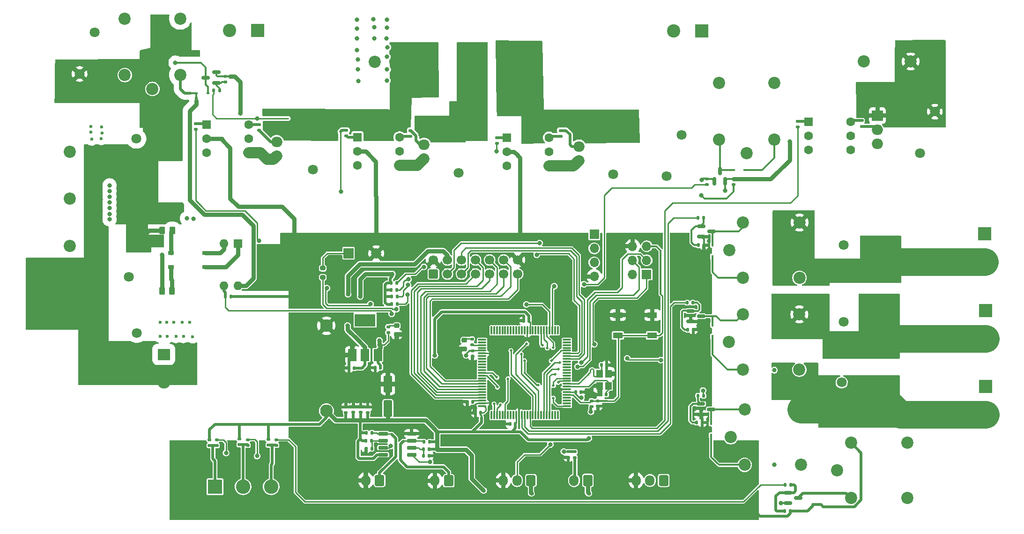
<source format=gbr>
G04 #@! TF.GenerationSoftware,KiCad,Pcbnew,(6.0.2)*
G04 #@! TF.CreationDate,2022-03-03T13:43:38+03:00*
G04 #@! TF.ProjectId,Steel_form_Dish_washer PART 1,53746565-6c5f-4666-9f72-6d5f44697368,rev?*
G04 #@! TF.SameCoordinates,Original*
G04 #@! TF.FileFunction,Copper,L1,Top*
G04 #@! TF.FilePolarity,Positive*
%FSLAX46Y46*%
G04 Gerber Fmt 4.6, Leading zero omitted, Abs format (unit mm)*
G04 Created by KiCad (PCBNEW (6.0.2)) date 2022-03-03 13:43:38*
%MOMM*%
%LPD*%
G01*
G04 APERTURE LIST*
G04 Aperture macros list*
%AMRoundRect*
0 Rectangle with rounded corners*
0 $1 Rounding radius*
0 $2 $3 $4 $5 $6 $7 $8 $9 X,Y pos of 4 corners*
0 Add a 4 corners polygon primitive as box body*
4,1,4,$2,$3,$4,$5,$6,$7,$8,$9,$2,$3,0*
0 Add four circle primitives for the rounded corners*
1,1,$1+$1,$2,$3*
1,1,$1+$1,$4,$5*
1,1,$1+$1,$6,$7*
1,1,$1+$1,$8,$9*
0 Add four rect primitives between the rounded corners*
20,1,$1+$1,$2,$3,$4,$5,0*
20,1,$1+$1,$4,$5,$6,$7,0*
20,1,$1+$1,$6,$7,$8,$9,0*
20,1,$1+$1,$8,$9,$2,$3,0*%
G04 Aperture macros list end*
G04 #@! TA.AperFunction,SMDPad,CuDef*
%ADD10RoundRect,0.135000X0.185000X-0.135000X0.185000X0.135000X-0.185000X0.135000X-0.185000X-0.135000X0*%
G04 #@! TD*
G04 #@! TA.AperFunction,ComponentPad*
%ADD11R,2.400000X2.400000*%
G04 #@! TD*
G04 #@! TA.AperFunction,ComponentPad*
%ADD12C,2.400000*%
G04 #@! TD*
G04 #@! TA.AperFunction,ComponentPad*
%ADD13C,1.800000*%
G04 #@! TD*
G04 #@! TA.AperFunction,ComponentPad*
%ADD14C,2.200000*%
G04 #@! TD*
G04 #@! TA.AperFunction,SMDPad,CuDef*
%ADD15RoundRect,0.150000X-0.587500X-0.150000X0.587500X-0.150000X0.587500X0.150000X-0.587500X0.150000X0*%
G04 #@! TD*
G04 #@! TA.AperFunction,SMDPad,CuDef*
%ADD16RoundRect,0.140000X-0.140000X-0.170000X0.140000X-0.170000X0.140000X0.170000X-0.140000X0.170000X0*%
G04 #@! TD*
G04 #@! TA.AperFunction,SMDPad,CuDef*
%ADD17RoundRect,0.140000X0.170000X-0.140000X0.170000X0.140000X-0.170000X0.140000X-0.170000X-0.140000X0*%
G04 #@! TD*
G04 #@! TA.AperFunction,ComponentPad*
%ADD18R,1.700000X1.700000*%
G04 #@! TD*
G04 #@! TA.AperFunction,ComponentPad*
%ADD19O,1.700000X1.700000*%
G04 #@! TD*
G04 #@! TA.AperFunction,ComponentPad*
%ADD20R,1.600000X1.600000*%
G04 #@! TD*
G04 #@! TA.AperFunction,ComponentPad*
%ADD21C,1.600000*%
G04 #@! TD*
G04 #@! TA.AperFunction,SMDPad,CuDef*
%ADD22RoundRect,0.135000X-0.185000X0.135000X-0.185000X-0.135000X0.185000X-0.135000X0.185000X0.135000X0*%
G04 #@! TD*
G04 #@! TA.AperFunction,ComponentPad*
%ADD23RoundRect,0.250000X0.600000X-0.600000X0.600000X0.600000X-0.600000X0.600000X-0.600000X-0.600000X0*%
G04 #@! TD*
G04 #@! TA.AperFunction,ComponentPad*
%ADD24C,1.700000*%
G04 #@! TD*
G04 #@! TA.AperFunction,ComponentPad*
%ADD25R,2.000000X1.905000*%
G04 #@! TD*
G04 #@! TA.AperFunction,ComponentPad*
%ADD26O,2.000000X1.905000*%
G04 #@! TD*
G04 #@! TA.AperFunction,SMDPad,CuDef*
%ADD27RoundRect,0.135000X0.135000X0.185000X-0.135000X0.185000X-0.135000X-0.185000X0.135000X-0.185000X0*%
G04 #@! TD*
G04 #@! TA.AperFunction,ComponentPad*
%ADD28RoundRect,0.250000X0.600000X0.750000X-0.600000X0.750000X-0.600000X-0.750000X0.600000X-0.750000X0*%
G04 #@! TD*
G04 #@! TA.AperFunction,ComponentPad*
%ADD29O,1.700000X2.000000*%
G04 #@! TD*
G04 #@! TA.AperFunction,SMDPad,CuDef*
%ADD30RoundRect,0.140000X-0.170000X0.140000X-0.170000X-0.140000X0.170000X-0.140000X0.170000X0.140000X0*%
G04 #@! TD*
G04 #@! TA.AperFunction,ComponentPad*
%ADD31R,2.300000X2.000000*%
G04 #@! TD*
G04 #@! TA.AperFunction,ComponentPad*
%ADD32C,2.300000*%
G04 #@! TD*
G04 #@! TA.AperFunction,SMDPad,CuDef*
%ADD33RoundRect,0.135000X-0.135000X-0.185000X0.135000X-0.185000X0.135000X0.185000X-0.135000X0.185000X0*%
G04 #@! TD*
G04 #@! TA.AperFunction,ComponentPad*
%ADD34O,1.600000X1.600000*%
G04 #@! TD*
G04 #@! TA.AperFunction,SMDPad,CuDef*
%ADD35RoundRect,0.250000X0.550000X-1.250000X0.550000X1.250000X-0.550000X1.250000X-0.550000X-1.250000X0*%
G04 #@! TD*
G04 #@! TA.AperFunction,SMDPad,CuDef*
%ADD36RoundRect,0.200000X0.275000X-0.200000X0.275000X0.200000X-0.275000X0.200000X-0.275000X-0.200000X0*%
G04 #@! TD*
G04 #@! TA.AperFunction,SMDPad,CuDef*
%ADD37RoundRect,0.218750X0.256250X-0.218750X0.256250X0.218750X-0.256250X0.218750X-0.256250X-0.218750X0*%
G04 #@! TD*
G04 #@! TA.AperFunction,SMDPad,CuDef*
%ADD38R,1.000000X0.800000*%
G04 #@! TD*
G04 #@! TA.AperFunction,SMDPad,CuDef*
%ADD39RoundRect,0.140000X0.140000X0.170000X-0.140000X0.170000X-0.140000X-0.170000X0.140000X-0.170000X0*%
G04 #@! TD*
G04 #@! TA.AperFunction,ComponentPad*
%ADD40RoundRect,0.250000X0.600000X0.725000X-0.600000X0.725000X-0.600000X-0.725000X0.600000X-0.725000X0*%
G04 #@! TD*
G04 #@! TA.AperFunction,ComponentPad*
%ADD41O,1.700000X1.950000*%
G04 #@! TD*
G04 #@! TA.AperFunction,SMDPad,CuDef*
%ADD42RoundRect,0.150000X0.587500X0.150000X-0.587500X0.150000X-0.587500X-0.150000X0.587500X-0.150000X0*%
G04 #@! TD*
G04 #@! TA.AperFunction,SMDPad,CuDef*
%ADD43RoundRect,0.150000X0.725000X0.150000X-0.725000X0.150000X-0.725000X-0.150000X0.725000X-0.150000X0*%
G04 #@! TD*
G04 #@! TA.AperFunction,SMDPad,CuDef*
%ADD44RoundRect,0.150000X0.150000X-0.587500X0.150000X0.587500X-0.150000X0.587500X-0.150000X-0.587500X0*%
G04 #@! TD*
G04 #@! TA.AperFunction,SMDPad,CuDef*
%ADD45RoundRect,0.250000X-0.262500X-0.450000X0.262500X-0.450000X0.262500X0.450000X-0.262500X0.450000X0*%
G04 #@! TD*
G04 #@! TA.AperFunction,SMDPad,CuDef*
%ADD46R,1.800000X1.100000*%
G04 #@! TD*
G04 #@! TA.AperFunction,SMDPad,CuDef*
%ADD47R,0.450000X0.600000*%
G04 #@! TD*
G04 #@! TA.AperFunction,SMDPad,CuDef*
%ADD48RoundRect,0.075000X0.075000X-0.662500X0.075000X0.662500X-0.075000X0.662500X-0.075000X-0.662500X0*%
G04 #@! TD*
G04 #@! TA.AperFunction,SMDPad,CuDef*
%ADD49RoundRect,0.075000X0.662500X-0.075000X0.662500X0.075000X-0.662500X0.075000X-0.662500X-0.075000X0*%
G04 #@! TD*
G04 #@! TA.AperFunction,SMDPad,CuDef*
%ADD50R,0.600000X0.450000*%
G04 #@! TD*
G04 #@! TA.AperFunction,SMDPad,CuDef*
%ADD51R,1.500000X2.200000*%
G04 #@! TD*
G04 #@! TA.AperFunction,SMDPad,CuDef*
%ADD52R,3.800000X2.200000*%
G04 #@! TD*
G04 #@! TA.AperFunction,ComponentPad*
%ADD53R,1.850000X1.850000*%
G04 #@! TD*
G04 #@! TA.AperFunction,ComponentPad*
%ADD54C,1.850000*%
G04 #@! TD*
G04 #@! TA.AperFunction,SMDPad,CuDef*
%ADD55R,1.200000X1.400000*%
G04 #@! TD*
G04 #@! TA.AperFunction,ComponentPad*
%ADD56R,2.600000X2.600000*%
G04 #@! TD*
G04 #@! TA.AperFunction,ComponentPad*
%ADD57C,2.600000*%
G04 #@! TD*
G04 #@! TA.AperFunction,ViaPad*
%ADD58C,0.800000*%
G04 #@! TD*
G04 #@! TA.AperFunction,ViaPad*
%ADD59C,0.500000*%
G04 #@! TD*
G04 #@! TA.AperFunction,ViaPad*
%ADD60C,0.600000*%
G04 #@! TD*
G04 #@! TA.AperFunction,Conductor*
%ADD61C,0.500000*%
G04 #@! TD*
G04 #@! TA.AperFunction,Conductor*
%ADD62C,0.304800*%
G04 #@! TD*
G04 #@! TA.AperFunction,Conductor*
%ADD63C,0.254000*%
G04 #@! TD*
G04 #@! TA.AperFunction,Conductor*
%ADD64C,0.750000*%
G04 #@! TD*
G04 #@! TA.AperFunction,Conductor*
%ADD65C,0.250000*%
G04 #@! TD*
G04 #@! TA.AperFunction,Conductor*
%ADD66C,5.000000*%
G04 #@! TD*
G04 #@! TA.AperFunction,Conductor*
%ADD67C,2.000000*%
G04 #@! TD*
G04 APERTURE END LIST*
D10*
X229450000Y-132150000D03*
X229450000Y-131130000D03*
D11*
X300550000Y-100965000D03*
D12*
X300550000Y-106045000D03*
D13*
X245750000Y-83050000D03*
X243050000Y-90550000D03*
D14*
X256825000Y-125500000D03*
X256825000Y-115500000D03*
X267025000Y-125500000D03*
X254325000Y-120500000D03*
X267025000Y-115500000D03*
D15*
X249212500Y-131700000D03*
X249212500Y-133600000D03*
X251087500Y-132650000D03*
D16*
X226570000Y-129550000D03*
X227530000Y-129550000D03*
D13*
X282550000Y-119550000D03*
X275050000Y-116850000D03*
D17*
X187750000Y-133180000D03*
X187750000Y-132220000D03*
D18*
X229955000Y-101040000D03*
D19*
X229955000Y-103580000D03*
X229955000Y-106120000D03*
X229955000Y-108660000D03*
D10*
X167350000Y-139160000D03*
X167350000Y-138140000D03*
D11*
X169135000Y-64150000D03*
D12*
X164055000Y-64150000D03*
D13*
X145850000Y-108750000D03*
X148550000Y-101250000D03*
D20*
X268690000Y-80695000D03*
D21*
X268690000Y-83235000D03*
X268690000Y-85775000D03*
X276310000Y-85775000D03*
X276310000Y-83235000D03*
X276310000Y-80695000D03*
D22*
X212350000Y-83550000D03*
X212350000Y-84570000D03*
D17*
X186400000Y-133190000D03*
X186400000Y-132230000D03*
D14*
X155100000Y-72250000D03*
X145100000Y-72250000D03*
X155100000Y-62050000D03*
X150100000Y-74750000D03*
X145100000Y-62050000D03*
D13*
X236100000Y-82700000D03*
X233400000Y-90200000D03*
D23*
X200880000Y-108202500D03*
D24*
X200880000Y-105662500D03*
X203420000Y-108202500D03*
X203420000Y-105662500D03*
X205960000Y-108202500D03*
X205960000Y-105662500D03*
X208500000Y-108202500D03*
X208500000Y-105662500D03*
X211040000Y-108202500D03*
X211040000Y-105662500D03*
X213580000Y-108202500D03*
X213580000Y-105662500D03*
X216120000Y-108202500D03*
X216120000Y-105662500D03*
D25*
X281150000Y-79560000D03*
D26*
X281150000Y-82100000D03*
X281150000Y-84640000D03*
D27*
X200130000Y-139850000D03*
X199110000Y-139850000D03*
D28*
X203650000Y-145567500D03*
D29*
X201150000Y-145567500D03*
D30*
X207950000Y-122120000D03*
X207950000Y-123080000D03*
D31*
X152137500Y-122750000D03*
D32*
X152137500Y-127750000D03*
X181537500Y-117550000D03*
X181537500Y-132950000D03*
D33*
X193250000Y-111050000D03*
X194270000Y-111050000D03*
X188770000Y-136900000D03*
X189790000Y-136900000D03*
D11*
X300700000Y-128500000D03*
D12*
X300700000Y-133580000D03*
D33*
X264340000Y-151050000D03*
X265360000Y-151050000D03*
D10*
X185150000Y-83260000D03*
X185150000Y-82240000D03*
X207850000Y-120960000D03*
X207850000Y-119940000D03*
D22*
X171050000Y-138090000D03*
X171050000Y-139110000D03*
D10*
X163250000Y-73510000D03*
X163250000Y-72490000D03*
D28*
X228800000Y-145517500D03*
D29*
X226300000Y-145517500D03*
D20*
X165550000Y-102700000D03*
D34*
X163010000Y-102700000D03*
X163010000Y-110320000D03*
X165550000Y-110320000D03*
D10*
X250300000Y-92020000D03*
X250300000Y-91000000D03*
D35*
X192650000Y-132500000D03*
X192650000Y-128100000D03*
D14*
X262500000Y-83875000D03*
X252500000Y-83875000D03*
X262500000Y-73675000D03*
X257500000Y-86375000D03*
X252500000Y-73675000D03*
D13*
X282170000Y-130500000D03*
X274670000Y-127800000D03*
D33*
X161190000Y-75050000D03*
X162210000Y-75050000D03*
D17*
X185050000Y-133230000D03*
X185050000Y-132270000D03*
D10*
X172500000Y-139160000D03*
X172500000Y-138140000D03*
D13*
X139625000Y-64550000D03*
X136925000Y-72050000D03*
D25*
X227165000Y-82605000D03*
D26*
X227165000Y-85145000D03*
X227165000Y-87685000D03*
D33*
X248750000Y-103000000D03*
X249770000Y-103000000D03*
D15*
X247372500Y-114900000D03*
X247372500Y-116800000D03*
X249247500Y-115850000D03*
D36*
X180900000Y-108800000D03*
X180900000Y-107150000D03*
D37*
X206450000Y-121755000D03*
X206450000Y-120180000D03*
D13*
X181800000Y-81840000D03*
X179100000Y-89340000D03*
D38*
X153475000Y-104380000D03*
X153475000Y-106920000D03*
X159625000Y-106920000D03*
X159625000Y-104380000D03*
D33*
X246740000Y-113400000D03*
X247760000Y-113400000D03*
X264440000Y-146300000D03*
X265460000Y-146300000D03*
D39*
X232125000Y-130000000D03*
X231165000Y-130000000D03*
D14*
X256850000Y-108900000D03*
X256850000Y-98900000D03*
X267050000Y-108900000D03*
X254350000Y-103900000D03*
X267050000Y-98900000D03*
D39*
X218150000Y-116650000D03*
X217190000Y-116650000D03*
D27*
X249720000Y-130200000D03*
X248700000Y-130200000D03*
D22*
X225250000Y-140340000D03*
X225250000Y-141360000D03*
D15*
X249312500Y-99550000D03*
X249312500Y-101450000D03*
X251187500Y-100500000D03*
D22*
X223850000Y-82260000D03*
X223850000Y-83280000D03*
D33*
X199090000Y-141050000D03*
X200110000Y-141050000D03*
D13*
X147200000Y-83750000D03*
X144500000Y-91250000D03*
D16*
X231220000Y-124675000D03*
X232180000Y-124675000D03*
D40*
X218500000Y-145517500D03*
D41*
X216000000Y-145517500D03*
X213500000Y-145517500D03*
D14*
X276350000Y-148700000D03*
X276350000Y-138700000D03*
X286550000Y-148700000D03*
X273850000Y-143700000D03*
X286550000Y-138700000D03*
D42*
X161627500Y-73650000D03*
X161627500Y-71750000D03*
X159752500Y-72700000D03*
D22*
X266700000Y-80600000D03*
X266700000Y-81620000D03*
D30*
X230600000Y-131130000D03*
X230600000Y-132090000D03*
D20*
X159850000Y-81240000D03*
D21*
X159850000Y-83780000D03*
X159850000Y-86320000D03*
X167470000Y-86320000D03*
X167470000Y-83780000D03*
X167470000Y-81240000D03*
D14*
X287150000Y-69800000D03*
X278650000Y-69800000D03*
D10*
X255100000Y-92060000D03*
X255100000Y-91040000D03*
D25*
X172555000Y-81800000D03*
D26*
X172555000Y-84340000D03*
X172555000Y-86880000D03*
D27*
X164260000Y-112250000D03*
X163240000Y-112250000D03*
X200180000Y-138550000D03*
X199160000Y-138550000D03*
D33*
X246830000Y-118250000D03*
X247850000Y-118250000D03*
D39*
X191330000Y-125150000D03*
X190370000Y-125150000D03*
D43*
X196945000Y-140855000D03*
X196945000Y-139585000D03*
X196945000Y-138315000D03*
X196945000Y-137045000D03*
X191795000Y-137045000D03*
X191795000Y-138315000D03*
X191795000Y-139585000D03*
X191795000Y-140855000D03*
D13*
X291500000Y-78850000D03*
X288800000Y-86350000D03*
D18*
X239425000Y-108275000D03*
D19*
X236885000Y-108275000D03*
X239425000Y-105735000D03*
X236885000Y-105735000D03*
X239425000Y-103195000D03*
X236885000Y-103195000D03*
D33*
X193340000Y-112300000D03*
X194360000Y-112300000D03*
X248450000Y-135050000D03*
X249470000Y-135050000D03*
D44*
X251700000Y-91437500D03*
X253600000Y-91437500D03*
X252650000Y-89562500D03*
D45*
X151875000Y-100350000D03*
X153700000Y-100350000D03*
D20*
X187140000Y-83525000D03*
D21*
X187140000Y-86065000D03*
X187140000Y-88605000D03*
X194760000Y-88605000D03*
X194760000Y-86065000D03*
X194760000Y-83525000D03*
D46*
X240425000Y-115625000D03*
X234225000Y-115625000D03*
X234225000Y-119325000D03*
X240425000Y-119325000D03*
D14*
X257125000Y-142700000D03*
X257125000Y-132700000D03*
X267325000Y-142700000D03*
X254625000Y-137700000D03*
X267325000Y-132700000D03*
D39*
X209430000Y-133300000D03*
X208470000Y-133300000D03*
X186580000Y-125200000D03*
X185620000Y-125200000D03*
D33*
X193320000Y-113600000D03*
X194340000Y-113600000D03*
D11*
X300700000Y-114815000D03*
D12*
X300700000Y-119895000D03*
D33*
X188700000Y-138350000D03*
X189720000Y-138350000D03*
D47*
X269450000Y-147800000D03*
X269450000Y-149900000D03*
D45*
X151825000Y-111250000D03*
X153650000Y-111250000D03*
D28*
X191150000Y-145517500D03*
D29*
X188650000Y-145517500D03*
D10*
X278350000Y-81500000D03*
X278350000Y-80480000D03*
D14*
X215800000Y-69850000D03*
X207300000Y-69850000D03*
X198800000Y-69850000D03*
X190300000Y-69850000D03*
D48*
X211350000Y-133712500D03*
X211850000Y-133712500D03*
X212350000Y-133712500D03*
X212850000Y-133712500D03*
X213350000Y-133712500D03*
X213850000Y-133712500D03*
X214350000Y-133712500D03*
X214850000Y-133712500D03*
X215350000Y-133712500D03*
X215850000Y-133712500D03*
X216350000Y-133712500D03*
X216850000Y-133712500D03*
X217350000Y-133712500D03*
X217850000Y-133712500D03*
X218350000Y-133712500D03*
X218850000Y-133712500D03*
X219350000Y-133712500D03*
X219850000Y-133712500D03*
X220350000Y-133712500D03*
X220850000Y-133712500D03*
X221350000Y-133712500D03*
X221850000Y-133712500D03*
X222350000Y-133712500D03*
X222850000Y-133712500D03*
X223350000Y-133712500D03*
D49*
X225012500Y-132050000D03*
X225012500Y-131550000D03*
X225012500Y-131050000D03*
X225012500Y-130550000D03*
X225012500Y-130050000D03*
X225012500Y-129550000D03*
X225012500Y-129050000D03*
X225012500Y-128550000D03*
X225012500Y-128050000D03*
X225012500Y-127550000D03*
X225012500Y-127050000D03*
X225012500Y-126550000D03*
X225012500Y-126050000D03*
X225012500Y-125550000D03*
X225012500Y-125050000D03*
X225012500Y-124550000D03*
X225012500Y-124050000D03*
X225012500Y-123550000D03*
X225012500Y-123050000D03*
X225012500Y-122550000D03*
X225012500Y-122050000D03*
X225012500Y-121550000D03*
X225012500Y-121050000D03*
X225012500Y-120550000D03*
X225012500Y-120050000D03*
D48*
X223350000Y-118387500D03*
X222850000Y-118387500D03*
X222350000Y-118387500D03*
X221850000Y-118387500D03*
X221350000Y-118387500D03*
X220850000Y-118387500D03*
X220350000Y-118387500D03*
X219850000Y-118387500D03*
X219350000Y-118387500D03*
X218850000Y-118387500D03*
X218350000Y-118387500D03*
X217850000Y-118387500D03*
X217350000Y-118387500D03*
X216850000Y-118387500D03*
X216350000Y-118387500D03*
X215850000Y-118387500D03*
X215350000Y-118387500D03*
X214850000Y-118387500D03*
X214350000Y-118387500D03*
X213850000Y-118387500D03*
X213350000Y-118387500D03*
X212850000Y-118387500D03*
X212350000Y-118387500D03*
X211850000Y-118387500D03*
X211350000Y-118387500D03*
D49*
X209687500Y-120050000D03*
X209687500Y-120550000D03*
X209687500Y-121050000D03*
X209687500Y-121550000D03*
X209687500Y-122050000D03*
X209687500Y-122550000D03*
X209687500Y-123050000D03*
X209687500Y-123550000D03*
X209687500Y-124050000D03*
X209687500Y-124550000D03*
X209687500Y-125050000D03*
X209687500Y-125550000D03*
X209687500Y-126050000D03*
X209687500Y-126550000D03*
X209687500Y-127050000D03*
X209687500Y-127550000D03*
X209687500Y-128050000D03*
X209687500Y-128550000D03*
X209687500Y-129050000D03*
X209687500Y-129550000D03*
X209687500Y-130050000D03*
X209687500Y-130550000D03*
X209687500Y-131050000D03*
X209687500Y-131550000D03*
X209687500Y-132050000D03*
D47*
X251300000Y-119500000D03*
X251300000Y-117400000D03*
D22*
X165800000Y-138040000D03*
X165800000Y-139060000D03*
D27*
X189740000Y-139750000D03*
X188720000Y-139750000D03*
D40*
X242500000Y-145517500D03*
D41*
X240000000Y-145517500D03*
X237500000Y-145517500D03*
D50*
X257200000Y-89450000D03*
X255100000Y-89450000D03*
D10*
X192700000Y-118760000D03*
X192700000Y-117740000D03*
D39*
X207950000Y-131300000D03*
X206990000Y-131300000D03*
D37*
X194250000Y-119125000D03*
X194250000Y-117550000D03*
D13*
X282520000Y-105650000D03*
X275020000Y-102950000D03*
D33*
X248680000Y-98050000D03*
X249700000Y-98050000D03*
D22*
X160400000Y-138190000D03*
X160400000Y-139210000D03*
D51*
X186230000Y-122850000D03*
X188530000Y-122850000D03*
X190830000Y-122850000D03*
D52*
X188530000Y-116550000D03*
D53*
X185550000Y-104450000D03*
D54*
X190550000Y-104450000D03*
D33*
X193240000Y-109850000D03*
X194260000Y-109850000D03*
D13*
X147250000Y-118850000D03*
X144550000Y-126350000D03*
D22*
X157900000Y-81040000D03*
X157900000Y-82060000D03*
D14*
X135200000Y-86100000D03*
X135200000Y-94600000D03*
X135200000Y-103100000D03*
X135200000Y-111600000D03*
D39*
X215680000Y-135300000D03*
X214720000Y-135300000D03*
D55*
X232500000Y-128425000D03*
X232500000Y-126225000D03*
X230900000Y-126225000D03*
X230900000Y-128425000D03*
D13*
X208100000Y-82410000D03*
X205400000Y-89910000D03*
D47*
X251100000Y-137350000D03*
X251100000Y-135250000D03*
D20*
X214150000Y-83570000D03*
D21*
X214150000Y-86110000D03*
X214150000Y-88650000D03*
X221770000Y-88650000D03*
X221770000Y-86110000D03*
X221770000Y-83570000D03*
D22*
X196700000Y-82290000D03*
X196700000Y-83310000D03*
D50*
X158000000Y-75550000D03*
X160100000Y-75550000D03*
D10*
X169350000Y-82240000D03*
X169350000Y-81220000D03*
D22*
X226450000Y-140340000D03*
X226450000Y-141360000D03*
D47*
X251300000Y-105050000D03*
X251300000Y-102950000D03*
D25*
X199200000Y-82310000D03*
D26*
X199200000Y-84850000D03*
X199200000Y-87390000D03*
D10*
X161750000Y-139210000D03*
X161750000Y-138190000D03*
D11*
X249335000Y-64250000D03*
D12*
X244255000Y-64250000D03*
D15*
X264960000Y-147710000D03*
X264960000Y-149610000D03*
X266835000Y-148660000D03*
D17*
X189000000Y-133230000D03*
X189000000Y-132270000D03*
D56*
X161400000Y-146650000D03*
D57*
X166480000Y-146650000D03*
X171560000Y-146650000D03*
D58*
X228400000Y-129550000D03*
D59*
X191050000Y-135700000D03*
D58*
X190300000Y-102000000D03*
D59*
X197000000Y-135650000D03*
D58*
X265250000Y-84250000D03*
D59*
X155850000Y-151250000D03*
D58*
X177750000Y-112400000D03*
D59*
X182500000Y-151400000D03*
X225500000Y-134250000D03*
D58*
X248800000Y-118050000D03*
X249300000Y-132750000D03*
D59*
X208750000Y-151150000D03*
D58*
X253600000Y-93150000D03*
D59*
X246200000Y-126600000D03*
X196300000Y-127800000D03*
D58*
X175700000Y-102500000D03*
D59*
X187650000Y-131100000D03*
X185050000Y-131250000D03*
D58*
X249800000Y-103850000D03*
D59*
X186300000Y-131200000D03*
X222350000Y-151450000D03*
D58*
X216700000Y-132250000D03*
X206145395Y-123749500D03*
D59*
X234300000Y-134250000D03*
D58*
X188500000Y-140650000D03*
D59*
X241350000Y-134250000D03*
X189050000Y-131150000D03*
D58*
X245000000Y-104400000D03*
X258600000Y-150650000D03*
D59*
X182350000Y-139400000D03*
X246200000Y-134250000D03*
X186450000Y-121350000D03*
X250250000Y-151600000D03*
X172950000Y-107150000D03*
D58*
X216550000Y-101550000D03*
X241800000Y-101800000D03*
X166000000Y-79150000D03*
X245850000Y-101800000D03*
D59*
X233300000Y-151550000D03*
D58*
X223792709Y-129095029D03*
D59*
X185650000Y-126200000D03*
X181250000Y-119800000D03*
D58*
X208351500Y-132161722D03*
X192700000Y-126050000D03*
D59*
X211950000Y-124500000D03*
D58*
X233025000Y-124600000D03*
D59*
X196300000Y-129050000D03*
X196250000Y-151450000D03*
X156350000Y-139400000D03*
D58*
X193447500Y-108202500D03*
X262500000Y-142650000D03*
X206800000Y-122900000D03*
X191100000Y-120200000D03*
X228950000Y-147850000D03*
X263700000Y-149600000D03*
X201150000Y-122900000D03*
X187650000Y-112250000D03*
X228950000Y-137900000D03*
X191150000Y-121000000D03*
X209950000Y-147350000D03*
X227638714Y-130561286D03*
X229350000Y-133100000D03*
X262500000Y-125600000D03*
X218600000Y-147850000D03*
X185350000Y-117500000D03*
X185425000Y-111875000D03*
X196350000Y-109177000D03*
X219550000Y-104726500D03*
X220050000Y-102600000D03*
D60*
X141000000Y-82700000D03*
X139100000Y-83800000D03*
D58*
X151800000Y-104750000D03*
D60*
X139000000Y-82550000D03*
X140900000Y-81650000D03*
X139000000Y-81550000D03*
X140850000Y-83700000D03*
D58*
X142350000Y-92200000D03*
X142350000Y-98300000D03*
X142350000Y-93200000D03*
X142350000Y-95250000D03*
X142350000Y-97350000D03*
X142350000Y-94200000D03*
X142350000Y-96250000D03*
D60*
X153950000Y-116950000D03*
X155450000Y-116900000D03*
X151500000Y-119450000D03*
X152700000Y-116950000D03*
X157350000Y-119550000D03*
X151500000Y-116900000D03*
X152800000Y-119500000D03*
D58*
X157500000Y-98250000D03*
D60*
X156800000Y-116950000D03*
X155700000Y-119500000D03*
D58*
X156350000Y-98150000D03*
D60*
X154350000Y-119500000D03*
D58*
X156650000Y-65550000D03*
X156650000Y-66900000D03*
X155050000Y-65350000D03*
X152900000Y-65350000D03*
X187200000Y-69450000D03*
X192450000Y-73250000D03*
X192400000Y-65600000D03*
X187350000Y-73350000D03*
X190150000Y-63600000D03*
X190050000Y-62150000D03*
X155000000Y-66950000D03*
X150950000Y-67000000D03*
X192500000Y-71250000D03*
X187050000Y-62200000D03*
X192450000Y-68950000D03*
X187050000Y-67700000D03*
X192550000Y-67200000D03*
X187250000Y-71200000D03*
X192500000Y-62250000D03*
X150900000Y-65350000D03*
X192500000Y-63700000D03*
X187050000Y-65600000D03*
X153100000Y-66900000D03*
X187050000Y-63850000D03*
X190150000Y-65600000D03*
D59*
X222850000Y-126300000D03*
D58*
X229950000Y-120900000D03*
X226919887Y-124932429D03*
D59*
X223488714Y-125438714D03*
X211850000Y-131700000D03*
X213000000Y-131850000D03*
D58*
X196173500Y-111950000D03*
X199150000Y-106900000D03*
X196284691Y-110190741D03*
X224450000Y-140300000D03*
D59*
X222175000Y-123875000D03*
D58*
X194200000Y-114550000D03*
D59*
X219837299Y-128312701D03*
X222550000Y-130650000D03*
X217350000Y-123900000D03*
D58*
X193350000Y-115400000D03*
D59*
X214350000Y-127150000D03*
X214900000Y-122050000D03*
D58*
X189500000Y-113623980D03*
X169324500Y-102200000D03*
X181626500Y-110773489D03*
D59*
X217750000Y-120800000D03*
D58*
X212300000Y-86000000D03*
X184150000Y-93350000D03*
D59*
X216750000Y-122700000D03*
D58*
X163400000Y-140550000D03*
D59*
X221464316Y-121559116D03*
X220563250Y-121086750D03*
D58*
X169000000Y-141100000D03*
X228100000Y-110050000D03*
X222736286Y-110413714D03*
X169050000Y-80100000D03*
X217673500Y-113700000D03*
X235900000Y-123450000D03*
X249600000Y-129250000D03*
D59*
X222511412Y-121488588D03*
D58*
X241973500Y-123750000D03*
D59*
X223450000Y-127800000D03*
X222576500Y-128350000D03*
D58*
X222000000Y-138999500D03*
X154250000Y-70000000D03*
X249300000Y-93950000D03*
X249400000Y-91200000D03*
X227600000Y-124200000D03*
D59*
X223700000Y-124200000D03*
D58*
X200300000Y-142200000D03*
D59*
X212450000Y-128650000D03*
X212325000Y-126875000D03*
D58*
X193150000Y-139250000D03*
D61*
X271299511Y-150249511D02*
X276991830Y-150249511D01*
X278200000Y-140550000D02*
X276350000Y-138700000D01*
D62*
X255100000Y-91040000D02*
X253997500Y-91040000D01*
D61*
X206450000Y-121755000D02*
X206195000Y-121755000D01*
X188720000Y-140430000D02*
X188500000Y-140650000D01*
D63*
X208700000Y-131550000D02*
X208550000Y-131700000D01*
D62*
X249212500Y-133600000D02*
X249212500Y-133712500D01*
D61*
X192650000Y-128100000D02*
X192650000Y-126100000D01*
X269450000Y-149900000D02*
X270950000Y-149900000D01*
X206195000Y-121755000D02*
X205800000Y-122150000D01*
D64*
X175700000Y-98200000D02*
X175700000Y-102500000D01*
D61*
X192650000Y-126100000D02*
X192700000Y-126050000D01*
D64*
X190500000Y-94200000D02*
X190500000Y-101800000D01*
D61*
X269450000Y-150150000D02*
X269450000Y-149900000D01*
D64*
X215460000Y-86110000D02*
X215975000Y-86625000D01*
D61*
X164260000Y-112250000D02*
X177600000Y-112250000D01*
D64*
X190450000Y-94050000D02*
X190550000Y-94150000D01*
D61*
X188720000Y-139750000D02*
X188720000Y-140430000D01*
X208250000Y-132263222D02*
X208351500Y-132161722D01*
D65*
X240425000Y-115625000D02*
X234225000Y-115625000D01*
D62*
X248600000Y-118250000D02*
X248800000Y-118050000D01*
X249312500Y-101462500D02*
X249770000Y-101920000D01*
D64*
X164150000Y-85450000D02*
X164150000Y-94550000D01*
X214150000Y-86110000D02*
X215460000Y-86110000D01*
D61*
X185620000Y-123460000D02*
X186230000Y-122850000D01*
X264900000Y-151950000D02*
X259900000Y-151950000D01*
X270950000Y-149900000D02*
X271299511Y-150249511D01*
D64*
X159850000Y-83780000D02*
X162480000Y-83780000D01*
D61*
X208470000Y-133300000D02*
X208470000Y-133120000D01*
D64*
X164150000Y-94550000D02*
X165646960Y-96046960D01*
D62*
X253997500Y-91040000D02*
X253600000Y-91437500D01*
X249770000Y-103820000D02*
X249800000Y-103850000D01*
X163250000Y-72490000D02*
X164140000Y-72490000D01*
D64*
X261850000Y-91000000D02*
X265250000Y-87600000D01*
D61*
X265360000Y-151050000D02*
X268550000Y-151050000D01*
X265360000Y-151050000D02*
X265360000Y-151490000D01*
D64*
X215975000Y-86625000D02*
X216550000Y-87200000D01*
X190550000Y-94150000D02*
X190500000Y-94200000D01*
X166000000Y-79150000D02*
X166000000Y-73500000D01*
D61*
X208470000Y-133120000D02*
X208250000Y-132900000D01*
D64*
X190500000Y-101800000D02*
X190300000Y-102000000D01*
X255100000Y-91040000D02*
X259738020Y-91040000D01*
D62*
X161850000Y-72500000D02*
X163240000Y-72500000D01*
D61*
X185620000Y-125200000D02*
X185620000Y-123460000D01*
D62*
X249500000Y-135020000D02*
X249470000Y-135050000D01*
D64*
X165000000Y-72500000D02*
X164150000Y-72500000D01*
D61*
X205800000Y-123404105D02*
X206145395Y-123749500D01*
D63*
X223837738Y-129050000D02*
X223792709Y-129095029D01*
X209687500Y-131550000D02*
X208700000Y-131550000D01*
D62*
X164140000Y-72490000D02*
X164150000Y-72500000D01*
D63*
X208550000Y-131700000D02*
X208351500Y-131898500D01*
D62*
X249212500Y-133712500D02*
X249500000Y-134000000D01*
D64*
X188665000Y-86065000D02*
X190450000Y-87850000D01*
D63*
X216350000Y-132600000D02*
X216700000Y-132250000D01*
D64*
X187140000Y-86065000D02*
X188665000Y-86065000D01*
D61*
X276991830Y-150249511D02*
X278200000Y-149041341D01*
D62*
X249212500Y-133600000D02*
X249212500Y-132837500D01*
D64*
X216550000Y-87200000D02*
X216550000Y-101550000D01*
D65*
X232180000Y-124675000D02*
X232950000Y-124675000D01*
D63*
X208351500Y-131898500D02*
X208351500Y-132161722D01*
D62*
X249770000Y-103000000D02*
X249770000Y-103820000D01*
X249212500Y-132837500D02*
X249300000Y-132750000D01*
X249500000Y-134000000D02*
X249500000Y-135020000D01*
D63*
X216350000Y-133712500D02*
X216350000Y-132600000D01*
D62*
X249312500Y-101450000D02*
X249312500Y-101462500D01*
D64*
X265250000Y-87600000D02*
X265250000Y-84250000D01*
D61*
X228400000Y-129550000D02*
X227530000Y-129550000D01*
D62*
X248800000Y-117200000D02*
X248400000Y-116800000D01*
D61*
X177600000Y-112250000D02*
X177750000Y-112400000D01*
D62*
X161627500Y-71750000D02*
X161627500Y-72277500D01*
X248800000Y-118050000D02*
X248800000Y-117200000D01*
X161627500Y-72277500D02*
X161850000Y-72500000D01*
X163240000Y-72500000D02*
X163250000Y-72490000D01*
D61*
X268550000Y-151050000D02*
X269450000Y-150150000D01*
D64*
X190450000Y-87850000D02*
X190450000Y-94050000D01*
D61*
X265360000Y-151490000D02*
X264900000Y-151950000D01*
D64*
X173546960Y-96046960D02*
X175700000Y-98200000D01*
D62*
X249770000Y-101920000D02*
X249770000Y-103000000D01*
D61*
X205800000Y-122150000D02*
X205800000Y-123404105D01*
D64*
X259778020Y-91000000D02*
X261850000Y-91000000D01*
X166000000Y-73500000D02*
X165000000Y-72500000D01*
X165646960Y-96046960D02*
X173546960Y-96046960D01*
D62*
X248400000Y-116800000D02*
X247372500Y-116800000D01*
D61*
X208250000Y-132900000D02*
X208250000Y-132263222D01*
D62*
X247850000Y-118250000D02*
X248600000Y-118250000D01*
D64*
X215975000Y-86625000D02*
X216200000Y-86850000D01*
D65*
X232950000Y-124675000D02*
X233025000Y-124600000D01*
D64*
X249250000Y-104400000D02*
X245000000Y-104400000D01*
X162670000Y-83780000D02*
X159850000Y-83780000D01*
D62*
X253600000Y-91437500D02*
X253600000Y-93150000D01*
D64*
X259738020Y-91040000D02*
X259778020Y-91000000D01*
D61*
X278200000Y-149041341D02*
X278200000Y-140550000D01*
D64*
X249800000Y-103850000D02*
X249250000Y-104400000D01*
D63*
X225012500Y-129050000D02*
X223837738Y-129050000D01*
D64*
X162480000Y-83780000D02*
X164150000Y-85450000D01*
D61*
X259900000Y-151950000D02*
X258600000Y-150650000D01*
D65*
X240425000Y-119325000D02*
X234225000Y-119325000D01*
D63*
X227473480Y-131423480D02*
X227788802Y-131423480D01*
D65*
X234300000Y-119200000D02*
X234300000Y-130350000D01*
D63*
X229130000Y-131450000D02*
X229450000Y-131130000D01*
D65*
X234300000Y-130350000D02*
X233520000Y-131130000D01*
D62*
X239425000Y-103195000D02*
X241195000Y-103195000D01*
D65*
X242248480Y-118826520D02*
X241750000Y-119325000D01*
D63*
X227788802Y-131423480D02*
X227815322Y-131450000D01*
X227815322Y-131450000D02*
X229130000Y-131450000D01*
D62*
X241950000Y-103950000D02*
X241950000Y-111850000D01*
D65*
X241950000Y-111850000D02*
X242248480Y-112148480D01*
D63*
X229450000Y-131130000D02*
X230600000Y-131130000D01*
D65*
X233520000Y-131130000D02*
X230600000Y-131130000D01*
X241750000Y-119325000D02*
X240425000Y-119325000D01*
D62*
X230600000Y-131130000D02*
X232270000Y-131130000D01*
D63*
X225012500Y-130050000D02*
X226100000Y-130050000D01*
D65*
X242248480Y-112148480D02*
X242248480Y-118826520D01*
D62*
X241195000Y-103195000D02*
X241950000Y-103950000D01*
D63*
X226100000Y-130050000D02*
X227473480Y-131423480D01*
X209687500Y-132050000D02*
X210100000Y-132050000D01*
D61*
X192200000Y-111050000D02*
X192150000Y-111000000D01*
D63*
X218350000Y-116850000D02*
X218150000Y-116650000D01*
D61*
X187950000Y-138350000D02*
X188700000Y-138350000D01*
D62*
X251100000Y-137350000D02*
X251100000Y-141300000D01*
D64*
X190250000Y-134650000D02*
X199500000Y-134650000D01*
D63*
X225012500Y-129550000D02*
X226570000Y-129550000D01*
D61*
X161400000Y-135350000D02*
X160400000Y-136350000D01*
X165800000Y-138040000D02*
X165800000Y-135350000D01*
D62*
X251300000Y-105050000D02*
X251300000Y-107850000D01*
D61*
X193100000Y-109000000D02*
X193100000Y-109710000D01*
X193250000Y-111050000D02*
X192200000Y-111050000D01*
X190830000Y-124230000D02*
X190830000Y-122850000D01*
X192550000Y-113750000D02*
X193170000Y-113750000D01*
D65*
X192700000Y-120300000D02*
X192000000Y-121000000D01*
D63*
X209950000Y-133300000D02*
X209430000Y-133300000D01*
D61*
X192150000Y-113350000D02*
X192550000Y-113750000D01*
X201450000Y-139850000D02*
X201550000Y-139950000D01*
X187650000Y-134700000D02*
X187700000Y-134650000D01*
D62*
X227288582Y-130561286D02*
X227638714Y-130561286D01*
D61*
X193240000Y-109850000D02*
X192450000Y-109850000D01*
X155100000Y-72250000D02*
X155100000Y-74750000D01*
D63*
X210350000Y-132300000D02*
X210350000Y-132900000D01*
X218300000Y-116850000D02*
X218300000Y-117050000D01*
D61*
X193100000Y-109710000D02*
X193240000Y-109850000D01*
X171050000Y-138090000D02*
X171050000Y-135550000D01*
X207650000Y-136700000D02*
X207900000Y-136700000D01*
D62*
X226570000Y-129550000D02*
X226570000Y-129842704D01*
D64*
X188700000Y-134650000D02*
X187700000Y-134650000D01*
X185150000Y-134650000D02*
X183237500Y-134650000D01*
X193447500Y-108202500D02*
X188597500Y-108202500D01*
D62*
X158000000Y-75550000D02*
X157000000Y-75550000D01*
D63*
X215850000Y-135130000D02*
X215680000Y-135300000D01*
D61*
X187650000Y-138050000D02*
X187950000Y-138350000D01*
X158000000Y-76900000D02*
X158000000Y-76300000D01*
D64*
X168350000Y-109000000D02*
X167030000Y-110320000D01*
D61*
X192450000Y-109850000D02*
X192150000Y-110150000D01*
D64*
X188597500Y-108202500D02*
X187650000Y-109150000D01*
X191300000Y-121150000D02*
X191150000Y-121000000D01*
D63*
X210350000Y-132900000D02*
X209950000Y-133300000D01*
D64*
X166350000Y-97450000D02*
X168350000Y-99450000D01*
D61*
X229350000Y-132250000D02*
X229450000Y-132150000D01*
X181537500Y-134112500D02*
X181537500Y-132950000D01*
X207900000Y-136700000D02*
X209550000Y-135050000D01*
X229350000Y-133100000D02*
X229350000Y-132250000D01*
X192250000Y-112300000D02*
X192150000Y-112400000D01*
X155900000Y-75550000D02*
X157000000Y-75550000D01*
X155100000Y-74750000D02*
X155900000Y-75550000D01*
X189000000Y-133230000D02*
X189000000Y-134350000D01*
D64*
X191300000Y-121550000D02*
X191300000Y-121150000D01*
D62*
X207367048Y-122120000D02*
X207268524Y-122218524D01*
D64*
X206750000Y-139950000D02*
X201550000Y-139950000D01*
D62*
X207268524Y-122218524D02*
X206800000Y-122687049D01*
D61*
X190000000Y-141550000D02*
X187450000Y-141550000D01*
X189000000Y-134350000D02*
X188700000Y-134650000D01*
X187450000Y-141550000D02*
X187250000Y-141350000D01*
D64*
X168350000Y-99450000D02*
X168350000Y-109000000D01*
D62*
X251300000Y-122800000D02*
X251300000Y-119500000D01*
D63*
X208020000Y-122050000D02*
X207950000Y-122120000D01*
D61*
X217450000Y-115050000D02*
X202350000Y-115050000D01*
D63*
X218100000Y-116650000D02*
X218300000Y-116850000D01*
X218300000Y-117050000D02*
X218350000Y-117100000D01*
D62*
X207950000Y-122120000D02*
X207367048Y-122120000D01*
D63*
X210100000Y-132050000D02*
X210350000Y-132300000D01*
D64*
X156800000Y-78750000D02*
X156800000Y-94800000D01*
X218500000Y-147750000D02*
X218600000Y-147850000D01*
X190830000Y-122850000D02*
X190830000Y-122020000D01*
X218500000Y-145400000D02*
X218500000Y-146950000D01*
D61*
X193340000Y-112300000D02*
X192250000Y-112300000D01*
X170850000Y-135350000D02*
X165800000Y-135350000D01*
X218150000Y-115750000D02*
X217450000Y-115050000D01*
X209550000Y-134500000D02*
X209550000Y-134100000D01*
D64*
X209950000Y-147350000D02*
X207800000Y-145200000D01*
D61*
X187750000Y-133180000D02*
X187750000Y-134600000D01*
D64*
X207800000Y-141000000D02*
X206750000Y-139950000D01*
D65*
X192700000Y-118760000D02*
X192700000Y-120300000D01*
D61*
X190695000Y-140855000D02*
X190000000Y-141550000D01*
D62*
X251100000Y-141300000D02*
X252500000Y-142700000D01*
D61*
X185050000Y-133230000D02*
X185050000Y-134550000D01*
D63*
X209687500Y-122050000D02*
X208020000Y-122050000D01*
D61*
X215100000Y-136700000D02*
X215700000Y-136100000D01*
X192150000Y-112400000D02*
X192150000Y-113350000D01*
X202350000Y-115050000D02*
X201100000Y-116300000D01*
D62*
X206800000Y-122687049D02*
X206800000Y-122900000D01*
D64*
X187650000Y-109150000D02*
X187650000Y-112250000D01*
D62*
X257200000Y-89450000D02*
X260300000Y-89450000D01*
D64*
X199500000Y-134650000D02*
X200850000Y-136000000D01*
D61*
X228700000Y-138150000D02*
X228950000Y-137900000D01*
X201100000Y-122850000D02*
X201150000Y-122900000D01*
D64*
X158000000Y-77550000D02*
X156800000Y-78750000D01*
D61*
X185050000Y-134550000D02*
X185150000Y-134650000D01*
D64*
X207800000Y-145200000D02*
X207800000Y-141000000D01*
D61*
X186400000Y-133190000D02*
X186400000Y-134600000D01*
X215700000Y-135320000D02*
X215680000Y-135300000D01*
X216600000Y-136700000D02*
X218050000Y-138150000D01*
X186400000Y-134600000D02*
X186450000Y-134650000D01*
D65*
X191150000Y-121000000D02*
X192000000Y-121000000D01*
D64*
X158000000Y-76900000D02*
X158000000Y-77550000D01*
D61*
X192150000Y-110150000D02*
X192150000Y-111000000D01*
D64*
X201550000Y-136700000D02*
X201550000Y-138750000D01*
D61*
X193170000Y-113750000D02*
X193320000Y-113600000D01*
X201350000Y-138550000D02*
X201550000Y-138750000D01*
X209550000Y-135050000D02*
X209550000Y-134500000D01*
X207650000Y-136700000D02*
X215100000Y-136700000D01*
X201100000Y-116300000D02*
X201100000Y-122850000D01*
X165800000Y-135350000D02*
X161400000Y-135350000D01*
X171050000Y-135550000D02*
X170850000Y-135350000D01*
X187250000Y-141350000D02*
X187250000Y-138450000D01*
X193447500Y-108202500D02*
X193447500Y-108652500D01*
X215700000Y-136100000D02*
X215700000Y-135320000D01*
X188770000Y-136900000D02*
X188000000Y-136900000D01*
X193447500Y-108652500D02*
X193100000Y-109000000D01*
X180300000Y-135350000D02*
X181537500Y-134112500D01*
D64*
X156800000Y-94800000D02*
X159450000Y-97450000D01*
X183237500Y-134650000D02*
X181537500Y-132950000D01*
D62*
X252500000Y-142700000D02*
X257125000Y-142700000D01*
D64*
X191100000Y-120950000D02*
X191150000Y-121000000D01*
X190830000Y-122020000D02*
X191300000Y-121550000D01*
D61*
X191330000Y-124730000D02*
X190830000Y-124230000D01*
X160400000Y-136350000D02*
X160400000Y-138190000D01*
D64*
X181537500Y-132950000D02*
X181437500Y-133050000D01*
D61*
X218050000Y-138150000D02*
X228700000Y-138150000D01*
D64*
X190250000Y-134650000D02*
X188700000Y-134650000D01*
X192650000Y-132500000D02*
X192650000Y-134650000D01*
D61*
X191330000Y-125150000D02*
X191330000Y-124730000D01*
D62*
X226570000Y-129842704D02*
X227288582Y-130561286D01*
D61*
X187650000Y-136550000D02*
X187650000Y-138050000D01*
D62*
X264960000Y-149610000D02*
X263710000Y-149610000D01*
D61*
X191795000Y-140855000D02*
X190695000Y-140855000D01*
D63*
X218350000Y-118387500D02*
X218350000Y-116850000D01*
D61*
X215100000Y-136700000D02*
X216600000Y-136700000D01*
D64*
X192650000Y-134650000D02*
X190250000Y-134650000D01*
D62*
X263710000Y-149610000D02*
X263700000Y-149600000D01*
X207367049Y-122120000D02*
X207268524Y-122218524D01*
X254000000Y-125500000D02*
X251300000Y-122800000D01*
D61*
X201550000Y-136700000D02*
X207650000Y-136700000D01*
D65*
X218500000Y-145517500D02*
X218500000Y-146950000D01*
D61*
X187650000Y-136550000D02*
X187650000Y-134700000D01*
D62*
X158000000Y-75550000D02*
X158000000Y-76300000D01*
D61*
X188000000Y-136900000D02*
X187650000Y-136550000D01*
D62*
X252350000Y-108900000D02*
X256850000Y-108900000D01*
D64*
X167030000Y-110320000D02*
X165550000Y-110320000D01*
D61*
X187250000Y-138450000D02*
X187650000Y-138050000D01*
X200180000Y-138550000D02*
X201350000Y-138550000D01*
X192150000Y-111000000D02*
X192150000Y-112400000D01*
D62*
X260300000Y-89450000D02*
X262500000Y-87250000D01*
D64*
X200850000Y-136000000D02*
X201550000Y-136700000D01*
D62*
X256825000Y-125500000D02*
X254000000Y-125500000D01*
D63*
X215850000Y-133712500D02*
X215850000Y-135130000D01*
D64*
X191100000Y-120200000D02*
X191100000Y-120950000D01*
D63*
X218350000Y-117100000D02*
X218350000Y-118387500D01*
D62*
X262500000Y-87250000D02*
X262500000Y-83875000D01*
X209430000Y-133300000D02*
X209430000Y-133730000D01*
D64*
X228800000Y-147700000D02*
X228950000Y-147850000D01*
D62*
X209430000Y-133730000D02*
X209550000Y-133850000D01*
D64*
X201550000Y-138750000D02*
X201550000Y-139950000D01*
D61*
X170850000Y-135350000D02*
X180300000Y-135350000D01*
D64*
X218500000Y-146950000D02*
X218500000Y-147750000D01*
D61*
X200130000Y-139850000D02*
X201450000Y-139850000D01*
X218150000Y-116650000D02*
X218150000Y-115750000D01*
D62*
X251300000Y-107850000D02*
X252350000Y-108900000D01*
D64*
X186450000Y-134650000D02*
X185150000Y-134650000D01*
X187700000Y-134650000D02*
X186450000Y-134650000D01*
D61*
X187750000Y-134600000D02*
X187700000Y-134650000D01*
D64*
X159450000Y-97450000D02*
X166350000Y-97450000D01*
D62*
X209550000Y-133850000D02*
X209550000Y-134500000D01*
D64*
X228800000Y-145517500D02*
X228800000Y-147700000D01*
D61*
X186580000Y-125200000D02*
X188000000Y-125200000D01*
D64*
X188530000Y-121430000D02*
X187200000Y-120100000D01*
X187200000Y-120100000D02*
X185350000Y-118250000D01*
D61*
X188000000Y-125200000D02*
X188530000Y-124670000D01*
X188530000Y-124670000D02*
X188530000Y-122850000D01*
D64*
X199875000Y-104075000D02*
X202650000Y-104075000D01*
X203420000Y-104845000D02*
X203420000Y-105662500D01*
X187550000Y-106450000D02*
X197500000Y-106450000D01*
X185350000Y-118250000D02*
X185350000Y-117500000D01*
X188530000Y-122850000D02*
X188530000Y-121430000D01*
X197500000Y-106450000D02*
X199875000Y-104075000D01*
X185425000Y-108575000D02*
X187550000Y-106450000D01*
X202650000Y-104075000D02*
X203420000Y-104845000D01*
X185425000Y-111875000D02*
X185425000Y-108575000D01*
D63*
X204600000Y-107022500D02*
X203420000Y-108202500D01*
X226292960Y-105492960D02*
X226292960Y-112942960D01*
X219776500Y-104500000D02*
X225300000Y-104500000D01*
X219550000Y-104726500D02*
X219776500Y-104500000D01*
D65*
X196350000Y-109177000D02*
X196177000Y-109350000D01*
X194800000Y-111050000D02*
X194270000Y-111050000D01*
X195750000Y-109350000D02*
X195450000Y-109650000D01*
D63*
X220050000Y-102600000D02*
X220000000Y-102650000D01*
X227250000Y-122225914D02*
X226925914Y-122550000D01*
D65*
X195450000Y-110400000D02*
X194800000Y-111050000D01*
D63*
X225300000Y-104500000D02*
X226292960Y-105492960D01*
X205875000Y-102650000D02*
X204600000Y-103925000D01*
X227250000Y-113900000D02*
X227250000Y-122225914D01*
X220000000Y-102650000D02*
X205875000Y-102650000D01*
X226292960Y-112942960D02*
X227250000Y-113900000D01*
X226925914Y-122550000D02*
X225012500Y-122550000D01*
D65*
X196177000Y-109350000D02*
X195750000Y-109350000D01*
D63*
X204600000Y-103925000D02*
X204600000Y-107022500D01*
D65*
X195450000Y-109650000D02*
X195450000Y-110400000D01*
D64*
X162370000Y-104380000D02*
X163010000Y-103740000D01*
X159625000Y-104380000D02*
X162370000Y-104380000D01*
X163010000Y-103740000D02*
X163010000Y-102700000D01*
D61*
X280550000Y-81500000D02*
X281150000Y-82100000D01*
X169350000Y-82240000D02*
X171450000Y-84340000D01*
D64*
X151825000Y-111250000D02*
X151825000Y-104775000D01*
D61*
X171450000Y-84340000D02*
X172555000Y-84340000D01*
D64*
X151825000Y-104775000D02*
X151800000Y-104750000D01*
D61*
X278350000Y-81500000D02*
X280550000Y-81500000D01*
X225550000Y-84800000D02*
X225895000Y-85145000D01*
X223850000Y-82260000D02*
X224810000Y-82260000D01*
X225550000Y-83000000D02*
X225550000Y-84800000D01*
X224810000Y-82260000D02*
X225550000Y-83000000D01*
X225895000Y-85145000D02*
X227165000Y-85145000D01*
X198500000Y-84850000D02*
X199200000Y-84850000D01*
X196700000Y-82290000D02*
X196826636Y-82290000D01*
X197750489Y-84100489D02*
X198500000Y-84850000D01*
X197750489Y-83213853D02*
X197750489Y-84100489D01*
X196826636Y-82290000D02*
X197750489Y-83213853D01*
D64*
X151875000Y-100350000D02*
X149450000Y-100350000D01*
X149450000Y-100350000D02*
X148550000Y-101250000D01*
D61*
X226450000Y-141360000D02*
X226450000Y-145367500D01*
X226450000Y-145367500D02*
X226300000Y-145517500D01*
D63*
X239425000Y-110775000D02*
X239425000Y-108275000D01*
X221850000Y-126700000D02*
X221850000Y-133712500D01*
X222850000Y-126300000D02*
X222250000Y-126300000D01*
X230646480Y-112503520D02*
X237696480Y-112503520D01*
X222250000Y-126300000D02*
X221850000Y-126700000D01*
D65*
X229700000Y-120650000D02*
X229950000Y-120900000D01*
D63*
X229700000Y-113750000D02*
X229700000Y-113450000D01*
D65*
X229700000Y-113750000D02*
X229700000Y-120650000D01*
D63*
X237696480Y-112503520D02*
X239425000Y-110775000D01*
X229700000Y-113450000D02*
X230646480Y-112503520D01*
X221350000Y-133712500D02*
X221350000Y-126341374D01*
X229153511Y-113196489D02*
X230300000Y-112050000D01*
X222252660Y-125438714D02*
X223488714Y-125438714D01*
X226925815Y-124926501D02*
X227900928Y-124926501D01*
X230300000Y-112050000D02*
X237046480Y-112050000D01*
X237046480Y-112050000D02*
X238061511Y-111034969D01*
X226919887Y-124932429D02*
X226925815Y-124926501D01*
X229153511Y-123673918D02*
X229153511Y-113196489D01*
X238061511Y-106911511D02*
X236885000Y-105735000D01*
X221350000Y-126341374D02*
X222252660Y-125438714D01*
X238061511Y-111034969D02*
X238061511Y-106911511D01*
X227900928Y-124926501D02*
X229153511Y-123673918D01*
X211850000Y-131700000D02*
X211850000Y-133712500D01*
X212350000Y-132500000D02*
X212950000Y-131900000D01*
X212350000Y-133712500D02*
X212350000Y-132500000D01*
X227703511Y-113203511D02*
X227703511Y-122413765D01*
X226746480Y-105037854D02*
X226746480Y-112246480D01*
X227703511Y-122413765D02*
X227067276Y-123050000D01*
D65*
X196150000Y-113250000D02*
X196173500Y-113226500D01*
X195800000Y-113600000D02*
X196150000Y-113250000D01*
D63*
X227067276Y-123050000D02*
X225012500Y-123050000D01*
X226746480Y-112246480D02*
X227703511Y-113203511D01*
X207136511Y-107025989D02*
X207136511Y-104463489D01*
X205960000Y-108202500D02*
X207136511Y-107025989D01*
D65*
X194340000Y-113600000D02*
X195800000Y-113600000D01*
D63*
X225708626Y-104000000D02*
X226746480Y-105037854D01*
X207600000Y-104000000D02*
X225708626Y-104000000D01*
D65*
X196173500Y-113226500D02*
X196173500Y-111950000D01*
D63*
X207136511Y-104463489D02*
X207600000Y-104000000D01*
X200650000Y-112700000D02*
X214425000Y-112700000D01*
X216120000Y-111005000D02*
X216120000Y-108202500D01*
X214425000Y-112700000D02*
X216120000Y-111005000D01*
D65*
X194260000Y-109850000D02*
X195860000Y-108250000D01*
D63*
X200300000Y-124900000D02*
X200300000Y-113050000D01*
X209687500Y-127550000D02*
X202950000Y-127550000D01*
D65*
X195860000Y-108250000D02*
X197600000Y-108250000D01*
X198950000Y-106900000D02*
X199150000Y-106900000D01*
D63*
X200300000Y-113050000D02*
X200650000Y-112700000D01*
X202950000Y-127550000D02*
X200300000Y-124900000D01*
D65*
X197600000Y-108250000D02*
X198950000Y-106900000D01*
D63*
X197353520Y-111346480D02*
X198296489Y-110403511D01*
X209687500Y-130050000D02*
X201341374Y-130050000D01*
X201341374Y-130050000D02*
X197353520Y-126062146D01*
X209850000Y-107012500D02*
X208500000Y-105662500D01*
X198296489Y-110403511D02*
X208746489Y-110403511D01*
X209850000Y-109300000D02*
X209850000Y-107012500D01*
X208746489Y-110403511D02*
X209850000Y-109300000D01*
X197353520Y-126062146D02*
X197353520Y-111346480D01*
X196900000Y-111150000D02*
X196900000Y-126250000D01*
X196900000Y-126250000D02*
X201200000Y-130550000D01*
X206752500Y-109950000D02*
X198100000Y-109950000D01*
X208500000Y-108202500D02*
X206752500Y-109950000D01*
X198100000Y-109950000D02*
X196900000Y-111150000D01*
X201200000Y-130550000D02*
X209687500Y-130550000D01*
X209687500Y-128550000D02*
X201950000Y-128550000D01*
X199146489Y-112462149D02*
X199844595Y-111764044D01*
X199146489Y-125746489D02*
X199146489Y-112462149D01*
X213580000Y-110420000D02*
X213580000Y-108202500D01*
X199844595Y-111764044D02*
X212235956Y-111764044D01*
X201950000Y-128550000D02*
X199146489Y-125746489D01*
X212235956Y-111764044D02*
X213580000Y-110420000D01*
X227200000Y-104850000D02*
X227200000Y-111808638D01*
X228157022Y-122601616D02*
X227208638Y-123550000D01*
D65*
X196100000Y-110500000D02*
X196346489Y-110253511D01*
X196284691Y-110315309D02*
X196284691Y-110190741D01*
D63*
X228157022Y-112765661D02*
X228157022Y-122601616D01*
D65*
X194360000Y-112300000D02*
X195150000Y-112300000D01*
D63*
X205960000Y-105662500D02*
X205960000Y-104281362D01*
D65*
X195400000Y-112050000D02*
X195400000Y-111200000D01*
D63*
X206741362Y-103500000D02*
X225850000Y-103500000D01*
D65*
X195150000Y-112300000D02*
X195400000Y-112050000D01*
D63*
X225850000Y-103500000D02*
X227200000Y-104850000D01*
D65*
X195400000Y-111200000D02*
X196100000Y-110500000D01*
D63*
X227208638Y-123550000D02*
X225012500Y-123550000D01*
D65*
X196100000Y-110500000D02*
X196284691Y-110315309D01*
D63*
X205960000Y-104281362D02*
X206741362Y-103500000D01*
X227200000Y-111808638D02*
X228157022Y-112765661D01*
D65*
X225012500Y-128550000D02*
X228950000Y-128550000D01*
X228950000Y-128550000D02*
X230099511Y-127400489D01*
X230099511Y-127400489D02*
X232100489Y-127400489D01*
X232100489Y-127400489D02*
X232500000Y-127800000D01*
X232125000Y-129475000D02*
X232125000Y-130000000D01*
X232500000Y-129100000D02*
X232125000Y-129475000D01*
X232500000Y-128425000D02*
X232500000Y-129100000D01*
X232500000Y-127800000D02*
X232500000Y-128425000D01*
D63*
X198642978Y-110857022D02*
X209542978Y-110857022D01*
X209687500Y-129550000D02*
X201482748Y-129550000D01*
X201482748Y-129550000D02*
X197950000Y-126017252D01*
X197950000Y-126017252D02*
X197950000Y-111550000D01*
X197950000Y-111550000D02*
X198642978Y-110857022D01*
X211040000Y-109360000D02*
X211040000Y-108202500D01*
X209542978Y-110857022D02*
X211040000Y-109360000D01*
X198550000Y-112200000D02*
X199439467Y-111310533D01*
X212400000Y-107022500D02*
X211040000Y-105662500D01*
X209687500Y-129050000D02*
X201624122Y-129050000D01*
X212400000Y-110000000D02*
X212400000Y-107022500D01*
X199439467Y-111310533D02*
X211089467Y-111310533D01*
X198550000Y-125975878D02*
X198550000Y-112200000D01*
X201624122Y-129050000D02*
X198550000Y-125975878D01*
X211089467Y-111310533D02*
X212400000Y-110000000D01*
X199600000Y-125250000D02*
X199600000Y-112650000D01*
X202400000Y-128050000D02*
X199600000Y-125250000D01*
X214800000Y-110500000D02*
X214800000Y-106882500D01*
X213082445Y-112217555D02*
X214800000Y-110500000D01*
X200032445Y-112217555D02*
X213082445Y-112217555D01*
X199600000Y-112650000D02*
X200032445Y-112217555D01*
X214800000Y-106882500D02*
X213580000Y-105662500D01*
X209687500Y-128050000D02*
X202400000Y-128050000D01*
X224000000Y-122050000D02*
X222175000Y-123875000D01*
X225210000Y-140300000D02*
X225250000Y-140340000D01*
D61*
X225250000Y-140340000D02*
X226450000Y-140340000D01*
D63*
X224450000Y-140300000D02*
X225210000Y-140300000D01*
X225012500Y-122050000D02*
X224000000Y-122050000D01*
X222175000Y-123875000D02*
X222150000Y-123900000D01*
D62*
X217350000Y-126100000D02*
X219562701Y-128312701D01*
D65*
X193287025Y-114348480D02*
X193488545Y-114550000D01*
X222576500Y-131376500D02*
X223250000Y-132050000D01*
X222576500Y-130650000D02*
X222576500Y-131376500D01*
X181150000Y-113950000D02*
X181548480Y-114348480D01*
X181548480Y-114348480D02*
X193287025Y-114348480D01*
X217350000Y-126100000D02*
X217350000Y-123900000D01*
D63*
X180900000Y-113700000D02*
X180900000Y-108800000D01*
D65*
X193488545Y-114550000D02*
X194200000Y-114550000D01*
X217350000Y-123900000D02*
X217424500Y-123900000D01*
D63*
X181150000Y-113950000D02*
X180900000Y-113700000D01*
D62*
X219562701Y-128312701D02*
X219837299Y-128312701D01*
D65*
X223250000Y-132050000D02*
X225012500Y-132050000D01*
X180900000Y-105250000D02*
X180900000Y-107150000D01*
X185550000Y-104450000D02*
X181700000Y-104450000D01*
X181700000Y-104450000D02*
X180900000Y-105250000D01*
D63*
X214350000Y-127150000D02*
X214350000Y-131150000D01*
X214350000Y-131150000D02*
X213850000Y-131650000D01*
D61*
X163010000Y-110320000D02*
X163010000Y-111260000D01*
D63*
X193350000Y-115050000D02*
X193100000Y-114800000D01*
D61*
X163010000Y-111260000D02*
X163250000Y-111500000D01*
D63*
X163850000Y-114800000D02*
X163240000Y-114190000D01*
X163240000Y-114190000D02*
X163240000Y-112250000D01*
X193350000Y-115400000D02*
X193350000Y-115050000D01*
D61*
X163250000Y-112240000D02*
X163240000Y-112250000D01*
D63*
X193100000Y-114800000D02*
X163850000Y-114800000D01*
X213850000Y-131650000D02*
X213850000Y-133712500D01*
D61*
X163250000Y-111500000D02*
X163250000Y-112240000D01*
D65*
X216850000Y-136000000D02*
X216850000Y-133712500D01*
D63*
X241850000Y-137050000D02*
X243703520Y-135196480D01*
D65*
X241850000Y-137050000D02*
X241800000Y-137100000D01*
X217950000Y-137100000D02*
X216850000Y-136000000D01*
D63*
X243703520Y-114046480D02*
X244350000Y-113400000D01*
X243703520Y-135196480D02*
X243703520Y-114046480D01*
X244350000Y-113400000D02*
X246740000Y-113400000D01*
D65*
X241800000Y-137100000D02*
X217950000Y-137100000D01*
D63*
X244300000Y-98050000D02*
X248680000Y-98050000D01*
D65*
X241650000Y-136350000D02*
X241450000Y-136550000D01*
X241450000Y-136550000D02*
X218100000Y-136550000D01*
D63*
X243250000Y-99100000D02*
X244300000Y-98050000D01*
X241650000Y-136341374D02*
X243250000Y-134741374D01*
X243250000Y-134741374D02*
X243250000Y-99100000D01*
X241650000Y-136350000D02*
X241650000Y-136341374D01*
D65*
X217350000Y-135800000D02*
X217350000Y-133712500D01*
X218100000Y-136550000D02*
X217350000Y-135800000D01*
D63*
X218350000Y-135750000D02*
X218698480Y-136098480D01*
X244100000Y-95350000D02*
X265400000Y-95350000D01*
X241251520Y-136098480D02*
X242700000Y-134650000D01*
X218698480Y-136098480D02*
X241251520Y-136098480D01*
X242700000Y-134650000D02*
X242700000Y-96750000D01*
X266700000Y-94050000D02*
X266700000Y-81620000D01*
X265400000Y-95350000D02*
X266700000Y-94050000D01*
X242700000Y-96750000D02*
X244100000Y-95350000D01*
X218350000Y-133712500D02*
X218350000Y-135750000D01*
X157900000Y-89650000D02*
X157900000Y-89300000D01*
X181400000Y-110999989D02*
X181626500Y-110773489D01*
X158946050Y-95953950D02*
X159740580Y-96748480D01*
X166798480Y-96748480D02*
X168350000Y-98300000D01*
X157900000Y-89300000D02*
X157900000Y-82060000D01*
X169051520Y-101927020D02*
X169324500Y-102200000D01*
D65*
X214900000Y-122050000D02*
X214900000Y-126300000D01*
D63*
X159740580Y-96748480D02*
X162100000Y-96748480D01*
X157900000Y-94907900D02*
X158946050Y-95953950D01*
D65*
X214900000Y-126300000D02*
X218850000Y-130250000D01*
D63*
X181400000Y-113450000D02*
X181400000Y-110999989D01*
X189500000Y-113623980D02*
X189227020Y-113896960D01*
X189227020Y-113896960D02*
X181846960Y-113896960D01*
D65*
X214900000Y-122000000D02*
X214900000Y-122050000D01*
D63*
X169051520Y-101900000D02*
X169051520Y-101927020D01*
X168350000Y-98300000D02*
X169051520Y-99001520D01*
X157900000Y-89300000D02*
X157900000Y-94907900D01*
X181846960Y-113896960D02*
X181400000Y-113450000D01*
X162100000Y-96748480D02*
X166798480Y-96748480D01*
D65*
X218850000Y-130250000D02*
X218850000Y-133712500D01*
D63*
X169051520Y-99001520D02*
X169051520Y-101900000D01*
X212300000Y-86000000D02*
X212300000Y-84620000D01*
D65*
X219350000Y-129950000D02*
X219350000Y-133712500D01*
X215750000Y-122800000D02*
X215750000Y-126350000D01*
X217750000Y-120800000D02*
X215750000Y-122800000D01*
X215750000Y-126350000D02*
X219350000Y-129950000D01*
D63*
X212300000Y-84620000D02*
X212350000Y-84570000D01*
D65*
X219825489Y-129325489D02*
X219825489Y-133687989D01*
X216750000Y-122700000D02*
X216750000Y-126250000D01*
X216800000Y-122750000D02*
X216750000Y-122700000D01*
D63*
X184150000Y-93350000D02*
X184100000Y-93300000D01*
X184100000Y-93300000D02*
X184100000Y-82500000D01*
D61*
X184360000Y-82240000D02*
X184100000Y-82500000D01*
D65*
X216750000Y-126250000D02*
X219825489Y-129325489D01*
D61*
X185150000Y-82240000D02*
X184360000Y-82240000D01*
D65*
X219825489Y-133687989D02*
X219850000Y-133712500D01*
D61*
X161010000Y-141610000D02*
X161400000Y-142000000D01*
X161010000Y-139210000D02*
X161750000Y-139210000D01*
X161010000Y-139210000D02*
X161010000Y-141610000D01*
X161400000Y-142000000D02*
X161400000Y-146650000D01*
X160400000Y-139210000D02*
X161010000Y-139210000D01*
D63*
X220850000Y-119950000D02*
X221050000Y-120150000D01*
X221050000Y-120150000D02*
X221464316Y-120564316D01*
X162890000Y-138190000D02*
X163400000Y-138700000D01*
X220850000Y-118387500D02*
X220850000Y-119950000D01*
X221464316Y-120564316D02*
X221464316Y-121559116D01*
X163400000Y-138700000D02*
X163400000Y-140550000D01*
X161750000Y-138190000D02*
X162890000Y-138190000D01*
X220350000Y-120873500D02*
X220563250Y-121086750D01*
X220563250Y-121086750D02*
X220576500Y-121100000D01*
X167350000Y-138140000D02*
X167390000Y-138100000D01*
X167390000Y-138100000D02*
X168600000Y-138100000D01*
X169000000Y-138500000D02*
X169000000Y-141100000D01*
X168600000Y-138100000D02*
X169000000Y-138500000D01*
X220350000Y-118387500D02*
X220350000Y-120873500D01*
X248130000Y-92020000D02*
X250300000Y-92020000D01*
X222350000Y-118387500D02*
X222350000Y-110800000D01*
X247500000Y-92650000D02*
X248130000Y-92020000D01*
X231750000Y-94000000D02*
X233100000Y-92650000D01*
X231750000Y-108900000D02*
X231750000Y-94000000D01*
X230600000Y-110050000D02*
X231750000Y-108900000D01*
X222350000Y-110800000D02*
X222736286Y-110413714D01*
X228100000Y-110050000D02*
X230600000Y-110050000D01*
X233100000Y-92650000D02*
X247500000Y-92650000D01*
X160950000Y-79350000D02*
X161700000Y-80100000D01*
X169050000Y-80100000D02*
X174650000Y-80100000D01*
X161190000Y-75610000D02*
X160950000Y-75850000D01*
X161190000Y-75050000D02*
X161190000Y-75610000D01*
X221850000Y-115000000D02*
X220550000Y-113700000D01*
X160950000Y-75850000D02*
X160950000Y-79350000D01*
X221850000Y-118387500D02*
X221850000Y-115000000D01*
X220550000Y-113700000D02*
X217673500Y-113700000D01*
X161700000Y-80100000D02*
X169050000Y-80100000D01*
X221350000Y-119450000D02*
X222511412Y-120611412D01*
X221350000Y-118387500D02*
X221350000Y-119450000D01*
X236150000Y-123700000D02*
X241923500Y-123700000D01*
X241923500Y-123700000D02*
X241973500Y-123750000D01*
X249600000Y-130080000D02*
X249720000Y-130200000D01*
X235900000Y-123450000D02*
X236150000Y-123700000D01*
X249600000Y-129250000D02*
X249600000Y-130080000D01*
X222511412Y-120611412D02*
X222511412Y-121488588D01*
X223700000Y-127550000D02*
X225012500Y-127550000D01*
X223450000Y-127800000D02*
X223700000Y-127550000D01*
X222576500Y-127646057D02*
X222576500Y-128350000D01*
X225012500Y-127050000D02*
X223172557Y-127050000D01*
X222000000Y-138999500D02*
X220149500Y-140850000D01*
X217350000Y-140850000D02*
X216000000Y-142200000D01*
X220149500Y-140850000D02*
X217350000Y-140850000D01*
D65*
X216000000Y-143500000D02*
X216000000Y-145517500D01*
D63*
X223172557Y-127050000D02*
X222576500Y-127646057D01*
X216000000Y-143500000D02*
X216000000Y-145400000D01*
X216000000Y-142200000D02*
X216000000Y-143500000D01*
D65*
X230128642Y-126782284D02*
X230171358Y-126782284D01*
X229850000Y-125667716D02*
X229850000Y-125925000D01*
X231220000Y-125480000D02*
X231220000Y-124675000D01*
X230900000Y-125800000D02*
X231220000Y-125480000D01*
X225012500Y-128050000D02*
X227125000Y-128050000D01*
X230900000Y-126225000D02*
X230900000Y-125800000D01*
X227125000Y-128050000D02*
X228950000Y-126225000D01*
X230728642Y-126225000D02*
X230900000Y-126225000D01*
X229250000Y-125925000D02*
X229250000Y-125667716D01*
X229850000Y-125925000D02*
X229850000Y-126503642D01*
X229850000Y-125667716D02*
G75*
G03*
X229550000Y-125367716I-300000J0D01*
G01*
X230450000Y-126503642D02*
G75*
G02*
X230171358Y-126782284I-278641J-1D01*
G01*
X229250000Y-125925000D02*
G75*
G02*
X228950000Y-126225000I-300000J0D01*
G01*
X230128642Y-126782284D02*
G75*
G02*
X229850000Y-126503642I-1J278641D01*
G01*
X229550000Y-125367716D02*
G75*
G03*
X229250000Y-125667716I0J-300000D01*
G01*
X230728642Y-126225000D02*
G75*
G03*
X230450000Y-126503642I-1J-278641D01*
G01*
D64*
X163380000Y-106920000D02*
X159625000Y-106920000D01*
X165550000Y-104750000D02*
X163380000Y-106920000D01*
X165550000Y-102700000D02*
X165550000Y-104750000D01*
D62*
X251300000Y-100612500D02*
X251187500Y-100500000D01*
X251187500Y-100500000D02*
X256100000Y-100500000D01*
X251300000Y-102950000D02*
X251300000Y-100612500D01*
X256850000Y-99750000D02*
X256850000Y-98900000D01*
X256100000Y-100500000D02*
X256850000Y-99750000D01*
X251300000Y-115900000D02*
X251350000Y-115850000D01*
X252000000Y-115850000D02*
X252750000Y-116600000D01*
X255725001Y-116599999D02*
X256825000Y-115500000D01*
X251300000Y-117400000D02*
X251300000Y-115900000D01*
X249247500Y-115850000D02*
X251350000Y-115850000D01*
X252750000Y-116600000D02*
X255725001Y-116599999D01*
X251350000Y-115850000D02*
X252000000Y-115850000D01*
X251100000Y-132662500D02*
X251087500Y-132650000D01*
X251087500Y-132650000D02*
X251137500Y-132700000D01*
X251137500Y-132700000D02*
X257125000Y-132700000D01*
X251100000Y-135250000D02*
X251100000Y-132662500D01*
D63*
X175950000Y-147650000D02*
X177650000Y-149350000D01*
X172500000Y-138140000D02*
X174740000Y-138140000D01*
X260000000Y-146300000D02*
X264440000Y-146300000D01*
X174740000Y-138140000D02*
X175950000Y-139350000D01*
X256950000Y-149350000D02*
X260000000Y-146300000D01*
X177650000Y-149350000D02*
X256950000Y-149350000D01*
X175950000Y-139350000D02*
X175950000Y-147650000D01*
D66*
X300550000Y-106045000D02*
X282915000Y-106045000D01*
X282915000Y-106045000D02*
X282520000Y-105650000D01*
X300700000Y-119895000D02*
X282895000Y-119895000D01*
X282895000Y-119895000D02*
X282550000Y-119550000D01*
D67*
X169620000Y-86320000D02*
X170800000Y-87500000D01*
X167470000Y-86320000D02*
X169620000Y-86320000D01*
X171935000Y-87500000D02*
X172555000Y-86880000D01*
X170800000Y-87500000D02*
X171935000Y-87500000D01*
D61*
X165800000Y-139060000D02*
X166290000Y-139060000D01*
X167250000Y-139060000D02*
X167350000Y-139160000D01*
X166480000Y-139130000D02*
X166480000Y-146650000D01*
X166410000Y-139060000D02*
X166480000Y-139130000D01*
X166290000Y-139060000D02*
X166410000Y-139060000D01*
X166290000Y-139060000D02*
X167250000Y-139060000D01*
D67*
X194760000Y-88605000D02*
X197985000Y-88605000D01*
X197985000Y-88605000D02*
X199200000Y-87390000D01*
D61*
X275450000Y-147800000D02*
X276350000Y-148700000D01*
X269450000Y-147800000D02*
X275450000Y-147800000D01*
X267695000Y-147800000D02*
X266835000Y-148660000D01*
X269450000Y-147800000D02*
X267695000Y-147800000D01*
D62*
X252650000Y-84025000D02*
X252500000Y-83875000D01*
X252762500Y-89450000D02*
X252650000Y-89562500D01*
X255100000Y-89450000D02*
X252762500Y-89450000D01*
X252650000Y-89562500D02*
X252650000Y-84025000D01*
X248700000Y-130200000D02*
X248700000Y-131187500D01*
X247650000Y-135050000D02*
X247300000Y-134700000D01*
X248700000Y-131187500D02*
X249212500Y-131700000D01*
X247300000Y-134700000D02*
X247300000Y-132150000D01*
X248450000Y-135050000D02*
X247650000Y-135050000D01*
X247300000Y-132150000D02*
X247750000Y-131700000D01*
X247750000Y-131700000D02*
X249212500Y-131700000D01*
D61*
X266300000Y-147450000D02*
X266040000Y-147710000D01*
X266050000Y-146300000D02*
X266300000Y-146550000D01*
X266300000Y-146550000D02*
X266300000Y-147450000D01*
X266040000Y-147710000D02*
X264960000Y-147710000D01*
X265460000Y-146300000D02*
X266050000Y-146300000D01*
X262950000Y-151050000D02*
X262750000Y-150850000D01*
X262750000Y-150850000D02*
X262750000Y-148350000D01*
X263390000Y-147710000D02*
X264960000Y-147710000D01*
X262750000Y-148350000D02*
X263390000Y-147710000D01*
X264340000Y-151050000D02*
X262950000Y-151050000D01*
D63*
X208200000Y-131050000D02*
X208250000Y-131050000D01*
X208250000Y-131050000D02*
X208000000Y-131050000D01*
X208000000Y-131050000D02*
X207950000Y-131100000D01*
X207950000Y-131300000D02*
X208200000Y-131050000D01*
X209687500Y-131050000D02*
X208250000Y-131050000D01*
D62*
X159750000Y-74000000D02*
X159750000Y-72702500D01*
X159752500Y-70902500D02*
X158950000Y-70100000D01*
X158950000Y-70100000D02*
X158850000Y-70000000D01*
X160100000Y-75550000D02*
X160100000Y-74350000D01*
X158850000Y-70000000D02*
X154250000Y-70000000D01*
X159750000Y-72702500D02*
X159752500Y-72700000D01*
X160100000Y-74350000D02*
X159750000Y-74000000D01*
X159752500Y-72700000D02*
X159752500Y-70902500D01*
D67*
X226200000Y-88650000D02*
X227165000Y-87685000D01*
X221770000Y-88650000D02*
X226200000Y-88650000D01*
D61*
X194050000Y-141200000D02*
X194050000Y-137900000D01*
D63*
X193300000Y-137150000D02*
X193195000Y-137045000D01*
X193195000Y-137045000D02*
X191795000Y-137045000D01*
X190795000Y-137045000D02*
X190650000Y-136900000D01*
X190650000Y-136900000D02*
X189790000Y-136900000D01*
X191795000Y-137045000D02*
X190795000Y-137045000D01*
D61*
X191150000Y-144100000D02*
X194050000Y-141200000D01*
X191150000Y-145517500D02*
X191150000Y-144100000D01*
X194050000Y-137900000D02*
X193300000Y-137150000D01*
X222060000Y-83280000D02*
X221770000Y-83570000D01*
X223850000Y-83280000D02*
X222060000Y-83280000D01*
D62*
X247550000Y-100250000D02*
X248250000Y-99550000D01*
X248000000Y-103000000D02*
X247550000Y-102550000D01*
X247550000Y-102550000D02*
X247550000Y-100250000D01*
X248250000Y-99550000D02*
X249312500Y-99550000D01*
X249700000Y-98050000D02*
X249700000Y-99000000D01*
X248750000Y-103000000D02*
X248000000Y-103000000D01*
X249312500Y-99387500D02*
X249312500Y-99550000D01*
X249700000Y-99000000D02*
X249312500Y-99387500D01*
D61*
X202700000Y-143050000D02*
X196150000Y-143050000D01*
X203650000Y-145567500D02*
X203650000Y-144000000D01*
D63*
X195535000Y-138315000D02*
X195400000Y-138450000D01*
D61*
X196150000Y-143050000D02*
X194900000Y-141800000D01*
X195400000Y-138450000D02*
X195500000Y-138450000D01*
X194900000Y-138950000D02*
X195400000Y-138450000D01*
D63*
X198925000Y-138315000D02*
X199160000Y-138550000D01*
D61*
X203650000Y-144000000D02*
X202700000Y-143050000D01*
D63*
X196945000Y-138315000D02*
X195535000Y-138315000D01*
X196945000Y-138315000D02*
X198925000Y-138315000D01*
D61*
X194900000Y-141800000D02*
X194900000Y-138950000D01*
D65*
X194250000Y-117550000D02*
X192890000Y-117550000D01*
X192890000Y-117550000D02*
X192700000Y-117740000D01*
D63*
X206450000Y-120180000D02*
X206570000Y-120180000D01*
X206850000Y-119900000D02*
X207810000Y-119900000D01*
X207810000Y-119900000D02*
X207850000Y-119940000D01*
X206570000Y-120180000D02*
X206850000Y-119900000D01*
D66*
X267325000Y-132700000D02*
X284370000Y-132700000D01*
X284370000Y-132700000D02*
X285250000Y-133580000D01*
X285250000Y-133580000D02*
X282170000Y-130500000D01*
X300700000Y-133580000D02*
X285250000Y-133580000D01*
D62*
X248950000Y-113800000D02*
X248550000Y-113400000D01*
X245800000Y-115000000D02*
X245950000Y-114850000D01*
X247322500Y-114850000D02*
X247372500Y-114900000D01*
X245800000Y-117800000D02*
X245800000Y-115000000D01*
X248950000Y-114650000D02*
X248950000Y-113800000D01*
X246250000Y-118250000D02*
X245800000Y-117800000D01*
X245950000Y-114850000D02*
X247322500Y-114850000D01*
X247372500Y-114900000D02*
X248700000Y-114900000D01*
X248700000Y-114900000D02*
X248950000Y-114650000D01*
X246830000Y-118250000D02*
X246250000Y-118250000D01*
X248550000Y-113400000D02*
X247760000Y-113400000D01*
D63*
X189740000Y-139750000D02*
X189740000Y-138370000D01*
X189740000Y-138370000D02*
X189720000Y-138350000D01*
X191795000Y-138315000D02*
X189755000Y-138315000D01*
X189755000Y-138315000D02*
X189720000Y-138350000D01*
D61*
X194975000Y-83310000D02*
X194760000Y-83525000D01*
X196700000Y-83310000D02*
X194975000Y-83310000D01*
D62*
X251262500Y-91000000D02*
X251700000Y-91437500D01*
X249900000Y-94550000D02*
X249300000Y-93950000D01*
X250300000Y-91000000D02*
X251262500Y-91000000D01*
X250250000Y-90950000D02*
X250300000Y-91000000D01*
X249650000Y-90950000D02*
X250250000Y-90950000D01*
X255100000Y-92060000D02*
X255100000Y-93300000D01*
X253850000Y-94550000D02*
X249900000Y-94550000D01*
X255100000Y-93300000D02*
X253850000Y-94550000D01*
X249400000Y-91200000D02*
X249650000Y-90950000D01*
X161627500Y-73650000D02*
X162500000Y-73650000D01*
X162210000Y-75050000D02*
X162210000Y-74660000D01*
X162500000Y-73650000D02*
X162650000Y-73500000D01*
X162210000Y-74660000D02*
X161627500Y-74077500D01*
X161627500Y-74077500D02*
X161627500Y-73650000D01*
X163190000Y-73500000D02*
X163200000Y-73510000D01*
X162650000Y-73500000D02*
X163190000Y-73500000D01*
D63*
X222800000Y-124200000D02*
X220850000Y-126150000D01*
X230050000Y-111500000D02*
X234100000Y-111500000D01*
X234950000Y-110650000D02*
X234950000Y-105600000D01*
X235991511Y-104558489D02*
X238248489Y-104558489D01*
X234950000Y-105600000D02*
X235991511Y-104558489D01*
X228700000Y-112850000D02*
X230050000Y-111500000D01*
X220850000Y-126150000D02*
X220850000Y-133712500D01*
X223600000Y-124200000D02*
X222800000Y-124200000D01*
X223650000Y-124250000D02*
X223600000Y-124200000D01*
X228700000Y-123100000D02*
X228700000Y-112850000D01*
X238248489Y-104558489D02*
X239425000Y-105735000D01*
X227600000Y-124200000D02*
X228700000Y-123100000D01*
X234100000Y-111500000D02*
X234950000Y-110650000D01*
X199090000Y-139870000D02*
X199110000Y-139850000D01*
X196945000Y-139585000D02*
X198185000Y-139585000D01*
X198185000Y-139585000D02*
X198450000Y-139850000D01*
X199090000Y-141050000D02*
X199090000Y-139870000D01*
X198450000Y-139850000D02*
X199110000Y-139850000D01*
D64*
X153475000Y-104380000D02*
X153475000Y-100575000D01*
X153475000Y-100575000D02*
X153700000Y-100350000D01*
X153650000Y-109300000D02*
X153475000Y-109125000D01*
X153475000Y-109125000D02*
X153475000Y-106920000D01*
X153650000Y-111250000D02*
X153650000Y-109300000D01*
D61*
X167490000Y-81220000D02*
X167470000Y-81240000D01*
X169350000Y-81220000D02*
X167490000Y-81220000D01*
D63*
X209687500Y-121050000D02*
X207940000Y-121050000D01*
X207940000Y-121050000D02*
X207850000Y-120960000D01*
D61*
X214130000Y-83550000D02*
X214150000Y-83570000D01*
X212350000Y-83550000D02*
X214130000Y-83550000D01*
X159650000Y-81040000D02*
X159850000Y-81240000D01*
X157900000Y-81040000D02*
X159650000Y-81040000D01*
X187140000Y-83525000D02*
X185415000Y-83525000D01*
X185415000Y-83525000D02*
X185150000Y-83260000D01*
X268595000Y-80600000D02*
X268690000Y-80695000D01*
X266700000Y-80600000D02*
X268595000Y-80600000D01*
X278350000Y-80480000D02*
X276525000Y-80480000D01*
X276525000Y-80480000D02*
X276310000Y-80695000D01*
D63*
X198290000Y-142200000D02*
X200300000Y-142200000D01*
X209687500Y-126550000D02*
X210492835Y-126550000D01*
X210492835Y-126550000D02*
X212450000Y-128507165D01*
X212450000Y-128507165D02*
X212450000Y-128650000D01*
X196945000Y-140855000D02*
X198290000Y-142200000D01*
X212325000Y-126875000D02*
X211500000Y-126050000D01*
X191795000Y-139585000D02*
X192815000Y-139585000D01*
X211500000Y-126050000D02*
X209687500Y-126050000D01*
X192815000Y-139585000D02*
X193150000Y-139250000D01*
D61*
X172450000Y-139110000D02*
X172500000Y-139160000D01*
X171460000Y-139110000D02*
X172450000Y-139110000D01*
X171750000Y-139400000D02*
X171750000Y-142500000D01*
X171560000Y-142690000D02*
X171560000Y-146650000D01*
X171460000Y-139110000D02*
X171750000Y-139400000D01*
X171050000Y-139110000D02*
X171460000Y-139110000D01*
X171750000Y-142500000D02*
X171560000Y-142690000D01*
G04 #@! TA.AperFunction,Conductor*
G36*
X269742121Y-96720002D02*
G01*
X269788614Y-96773658D01*
X269800000Y-96826000D01*
X269800000Y-105450000D01*
X277950000Y-105450000D01*
X277950000Y-104413766D01*
X281853945Y-104413766D01*
X281856371Y-104420686D01*
X282507188Y-105071503D01*
X282521132Y-105079117D01*
X282522965Y-105078986D01*
X282529580Y-105074735D01*
X283179012Y-104425303D01*
X283185772Y-104412923D01*
X283180959Y-104406493D01*
X283103679Y-104363833D01*
X283094272Y-104359606D01*
X282885772Y-104285772D01*
X282875809Y-104283140D01*
X282658047Y-104244350D01*
X282647796Y-104243381D01*
X282426616Y-104240679D01*
X282416332Y-104241399D01*
X282197693Y-104274855D01*
X282187666Y-104277244D01*
X281977422Y-104345962D01*
X281967925Y-104349954D01*
X281864113Y-104403994D01*
X281853945Y-104413766D01*
X277950000Y-104413766D01*
X277950000Y-101376000D01*
X277970002Y-101307879D01*
X278023658Y-101261386D01*
X278076000Y-101250000D01*
X285324000Y-101250000D01*
X285392121Y-101270002D01*
X285438614Y-101323658D01*
X285450000Y-101376000D01*
X285450000Y-109674000D01*
X285429998Y-109742121D01*
X285376342Y-109788614D01*
X285324000Y-109800000D01*
X272450000Y-109800000D01*
X272450000Y-110224000D01*
X272429998Y-110292121D01*
X272376342Y-110338614D01*
X272324000Y-110350000D01*
X267586061Y-110350000D01*
X267517940Y-110329998D01*
X267471447Y-110276342D01*
X267461343Y-110206068D01*
X267490837Y-110141488D01*
X267532811Y-110109805D01*
X267697753Y-110032891D01*
X267697756Y-110032889D01*
X267702734Y-110030568D01*
X267889139Y-109900047D01*
X268050047Y-109739139D01*
X268180568Y-109552734D01*
X268276739Y-109346496D01*
X268335635Y-109126692D01*
X268355468Y-108900000D01*
X268335635Y-108673308D01*
X268276739Y-108453504D01*
X268180568Y-108247266D01*
X268050047Y-108060861D01*
X267889139Y-107899953D01*
X267702734Y-107769432D01*
X267697756Y-107767111D01*
X267697753Y-107767109D01*
X267501478Y-107675584D01*
X267501476Y-107675583D01*
X267496496Y-107673261D01*
X267491188Y-107671839D01*
X267491186Y-107671838D01*
X267282007Y-107615789D01*
X267282005Y-107615789D01*
X267276692Y-107614365D01*
X267050000Y-107594532D01*
X266823308Y-107614365D01*
X266817995Y-107615789D01*
X266817993Y-107615789D01*
X266608814Y-107671838D01*
X266608812Y-107671839D01*
X266603504Y-107673261D01*
X266598524Y-107675583D01*
X266598522Y-107675584D01*
X266402247Y-107767109D01*
X266402244Y-107767111D01*
X266397266Y-107769432D01*
X266210861Y-107899953D01*
X266049953Y-108060861D01*
X265919432Y-108247266D01*
X265823261Y-108453504D01*
X265764365Y-108673308D01*
X265744532Y-108900000D01*
X265764365Y-109126692D01*
X265823261Y-109346496D01*
X265919432Y-109552734D01*
X266049953Y-109739139D01*
X266210861Y-109900047D01*
X266397266Y-110030568D01*
X266402244Y-110032889D01*
X266402247Y-110032891D01*
X266567189Y-110109805D01*
X266620474Y-110156723D01*
X266639935Y-110225000D01*
X266619393Y-110292960D01*
X266565370Y-110339025D01*
X266513939Y-110350000D01*
X262326000Y-110350000D01*
X262257879Y-110329998D01*
X262211386Y-110276342D01*
X262200000Y-110224000D01*
X262200000Y-106887560D01*
X281853745Y-106887560D01*
X281859026Y-106894615D01*
X281905069Y-106921521D01*
X281914370Y-106925977D01*
X282121003Y-107004883D01*
X282130901Y-107007759D01*
X282347653Y-107051857D01*
X282357883Y-107053076D01*
X282578914Y-107061182D01*
X282589223Y-107060714D01*
X282808623Y-107032608D01*
X282818688Y-107030468D01*
X283030557Y-106966905D01*
X283040152Y-106963144D01*
X283176446Y-106896374D01*
X283186853Y-106886851D01*
X283184792Y-106880477D01*
X282532812Y-106228497D01*
X282518868Y-106220883D01*
X282517035Y-106221014D01*
X282510420Y-106225265D01*
X281860505Y-106875180D01*
X281853745Y-106887560D01*
X262200000Y-106887560D01*
X262200000Y-105620638D01*
X281107893Y-105620638D01*
X281120627Y-105841468D01*
X281122061Y-105851670D01*
X281170685Y-106067439D01*
X281173773Y-106077292D01*
X281256986Y-106282220D01*
X281261633Y-106291420D01*
X281271646Y-106307759D01*
X281282102Y-106317219D01*
X281290880Y-106313435D01*
X281941503Y-105662812D01*
X281947881Y-105651132D01*
X283090883Y-105651132D01*
X283091014Y-105652965D01*
X283095265Y-105659580D01*
X283745443Y-106309758D01*
X283757823Y-106316518D01*
X283763256Y-106312451D01*
X283831318Y-106174737D01*
X283835117Y-106165142D01*
X283899415Y-105953517D01*
X283901594Y-105943436D01*
X283930702Y-105722338D01*
X283931221Y-105715663D01*
X283932744Y-105653364D01*
X283932550Y-105646646D01*
X283914279Y-105424400D01*
X283912596Y-105414238D01*
X283858710Y-105199708D01*
X283855389Y-105189953D01*
X283767603Y-104988059D01*
X283759644Y-104981204D01*
X283750080Y-104985605D01*
X283098497Y-105637188D01*
X283090883Y-105651132D01*
X281947881Y-105651132D01*
X281949117Y-105648868D01*
X281948986Y-105647035D01*
X281944735Y-105640420D01*
X281293241Y-104988926D01*
X281280861Y-104982166D01*
X281275894Y-104985885D01*
X281196252Y-105157459D01*
X281192689Y-105167146D01*
X281133581Y-105380280D01*
X281131650Y-105390400D01*
X281108145Y-105610349D01*
X281107893Y-105620638D01*
X262200000Y-105620638D01*
X262200000Y-100283842D01*
X266237462Y-100283842D01*
X266243189Y-100291493D01*
X266313506Y-100334583D01*
X266322300Y-100339064D01*
X266546991Y-100432134D01*
X266556376Y-100435183D01*
X266792863Y-100491959D01*
X266802610Y-100493502D01*
X267045070Y-100512584D01*
X267054930Y-100512584D01*
X267297390Y-100493502D01*
X267307137Y-100491959D01*
X267543624Y-100435183D01*
X267553009Y-100432134D01*
X267777700Y-100339064D01*
X267786494Y-100334583D01*
X267853144Y-100293740D01*
X267862604Y-100283284D01*
X267858820Y-100274506D01*
X267062811Y-99478496D01*
X267048868Y-99470883D01*
X267047034Y-99471014D01*
X267040420Y-99475265D01*
X266244219Y-100271467D01*
X266237462Y-100283842D01*
X262200000Y-100283842D01*
X262200000Y-98904930D01*
X265437416Y-98904930D01*
X265456498Y-99147390D01*
X265458041Y-99157137D01*
X265514817Y-99393624D01*
X265517866Y-99403009D01*
X265610936Y-99627700D01*
X265615417Y-99636494D01*
X265656260Y-99703144D01*
X265666716Y-99712604D01*
X265675494Y-99708820D01*
X266471504Y-98912811D01*
X266477881Y-98901132D01*
X267620883Y-98901132D01*
X267621014Y-98902966D01*
X267625265Y-98909580D01*
X268421467Y-99705781D01*
X268433842Y-99712538D01*
X268441493Y-99706811D01*
X268484583Y-99636494D01*
X268489064Y-99627700D01*
X268582134Y-99403009D01*
X268585183Y-99393624D01*
X268641959Y-99157137D01*
X268643502Y-99147390D01*
X268662584Y-98904930D01*
X268662584Y-98895070D01*
X268643502Y-98652610D01*
X268641959Y-98642863D01*
X268585183Y-98406376D01*
X268582134Y-98396991D01*
X268489064Y-98172300D01*
X268484583Y-98163506D01*
X268443740Y-98096856D01*
X268433284Y-98087396D01*
X268424506Y-98091180D01*
X267628496Y-98887189D01*
X267620883Y-98901132D01*
X266477881Y-98901132D01*
X266479117Y-98898868D01*
X266478986Y-98897034D01*
X266474735Y-98890420D01*
X265678533Y-98094219D01*
X265666158Y-98087462D01*
X265658507Y-98093189D01*
X265615417Y-98163506D01*
X265610936Y-98172300D01*
X265517866Y-98396991D01*
X265514817Y-98406376D01*
X265458041Y-98642863D01*
X265456498Y-98652610D01*
X265437416Y-98895070D01*
X265437416Y-98904930D01*
X262200000Y-98904930D01*
X262200000Y-97516716D01*
X266237396Y-97516716D01*
X266241180Y-97525494D01*
X267037189Y-98321504D01*
X267051132Y-98329117D01*
X267052966Y-98328986D01*
X267059580Y-98324735D01*
X267855781Y-97528533D01*
X267862538Y-97516158D01*
X267856811Y-97508507D01*
X267786494Y-97465417D01*
X267777700Y-97460936D01*
X267553009Y-97367866D01*
X267543624Y-97364817D01*
X267307137Y-97308041D01*
X267297390Y-97306498D01*
X267054930Y-97287416D01*
X267045070Y-97287416D01*
X266802610Y-97306498D01*
X266792863Y-97308041D01*
X266556376Y-97364817D01*
X266546991Y-97367866D01*
X266322300Y-97460936D01*
X266313506Y-97465417D01*
X266246856Y-97506260D01*
X266237396Y-97516716D01*
X262200000Y-97516716D01*
X262200000Y-96826000D01*
X262220002Y-96757879D01*
X262273658Y-96711386D01*
X262326000Y-96700000D01*
X269674000Y-96700000D01*
X269742121Y-96720002D01*
G37*
G04 #@! TD.AperFunction*
G04 #@! TA.AperFunction,Conductor*
G36*
X216862802Y-66028182D02*
G01*
X220427246Y-66049274D01*
X220495247Y-66069679D01*
X220541421Y-66123609D01*
X220552474Y-66172732D01*
X220800000Y-78450000D01*
X237878097Y-78450000D01*
X237946218Y-78470002D01*
X237992711Y-78523658D01*
X238004028Y-78571835D01*
X238193047Y-84289674D01*
X238195728Y-84370763D01*
X238177988Y-84439507D01*
X238125898Y-84487748D01*
X238070697Y-84500923D01*
X235717290Y-84517726D01*
X228403501Y-84569944D01*
X228335241Y-84550430D01*
X228290639Y-84501739D01*
X228274719Y-84470895D01*
X228251264Y-84440327D01*
X228225540Y-84406803D01*
X228138558Y-84293446D01*
X228031467Y-84196001D01*
X227977272Y-84146687D01*
X227977269Y-84146685D01*
X227973125Y-84142914D01*
X227948271Y-84127323D01*
X227788406Y-84027039D01*
X227788402Y-84027037D01*
X227783650Y-84024056D01*
X227576121Y-83940630D01*
X227357098Y-83895272D01*
X227352487Y-83895006D01*
X227352486Y-83895006D01*
X227302171Y-83892105D01*
X227302167Y-83892105D01*
X227300348Y-83892000D01*
X227060748Y-83892000D01*
X227057961Y-83892249D01*
X227057955Y-83892249D01*
X226988485Y-83898449D01*
X226894716Y-83906818D01*
X226766344Y-83941936D01*
X226684390Y-83964356D01*
X226684386Y-83964357D01*
X226678974Y-83965838D01*
X226477093Y-84062131D01*
X226300026Y-84189366D01*
X226233034Y-84212873D01*
X226163968Y-84196431D01*
X226114755Y-84145259D01*
X226100500Y-84087043D01*
X226100500Y-83014993D01*
X226100611Y-83009717D01*
X226102850Y-82956291D01*
X226103210Y-82947706D01*
X226101148Y-82938915D01*
X226093273Y-82905338D01*
X226091110Y-82893667D01*
X226086372Y-82859081D01*
X226085206Y-82850568D01*
X226079235Y-82836770D01*
X226072201Y-82815501D01*
X226070729Y-82809225D01*
X226068768Y-82800864D01*
X226064631Y-82793339D01*
X226064630Y-82793336D01*
X226047805Y-82762732D01*
X226042589Y-82752087D01*
X226025305Y-82712145D01*
X226015842Y-82700459D01*
X226003354Y-82681874D01*
X225996107Y-82668692D01*
X225989103Y-82660578D01*
X225964567Y-82636042D01*
X225955742Y-82626241D01*
X225935794Y-82601608D01*
X225935793Y-82601607D01*
X225930386Y-82594930D01*
X225916760Y-82585246D01*
X225915054Y-82584034D01*
X225898949Y-82570424D01*
X225209870Y-81881346D01*
X225206217Y-81877536D01*
X225170015Y-81838167D01*
X225164201Y-81831844D01*
X225127198Y-81808901D01*
X225117448Y-81802200D01*
X225082783Y-81775888D01*
X225068804Y-81770354D01*
X225048801Y-81760293D01*
X225036014Y-81752365D01*
X225027763Y-81749968D01*
X225027761Y-81749967D01*
X224994228Y-81740225D01*
X224982995Y-81736379D01*
X224942547Y-81720364D01*
X224934006Y-81719466D01*
X224934005Y-81719466D01*
X224927592Y-81718792D01*
X224905617Y-81714480D01*
X224891175Y-81710285D01*
X224883692Y-81709735D01*
X224882792Y-81709669D01*
X224882781Y-81709669D01*
X224880485Y-81709500D01*
X224845783Y-81709500D01*
X224832613Y-81708810D01*
X224822384Y-81707735D01*
X224792546Y-81704599D01*
X224784081Y-81706031D01*
X224784072Y-81706031D01*
X224774000Y-81707735D01*
X224752987Y-81709500D01*
X224187754Y-81709500D01*
X224146006Y-81702383D01*
X224124773Y-81694926D01*
X224124766Y-81694924D01*
X224117526Y-81692382D01*
X224109885Y-81691660D01*
X224109882Y-81691659D01*
X224098714Y-81690604D01*
X224087038Y-81689500D01*
X223612962Y-81689500D01*
X223600026Y-81690723D01*
X223590119Y-81691659D01*
X223590116Y-81691660D01*
X223582474Y-81692382D01*
X223575228Y-81694926D01*
X223575226Y-81694927D01*
X223553995Y-81702383D01*
X223458915Y-81735773D01*
X223353577Y-81813577D01*
X223347982Y-81821152D01*
X223335415Y-81838167D01*
X223275773Y-81918915D01*
X223232382Y-82042474D01*
X223229500Y-82072962D01*
X223229500Y-82447038D01*
X223229779Y-82449986D01*
X223231500Y-82468192D01*
X223232382Y-82477526D01*
X223234926Y-82484772D01*
X223234927Y-82484774D01*
X223261960Y-82561751D01*
X223265659Y-82632651D01*
X223230440Y-82694296D01*
X223167483Y-82727114D01*
X223143078Y-82729500D01*
X222531424Y-82729500D01*
X222463303Y-82709498D01*
X222451702Y-82700519D01*
X222451633Y-82700609D01*
X222447053Y-82697094D01*
X222442812Y-82693174D01*
X222271757Y-82585246D01*
X222083898Y-82510298D01*
X221885526Y-82470839D01*
X221879752Y-82470763D01*
X221879748Y-82470763D01*
X221777257Y-82469422D01*
X221683286Y-82468192D01*
X221677589Y-82469171D01*
X221677588Y-82469171D01*
X221489646Y-82501465D01*
X221489645Y-82501465D01*
X221483949Y-82502444D01*
X221294193Y-82572449D01*
X221289232Y-82575401D01*
X221289231Y-82575401D01*
X221132423Y-82668692D01*
X221120371Y-82675862D01*
X220968305Y-82809220D01*
X220843089Y-82968057D01*
X220748914Y-83147053D01*
X220688937Y-83340213D01*
X220665164Y-83541069D01*
X220678392Y-83742894D01*
X220679815Y-83748496D01*
X220722355Y-83915998D01*
X220728178Y-83938928D01*
X220812856Y-84122607D01*
X220828865Y-84145259D01*
X220887987Y-84228915D01*
X220929588Y-84287780D01*
X221051773Y-84406807D01*
X221086609Y-84468665D01*
X221082472Y-84539541D01*
X221040673Y-84596929D01*
X220974484Y-84622608D01*
X220964750Y-84623055D01*
X216918477Y-84651944D01*
X216850215Y-84632429D01*
X216803340Y-84579106D01*
X216791577Y-84525602D01*
X216799347Y-81689500D01*
X216804902Y-79661986D01*
X216791051Y-79662081D01*
X216791049Y-79662081D01*
X212697099Y-79690267D01*
X212468665Y-79691840D01*
X212400409Y-79672307D01*
X212353547Y-79618973D01*
X212341818Y-79568088D01*
X212321568Y-78431887D01*
X212102299Y-66129005D01*
X212121084Y-66060540D01*
X212173903Y-66013098D01*
X212229023Y-66000763D01*
X216862802Y-66028182D01*
G37*
G04 #@! TD.AperFunction*
G04 #@! TA.AperFunction,Conductor*
G36*
X153100000Y-77300000D02*
G01*
X132527605Y-77300000D01*
X132459484Y-77279998D01*
X132412991Y-77226342D01*
X132401615Y-77172405D01*
X132415999Y-76036114D01*
X132432279Y-74750000D01*
X148794532Y-74750000D01*
X148814365Y-74976692D01*
X148815789Y-74982005D01*
X148815789Y-74982007D01*
X148825377Y-75017788D01*
X148873261Y-75196496D01*
X148969432Y-75402734D01*
X149099953Y-75589139D01*
X149260861Y-75750047D01*
X149447266Y-75880568D01*
X149452244Y-75882889D01*
X149452247Y-75882891D01*
X149472826Y-75892487D01*
X149653504Y-75976739D01*
X149658812Y-75978161D01*
X149658814Y-75978162D01*
X149867993Y-76034211D01*
X149867995Y-76034211D01*
X149873308Y-76035635D01*
X150100000Y-76055468D01*
X150326692Y-76035635D01*
X150332005Y-76034211D01*
X150332007Y-76034211D01*
X150541186Y-75978162D01*
X150541188Y-75978161D01*
X150546496Y-75976739D01*
X150727174Y-75892487D01*
X150747753Y-75882891D01*
X150747756Y-75882889D01*
X150752734Y-75880568D01*
X150939139Y-75750047D01*
X151100047Y-75589139D01*
X151230568Y-75402734D01*
X151326739Y-75196496D01*
X151374624Y-75017788D01*
X151384211Y-74982007D01*
X151384211Y-74982005D01*
X151385635Y-74976692D01*
X151405468Y-74750000D01*
X151385635Y-74523308D01*
X151326739Y-74303504D01*
X151230568Y-74097266D01*
X151100047Y-73910861D01*
X150939139Y-73749953D01*
X150752734Y-73619432D01*
X150747756Y-73617111D01*
X150747753Y-73617109D01*
X150551478Y-73525584D01*
X150551476Y-73525583D01*
X150546496Y-73523261D01*
X150541188Y-73521839D01*
X150541186Y-73521838D01*
X150332007Y-73465789D01*
X150332005Y-73465789D01*
X150326692Y-73464365D01*
X150100000Y-73444532D01*
X149873308Y-73464365D01*
X149867995Y-73465789D01*
X149867993Y-73465789D01*
X149658814Y-73521838D01*
X149658812Y-73521839D01*
X149653504Y-73523261D01*
X149648524Y-73525583D01*
X149648522Y-73525584D01*
X149452247Y-73617109D01*
X149452244Y-73617111D01*
X149447266Y-73619432D01*
X149260861Y-73749953D01*
X149099953Y-73910861D01*
X148969432Y-74097266D01*
X148873261Y-74303504D01*
X148814365Y-74523308D01*
X148794532Y-74750000D01*
X132432279Y-74750000D01*
X132450790Y-73287560D01*
X136258745Y-73287560D01*
X136264026Y-73294615D01*
X136310069Y-73321521D01*
X136319370Y-73325977D01*
X136526003Y-73404883D01*
X136535901Y-73407759D01*
X136752653Y-73451857D01*
X136762883Y-73453076D01*
X136983914Y-73461182D01*
X136994223Y-73460714D01*
X137213623Y-73432608D01*
X137223688Y-73430468D01*
X137435557Y-73366905D01*
X137445152Y-73363144D01*
X137581446Y-73296374D01*
X137591853Y-73286851D01*
X137589792Y-73280477D01*
X136937812Y-72628497D01*
X136923868Y-72620883D01*
X136922035Y-72621014D01*
X136915420Y-72625265D01*
X136265505Y-73275180D01*
X136258745Y-73287560D01*
X132450790Y-73287560D01*
X132466827Y-72020638D01*
X135512893Y-72020638D01*
X135525627Y-72241468D01*
X135527061Y-72251670D01*
X135575685Y-72467439D01*
X135578773Y-72477292D01*
X135661986Y-72682220D01*
X135666633Y-72691420D01*
X135676646Y-72707759D01*
X135687102Y-72717219D01*
X135695880Y-72713435D01*
X136346503Y-72062812D01*
X136352881Y-72051132D01*
X137495883Y-72051132D01*
X137496014Y-72052965D01*
X137500265Y-72059580D01*
X138150443Y-72709758D01*
X138162823Y-72716518D01*
X138168256Y-72712451D01*
X138236318Y-72574737D01*
X138240117Y-72565142D01*
X138304415Y-72353517D01*
X138306594Y-72343436D01*
X138318895Y-72250000D01*
X143794532Y-72250000D01*
X143814365Y-72476692D01*
X143815789Y-72482005D01*
X143815789Y-72482007D01*
X143853001Y-72620883D01*
X143873261Y-72696496D01*
X143969432Y-72902734D01*
X144099953Y-73089139D01*
X144260861Y-73250047D01*
X144447266Y-73380568D01*
X144452244Y-73382889D01*
X144452247Y-73382891D01*
X144648522Y-73474416D01*
X144653504Y-73476739D01*
X144658812Y-73478161D01*
X144658814Y-73478162D01*
X144867993Y-73534211D01*
X144867995Y-73534211D01*
X144873308Y-73535635D01*
X145100000Y-73555468D01*
X145326692Y-73535635D01*
X145332005Y-73534211D01*
X145332007Y-73534211D01*
X145541186Y-73478162D01*
X145541188Y-73478161D01*
X145546496Y-73476739D01*
X145551478Y-73474416D01*
X145747753Y-73382891D01*
X145747756Y-73382889D01*
X145752734Y-73380568D01*
X145939139Y-73250047D01*
X146100047Y-73089139D01*
X146230568Y-72902734D01*
X146326739Y-72696496D01*
X146347000Y-72620883D01*
X146384211Y-72482007D01*
X146384211Y-72482005D01*
X146385635Y-72476692D01*
X146405468Y-72250000D01*
X146385635Y-72023308D01*
X146326739Y-71803504D01*
X146324416Y-71798522D01*
X146232891Y-71602247D01*
X146232889Y-71602244D01*
X146230568Y-71597266D01*
X146100047Y-71410861D01*
X145939139Y-71249953D01*
X145752734Y-71119432D01*
X145747756Y-71117111D01*
X145747753Y-71117109D01*
X145551478Y-71025584D01*
X145551476Y-71025583D01*
X145546496Y-71023261D01*
X145541188Y-71021839D01*
X145541186Y-71021838D01*
X145332007Y-70965789D01*
X145332005Y-70965789D01*
X145326692Y-70964365D01*
X145100000Y-70944532D01*
X144873308Y-70964365D01*
X144867995Y-70965789D01*
X144867993Y-70965789D01*
X144658814Y-71021838D01*
X144658812Y-71021839D01*
X144653504Y-71023261D01*
X144648524Y-71025583D01*
X144648522Y-71025584D01*
X144452247Y-71117109D01*
X144452244Y-71117111D01*
X144447266Y-71119432D01*
X144260861Y-71249953D01*
X144099953Y-71410861D01*
X143969432Y-71597266D01*
X143967111Y-71602244D01*
X143967109Y-71602247D01*
X143875584Y-71798522D01*
X143873261Y-71803504D01*
X143814365Y-72023308D01*
X143794532Y-72250000D01*
X138318895Y-72250000D01*
X138335702Y-72122338D01*
X138336221Y-72115663D01*
X138337744Y-72053364D01*
X138337550Y-72046646D01*
X138319279Y-71824400D01*
X138317596Y-71814238D01*
X138263710Y-71599708D01*
X138260389Y-71589953D01*
X138172603Y-71388059D01*
X138164644Y-71381204D01*
X138155080Y-71385605D01*
X137503497Y-72037188D01*
X137495883Y-72051132D01*
X136352881Y-72051132D01*
X136354117Y-72048868D01*
X136353986Y-72047035D01*
X136349735Y-72040420D01*
X135698241Y-71388926D01*
X135685861Y-71382166D01*
X135680894Y-71385885D01*
X135601252Y-71557459D01*
X135597689Y-71567146D01*
X135538581Y-71780280D01*
X135536650Y-71790400D01*
X135513145Y-72010349D01*
X135512893Y-72020638D01*
X132466827Y-72020638D01*
X132482104Y-70813766D01*
X136258945Y-70813766D01*
X136261371Y-70820686D01*
X136912188Y-71471503D01*
X136926132Y-71479117D01*
X136927965Y-71478986D01*
X136934580Y-71474735D01*
X137584012Y-70825303D01*
X137590772Y-70812923D01*
X137585959Y-70806493D01*
X137508679Y-70763833D01*
X137499272Y-70759606D01*
X137290772Y-70685772D01*
X137280809Y-70683140D01*
X137063047Y-70644350D01*
X137052796Y-70643381D01*
X136831616Y-70640679D01*
X136821332Y-70641399D01*
X136602693Y-70674855D01*
X136592666Y-70677244D01*
X136382422Y-70745962D01*
X136372925Y-70749954D01*
X136269113Y-70803994D01*
X136258945Y-70813766D01*
X132482104Y-70813766D01*
X132498429Y-69524103D01*
X132519292Y-69456241D01*
X132573532Y-69410431D01*
X132624112Y-69399698D01*
X147800000Y-69362774D01*
X153050000Y-69350000D01*
X153100000Y-77300000D01*
G37*
G04 #@! TD.AperFunction*
G04 #@! TA.AperFunction,Conductor*
G36*
X153138105Y-61295002D02*
G01*
X153184598Y-61348658D01*
X153194702Y-61418932D01*
X153192269Y-61431373D01*
X153124255Y-61705177D01*
X153123801Y-61709605D01*
X153123801Y-61709607D01*
X153095834Y-61982570D01*
X153095380Y-61987002D01*
X153106502Y-62270084D01*
X153157400Y-62548775D01*
X153158809Y-62552998D01*
X153242325Y-62803326D01*
X153247058Y-62817514D01*
X153249050Y-62821501D01*
X153249051Y-62821503D01*
X153335386Y-62994286D01*
X153373687Y-63070939D01*
X153534761Y-63303993D01*
X153727065Y-63512027D01*
X153730519Y-63514839D01*
X153943307Y-63688075D01*
X153943311Y-63688078D01*
X153946764Y-63690889D01*
X154189472Y-63837012D01*
X154193567Y-63838746D01*
X154193569Y-63838747D01*
X154446247Y-63945742D01*
X154446254Y-63945744D01*
X154450348Y-63947478D01*
X154550492Y-63974031D01*
X154719889Y-64018946D01*
X154719893Y-64018947D01*
X154724186Y-64020085D01*
X154728595Y-64020607D01*
X154728601Y-64020608D01*
X154885954Y-64039232D01*
X155005523Y-64053384D01*
X155288745Y-64046709D01*
X155321224Y-64041303D01*
X155563810Y-64000926D01*
X155563814Y-64000925D01*
X155568200Y-64000195D01*
X155572441Y-63998854D01*
X155572444Y-63998853D01*
X155834068Y-63916112D01*
X155834070Y-63916111D01*
X155838314Y-63914769D01*
X155842325Y-63912843D01*
X155842330Y-63912841D01*
X156089678Y-63794066D01*
X156089679Y-63794065D01*
X156093697Y-63792136D01*
X156122799Y-63772691D01*
X156325545Y-63637221D01*
X156325549Y-63637218D01*
X156329253Y-63634743D01*
X156540281Y-63445730D01*
X156722573Y-63228868D01*
X156872489Y-62988485D01*
X156958760Y-62793344D01*
X157004598Y-62739128D01*
X157072471Y-62718300D01*
X157140829Y-62737474D01*
X157187970Y-62790561D01*
X157200000Y-62844291D01*
X157200000Y-67775000D01*
X158574000Y-67775000D01*
X158642121Y-67795002D01*
X158688614Y-67848658D01*
X158700000Y-67901000D01*
X158700000Y-68821100D01*
X158679998Y-68889221D01*
X158626342Y-68935714D01*
X158574000Y-68947100D01*
X155053383Y-68947100D01*
X154981115Y-68924315D01*
X154902734Y-68869432D01*
X154897756Y-68867111D01*
X154897753Y-68867109D01*
X154701478Y-68775584D01*
X154701476Y-68775583D01*
X154696496Y-68773261D01*
X154691188Y-68771839D01*
X154691186Y-68771838D01*
X154482007Y-68715789D01*
X154482005Y-68715789D01*
X154476692Y-68714365D01*
X154250000Y-68694532D01*
X154023308Y-68714365D01*
X154017995Y-68715789D01*
X154017993Y-68715789D01*
X153808814Y-68771838D01*
X153808812Y-68771839D01*
X153803504Y-68773261D01*
X153798524Y-68775583D01*
X153798522Y-68775584D01*
X153602247Y-68867109D01*
X153602244Y-68867111D01*
X153597266Y-68869432D01*
X153410861Y-68999953D01*
X153249953Y-69160861D01*
X153119432Y-69347266D01*
X153023261Y-69553504D01*
X152964365Y-69773308D01*
X152944532Y-70000000D01*
X152964365Y-70226692D01*
X152965789Y-70232005D01*
X152965789Y-70232007D01*
X153013306Y-70409342D01*
X153023261Y-70446496D01*
X153025583Y-70451476D01*
X153025584Y-70451478D01*
X153082576Y-70573696D01*
X153119432Y-70652734D01*
X153249953Y-70839139D01*
X153406560Y-70995746D01*
X153440586Y-71058058D01*
X153435521Y-71128873D01*
X153426419Y-71148126D01*
X153301141Y-71363807D01*
X153301138Y-71363813D01*
X153298907Y-71367654D01*
X153297237Y-71371777D01*
X153202448Y-71605801D01*
X153192552Y-71630232D01*
X153191481Y-71634545D01*
X153191479Y-71634550D01*
X153129240Y-71885107D01*
X153124255Y-71905177D01*
X153123801Y-71909605D01*
X153123801Y-71909607D01*
X153117879Y-71967407D01*
X153095380Y-72187002D01*
X153095555Y-72191454D01*
X153105700Y-72449663D01*
X153106502Y-72470084D01*
X153157400Y-72748775D01*
X153158809Y-72752998D01*
X153225171Y-72951909D01*
X153247058Y-73017514D01*
X153249050Y-73021501D01*
X153249051Y-73021503D01*
X153339270Y-73202059D01*
X153373687Y-73270939D01*
X153534761Y-73503993D01*
X153537783Y-73507262D01*
X153648035Y-73626532D01*
X153727065Y-73712027D01*
X153903051Y-73855301D01*
X153943249Y-73913820D01*
X153949500Y-73953013D01*
X153949500Y-74706963D01*
X153949230Y-74715203D01*
X153944967Y-74780246D01*
X153945646Y-74785979D01*
X153955434Y-74868675D01*
X153955777Y-74871950D01*
X153963919Y-74960560D01*
X153965488Y-74966122D01*
X153966051Y-74969161D01*
X153968501Y-74981481D01*
X153969142Y-74984494D01*
X153969820Y-74990227D01*
X153971533Y-74995744D01*
X153971534Y-74995748D01*
X153996205Y-75075201D01*
X153997142Y-75078364D01*
X154019744Y-75158507D01*
X154019749Y-75158521D01*
X154021314Y-75164069D01*
X154023866Y-75169244D01*
X154024975Y-75172133D01*
X154029611Y-75183752D01*
X154030810Y-75186646D01*
X154032523Y-75192163D01*
X154035213Y-75197275D01*
X154035213Y-75197276D01*
X154073963Y-75270927D01*
X154075461Y-75273867D01*
X154112277Y-75348524D01*
X154112280Y-75348529D01*
X154114835Y-75353710D01*
X154118293Y-75358341D01*
X154119944Y-75361035D01*
X154126621Y-75371618D01*
X154128292Y-75374191D01*
X154130976Y-75379292D01*
X154134548Y-75383823D01*
X154186087Y-75449200D01*
X154188083Y-75451801D01*
X154241349Y-75523133D01*
X154302109Y-75579299D01*
X154305675Y-75582728D01*
X155056034Y-76333086D01*
X155061671Y-76339105D01*
X155104655Y-76388119D01*
X155174627Y-76443280D01*
X155177118Y-76445298D01*
X155241110Y-76498521D01*
X155241120Y-76498528D01*
X155245558Y-76502219D01*
X155250599Y-76505042D01*
X155253221Y-76506844D01*
X155263525Y-76513729D01*
X155266171Y-76515448D01*
X155270708Y-76519024D01*
X155275819Y-76521713D01*
X155275822Y-76521715D01*
X155349473Y-76560465D01*
X155352371Y-76562038D01*
X155421692Y-76600859D01*
X155430045Y-76605537D01*
X155435517Y-76607394D01*
X155438407Y-76608681D01*
X155449829Y-76613588D01*
X155452722Y-76614786D01*
X155457836Y-76617477D01*
X155511529Y-76634149D01*
X155542833Y-76643870D01*
X155545967Y-76644888D01*
X155617921Y-76669312D01*
X155630271Y-76673504D01*
X155635983Y-76674332D01*
X155638910Y-76675035D01*
X155651286Y-76677836D01*
X155654258Y-76678468D01*
X155659773Y-76680180D01*
X155748211Y-76690648D01*
X155751414Y-76691070D01*
X155805094Y-76698853D01*
X155833818Y-76703018D01*
X155833820Y-76703018D01*
X155839530Y-76703846D01*
X155922217Y-76700597D01*
X155927163Y-76700500D01*
X156598500Y-76700500D01*
X156666621Y-76720502D01*
X156713114Y-76774158D01*
X156724500Y-76826500D01*
X156724500Y-76969480D01*
X156704498Y-77037601D01*
X156687595Y-77058575D01*
X155963503Y-77782667D01*
X155951112Y-77793534D01*
X155937606Y-77803897D01*
X155937602Y-77803901D01*
X155933155Y-77807313D01*
X155929384Y-77811458D01*
X155929380Y-77811461D01*
X155877540Y-77868433D01*
X155873442Y-77872728D01*
X155857234Y-77888936D01*
X155840220Y-77909284D01*
X155836779Y-77913227D01*
X155779919Y-77975717D01*
X155770194Y-77991220D01*
X155760123Y-78005081D01*
X155751989Y-78014808D01*
X155751986Y-78014813D01*
X155748390Y-78019113D01*
X155745612Y-78023984D01*
X155706531Y-78092499D01*
X155703835Y-78097004D01*
X155658927Y-78168594D01*
X155656835Y-78173798D01*
X155656832Y-78173804D01*
X155652103Y-78185568D01*
X155644645Y-78200996D01*
X155635581Y-78216887D01*
X155633708Y-78222178D01*
X155633706Y-78222181D01*
X155607378Y-78296532D01*
X155605523Y-78301443D01*
X155574003Y-78379850D01*
X155572864Y-78385348D01*
X155572863Y-78385353D01*
X155570294Y-78397761D01*
X155565684Y-78414271D01*
X155559578Y-78431514D01*
X155558672Y-78437045D01*
X155558671Y-78437050D01*
X155545923Y-78514898D01*
X155544963Y-78520079D01*
X155527831Y-78602805D01*
X155527565Y-78607416D01*
X155527565Y-78607417D01*
X155526202Y-78631054D01*
X155524755Y-78644159D01*
X155523690Y-78650661D01*
X155523689Y-78650675D01*
X155522783Y-78656207D01*
X155522871Y-78661820D01*
X155522871Y-78661822D01*
X155524484Y-78764497D01*
X155524500Y-78766476D01*
X155524500Y-87649000D01*
X155504498Y-87717121D01*
X155450842Y-87763614D01*
X155398500Y-87775000D01*
X151200000Y-87775000D01*
X151200000Y-95275000D01*
X155522002Y-95251763D01*
X155590228Y-95271398D01*
X155638575Y-95328326D01*
X155671354Y-95405175D01*
X155681403Y-95420473D01*
X155689809Y-95435393D01*
X155697686Y-95451907D01*
X155746998Y-95520531D01*
X155749962Y-95524844D01*
X155796358Y-95595477D01*
X155815196Y-95616620D01*
X155823421Y-95626886D01*
X155826325Y-95630927D01*
X155850000Y-95704449D01*
X155850000Y-96867939D01*
X155829998Y-96936060D01*
X155777251Y-96982133D01*
X155702252Y-97017106D01*
X155702243Y-97017111D01*
X155697266Y-97019432D01*
X155510861Y-97149953D01*
X155349953Y-97310861D01*
X155219432Y-97497266D01*
X155123261Y-97703504D01*
X155064365Y-97923308D01*
X155044532Y-98150000D01*
X155064365Y-98376692D01*
X155065789Y-98382005D01*
X155065789Y-98382007D01*
X155111423Y-98552314D01*
X155123261Y-98596496D01*
X155125583Y-98601476D01*
X155125584Y-98601478D01*
X155198516Y-98757879D01*
X155219432Y-98802734D01*
X155349953Y-98989139D01*
X155397784Y-99036970D01*
X155431810Y-99099282D01*
X155426745Y-99170097D01*
X155384198Y-99226933D01*
X155317678Y-99251744D01*
X155309170Y-99252064D01*
X154980881Y-99253317D01*
X154912684Y-99233575D01*
X154876622Y-99198776D01*
X154853472Y-99165155D01*
X154853471Y-99165154D01*
X154850197Y-99160399D01*
X154700551Y-99011013D01*
X154695783Y-99007742D01*
X154530952Y-98894669D01*
X154530946Y-98894666D01*
X154526187Y-98891401D01*
X154332946Y-98805566D01*
X154238401Y-98782955D01*
X154132296Y-98757579D01*
X154132292Y-98757578D01*
X154127298Y-98756384D01*
X154091161Y-98753794D01*
X154033512Y-98749661D01*
X154033504Y-98749661D01*
X154031262Y-98749500D01*
X153368738Y-98749500D01*
X153366443Y-98749668D01*
X153366441Y-98749668D01*
X153275843Y-98756297D01*
X153275841Y-98756297D01*
X153270707Y-98756673D01*
X153265706Y-98757878D01*
X153265701Y-98757879D01*
X153128679Y-98790902D01*
X153065145Y-98806214D01*
X152872053Y-98892386D01*
X152697899Y-99012303D01*
X152693820Y-99016390D01*
X152693819Y-99016390D01*
X152552592Y-99157862D01*
X152552588Y-99157867D01*
X152548513Y-99161949D01*
X152545247Y-99166710D01*
X152516651Y-99208395D01*
X152461622Y-99253254D01*
X152413230Y-99263117D01*
X150111736Y-99271902D01*
X149300000Y-99275000D01*
X149275000Y-101100000D01*
X152073500Y-101100000D01*
X152141621Y-101120002D01*
X152188114Y-101173658D01*
X152199500Y-101226000D01*
X152199500Y-103274000D01*
X152179498Y-103342121D01*
X152125842Y-103388614D01*
X152073500Y-103400000D01*
X149850000Y-103400000D01*
X149850000Y-104149000D01*
X149829998Y-104217121D01*
X149776342Y-104263614D01*
X149724000Y-104275000D01*
X145426000Y-104275000D01*
X145357879Y-104254998D01*
X145311386Y-104201342D01*
X145300000Y-104149000D01*
X145300000Y-99275000D01*
X143496959Y-99275000D01*
X143428838Y-99254998D01*
X143382345Y-99201342D01*
X143372241Y-99131068D01*
X143393744Y-99076733D01*
X143480568Y-98952734D01*
X143507180Y-98895666D01*
X143574416Y-98751478D01*
X143574417Y-98751476D01*
X143576739Y-98746496D01*
X143583258Y-98722169D01*
X143634211Y-98532007D01*
X143634211Y-98532005D01*
X143635635Y-98526692D01*
X143655468Y-98300000D01*
X143635635Y-98073308D01*
X143577839Y-97857609D01*
X143577839Y-97792389D01*
X143634211Y-97582007D01*
X143634211Y-97582005D01*
X143635635Y-97576692D01*
X143655468Y-97350000D01*
X143635635Y-97123308D01*
X143607802Y-97019432D01*
X143578162Y-96908814D01*
X143578161Y-96908812D01*
X143576739Y-96903504D01*
X143553305Y-96853250D01*
X143542644Y-96783059D01*
X143553305Y-96746750D01*
X143574416Y-96701478D01*
X143574417Y-96701476D01*
X143576739Y-96696496D01*
X143607109Y-96583155D01*
X143634211Y-96482007D01*
X143634211Y-96482005D01*
X143635635Y-96476692D01*
X143655468Y-96250000D01*
X143635635Y-96023308D01*
X143576739Y-95803504D01*
X143574412Y-95798515D01*
X143572533Y-95793351D01*
X143574988Y-95792457D01*
X143565954Y-95733095D01*
X143573605Y-95707039D01*
X143572533Y-95706649D01*
X143574412Y-95701485D01*
X143576739Y-95696496D01*
X143623320Y-95522651D01*
X143634211Y-95482007D01*
X143634211Y-95482005D01*
X143635635Y-95476692D01*
X143655468Y-95250000D01*
X143635635Y-95023308D01*
X143622371Y-94973805D01*
X143578162Y-94808814D01*
X143578161Y-94808812D01*
X143576739Y-94803504D01*
X143574414Y-94798517D01*
X143564963Y-94778249D01*
X143554302Y-94708058D01*
X143564963Y-94671751D01*
X143574414Y-94651483D01*
X143574416Y-94651478D01*
X143576739Y-94646496D01*
X143635635Y-94426692D01*
X143655468Y-94200000D01*
X143635635Y-93973308D01*
X143576739Y-93753504D01*
X143574412Y-93748515D01*
X143572533Y-93743351D01*
X143574988Y-93742457D01*
X143565954Y-93683095D01*
X143573605Y-93657039D01*
X143572533Y-93656649D01*
X143574412Y-93651485D01*
X143576739Y-93646496D01*
X143635635Y-93426692D01*
X143655468Y-93200000D01*
X143635635Y-92973308D01*
X143576739Y-92753504D01*
X143574412Y-92748515D01*
X143572533Y-92743351D01*
X143574988Y-92742457D01*
X143565954Y-92683095D01*
X143573605Y-92657039D01*
X143572533Y-92656649D01*
X143574412Y-92651485D01*
X143576739Y-92646496D01*
X143635635Y-92426692D01*
X143655468Y-92200000D01*
X143635635Y-91973308D01*
X143576739Y-91753504D01*
X143480568Y-91547266D01*
X143350047Y-91360861D01*
X143189139Y-91199953D01*
X143002734Y-91069432D01*
X142997756Y-91067111D01*
X142997753Y-91067109D01*
X142801478Y-90975584D01*
X142801476Y-90975583D01*
X142796496Y-90973261D01*
X142791188Y-90971839D01*
X142791186Y-90971838D01*
X142582007Y-90915789D01*
X142582005Y-90915789D01*
X142576692Y-90914365D01*
X142350000Y-90894532D01*
X142123308Y-90914365D01*
X142117995Y-90915789D01*
X142117993Y-90915789D01*
X141908814Y-90971838D01*
X141908812Y-90971839D01*
X141903504Y-90973261D01*
X141898524Y-90975583D01*
X141898522Y-90975584D01*
X141702247Y-91067109D01*
X141702244Y-91067111D01*
X141697266Y-91069432D01*
X141510861Y-91199953D01*
X141349953Y-91360861D01*
X141219432Y-91547266D01*
X141123261Y-91753504D01*
X141064365Y-91973308D01*
X141044532Y-92200000D01*
X141064365Y-92426692D01*
X141123261Y-92646496D01*
X141125588Y-92651485D01*
X141127467Y-92656649D01*
X141125012Y-92657543D01*
X141134046Y-92716905D01*
X141126395Y-92742961D01*
X141127467Y-92743351D01*
X141125588Y-92748515D01*
X141123261Y-92753504D01*
X141064365Y-92973308D01*
X141044532Y-93200000D01*
X141064365Y-93426692D01*
X141123261Y-93646496D01*
X141125588Y-93651485D01*
X141127467Y-93656649D01*
X141125012Y-93657543D01*
X141134046Y-93716905D01*
X141126395Y-93742961D01*
X141127467Y-93743351D01*
X141125588Y-93748515D01*
X141123261Y-93753504D01*
X141064365Y-93973308D01*
X141044532Y-94200000D01*
X141064365Y-94426692D01*
X141123261Y-94646496D01*
X141125584Y-94651478D01*
X141125586Y-94651483D01*
X141135037Y-94671751D01*
X141145698Y-94741942D01*
X141135037Y-94778249D01*
X141125586Y-94798517D01*
X141123261Y-94803504D01*
X141121839Y-94808812D01*
X141121838Y-94808814D01*
X141077629Y-94973805D01*
X141064365Y-95023308D01*
X141044532Y-95250000D01*
X141064365Y-95476692D01*
X141065789Y-95482005D01*
X141065789Y-95482007D01*
X141076680Y-95522651D01*
X141123261Y-95696496D01*
X141125588Y-95701485D01*
X141127467Y-95706649D01*
X141125012Y-95707543D01*
X141134046Y-95766905D01*
X141126395Y-95792961D01*
X141127467Y-95793351D01*
X141125588Y-95798515D01*
X141123261Y-95803504D01*
X141064365Y-96023308D01*
X141044532Y-96250000D01*
X141064365Y-96476692D01*
X141065789Y-96482005D01*
X141065789Y-96482007D01*
X141092892Y-96583155D01*
X141123261Y-96696496D01*
X141125583Y-96701476D01*
X141125584Y-96701478D01*
X141146695Y-96746750D01*
X141157356Y-96816941D01*
X141146695Y-96853250D01*
X141123261Y-96903504D01*
X141121839Y-96908812D01*
X141121838Y-96908814D01*
X141092198Y-97019432D01*
X141064365Y-97123308D01*
X141044532Y-97350000D01*
X141064365Y-97576692D01*
X141065789Y-97582005D01*
X141065789Y-97582007D01*
X141122161Y-97792389D01*
X141122161Y-97857609D01*
X141064365Y-98073308D01*
X141044532Y-98300000D01*
X141064365Y-98526692D01*
X141065789Y-98532005D01*
X141065789Y-98532007D01*
X141116743Y-98722169D01*
X141123261Y-98746496D01*
X141125583Y-98751476D01*
X141125584Y-98751478D01*
X141192821Y-98895666D01*
X141219432Y-98952734D01*
X141349953Y-99139139D01*
X141510861Y-99300047D01*
X141697266Y-99430568D01*
X141702244Y-99432889D01*
X141702247Y-99432891D01*
X141796279Y-99476739D01*
X141903504Y-99526739D01*
X141908812Y-99528161D01*
X141908814Y-99528162D01*
X142106611Y-99581161D01*
X142167234Y-99618113D01*
X142198255Y-99681973D01*
X142200000Y-99702868D01*
X142200000Y-120275000D01*
X146107133Y-120275000D01*
X146175254Y-120295002D01*
X146181638Y-120299388D01*
X146200447Y-120313179D01*
X146293205Y-120381192D01*
X146297340Y-120383368D01*
X146297344Y-120383370D01*
X146426918Y-120451542D01*
X146530039Y-120505797D01*
X146563789Y-120517583D01*
X146778273Y-120592484D01*
X146778279Y-120592486D01*
X146782690Y-120594026D01*
X146787283Y-120594898D01*
X147030042Y-120640988D01*
X147045606Y-120643943D01*
X147163860Y-120648589D01*
X147308345Y-120654266D01*
X147308350Y-120654266D01*
X147313013Y-120654449D01*
X147408943Y-120643943D01*
X147574382Y-120625825D01*
X147574387Y-120625824D01*
X147579035Y-120625315D01*
X147630293Y-120611820D01*
X147814515Y-120563318D01*
X147837829Y-120557180D01*
X147993805Y-120490168D01*
X148079407Y-120453391D01*
X148079410Y-120453389D01*
X148083710Y-120451542D01*
X148087690Y-120449079D01*
X148087694Y-120449077D01*
X148307302Y-120313179D01*
X148307306Y-120313176D01*
X148311275Y-120310720D01*
X148318229Y-120304833D01*
X148383145Y-120276084D01*
X148399641Y-120275000D01*
X150575106Y-120275000D01*
X150643227Y-120295002D01*
X150663027Y-120310745D01*
X150741264Y-120386961D01*
X150746060Y-120390166D01*
X150746063Y-120390168D01*
X150864939Y-120469598D01*
X150924717Y-120509540D01*
X150930020Y-120511818D01*
X150930023Y-120511820D01*
X151117774Y-120592484D01*
X151127436Y-120596635D01*
X151144223Y-120600434D01*
X151144994Y-120600608D01*
X151207021Y-120635151D01*
X151240525Y-120697744D01*
X151234871Y-120768516D01*
X151191852Y-120824995D01*
X151125127Y-120849250D01*
X151117189Y-120849501D01*
X150924480Y-120849501D01*
X150875557Y-120853351D01*
X150851609Y-120855235D01*
X150851607Y-120855235D01*
X150845855Y-120855688D01*
X150663012Y-120904680D01*
X150577166Y-120948420D01*
X150500232Y-120987620D01*
X150500229Y-120987622D01*
X150494351Y-120990617D01*
X150489222Y-120994770D01*
X150489218Y-120994773D01*
X150354927Y-121103521D01*
X150347243Y-121109743D01*
X150343088Y-121114874D01*
X150232273Y-121251718D01*
X150232270Y-121251722D01*
X150228117Y-121256851D01*
X150142180Y-121425512D01*
X150140472Y-121431885D01*
X150140472Y-121431886D01*
X150094682Y-121602777D01*
X150094681Y-121602783D01*
X150093188Y-121608355D01*
X150092735Y-121614109D01*
X150092735Y-121614111D01*
X150087194Y-121684520D01*
X150087000Y-121686979D01*
X150087001Y-123813020D01*
X150093188Y-123891645D01*
X150142180Y-124074488D01*
X150228117Y-124243149D01*
X150232270Y-124248278D01*
X150232273Y-124248282D01*
X150341021Y-124382573D01*
X150347243Y-124390257D01*
X150352374Y-124394412D01*
X150489218Y-124505227D01*
X150489222Y-124505230D01*
X150494351Y-124509383D01*
X150500229Y-124512378D01*
X150500232Y-124512380D01*
X150577166Y-124551580D01*
X150663012Y-124595320D01*
X150669385Y-124597028D01*
X150669386Y-124597028D01*
X150840277Y-124642818D01*
X150840283Y-124642819D01*
X150845855Y-124644312D01*
X150851611Y-124644765D01*
X150922023Y-124650307D01*
X150922030Y-124650307D01*
X150924479Y-124650500D01*
X152137008Y-124650500D01*
X153350520Y-124650499D01*
X153399443Y-124646649D01*
X153423391Y-124644765D01*
X153423393Y-124644765D01*
X153429145Y-124644312D01*
X153611988Y-124595320D01*
X153697834Y-124551580D01*
X153774768Y-124512380D01*
X153774771Y-124512378D01*
X153780649Y-124509383D01*
X153785778Y-124505230D01*
X153785782Y-124505227D01*
X153922626Y-124394412D01*
X153927757Y-124390257D01*
X153933979Y-124382573D01*
X154042727Y-124248282D01*
X154042730Y-124248278D01*
X154046883Y-124243149D01*
X154132820Y-124074488D01*
X154134528Y-124068114D01*
X154180318Y-123897223D01*
X154180319Y-123897217D01*
X154181812Y-123891645D01*
X154182591Y-123881747D01*
X154187807Y-123815477D01*
X154187807Y-123815470D01*
X154188000Y-123813021D01*
X154187999Y-121686980D01*
X154181812Y-121608355D01*
X154132820Y-121425512D01*
X154046883Y-121256851D01*
X154042730Y-121251722D01*
X154042727Y-121251718D01*
X153931912Y-121114874D01*
X153927757Y-121109743D01*
X153920073Y-121103521D01*
X153785782Y-120994773D01*
X153785778Y-120994770D01*
X153780649Y-120990617D01*
X153774771Y-120987622D01*
X153774768Y-120987620D01*
X153697834Y-120948420D01*
X153611988Y-120904680D01*
X153605614Y-120902972D01*
X153434723Y-120857182D01*
X153434717Y-120857181D01*
X153429145Y-120855688D01*
X153419247Y-120854909D01*
X153352977Y-120849693D01*
X153352970Y-120849693D01*
X153350521Y-120849500D01*
X153322699Y-120849500D01*
X153254578Y-120829498D01*
X153208085Y-120775842D01*
X153197981Y-120705568D01*
X153227475Y-120640988D01*
X153279732Y-120605845D01*
X153279630Y-120605617D01*
X153280935Y-120605036D01*
X153282197Y-120604187D01*
X153290379Y-120601410D01*
X153298906Y-120596635D01*
X153384703Y-120548586D01*
X153482884Y-120493602D01*
X153496593Y-120482200D01*
X153561756Y-120454021D01*
X153631811Y-120465545D01*
X153647162Y-120474311D01*
X153695082Y-120506330D01*
X153774717Y-120559540D01*
X153780020Y-120561818D01*
X153780023Y-120561820D01*
X153969143Y-120643072D01*
X153977436Y-120646635D01*
X154057088Y-120664658D01*
X154186995Y-120694054D01*
X154187001Y-120694055D01*
X154192632Y-120695329D01*
X154198403Y-120695556D01*
X154198405Y-120695556D01*
X154266211Y-120698220D01*
X154413098Y-120703991D01*
X154522275Y-120688161D01*
X154625738Y-120673160D01*
X154625743Y-120673159D01*
X154631452Y-120672331D01*
X154636916Y-120670476D01*
X154636921Y-120670475D01*
X154834907Y-120603268D01*
X154834914Y-120603265D01*
X154840379Y-120601410D01*
X154848906Y-120596635D01*
X154961789Y-120533417D01*
X155030997Y-120517583D01*
X155093357Y-120538586D01*
X155124717Y-120559540D01*
X155130020Y-120561818D01*
X155130023Y-120561820D01*
X155319143Y-120643072D01*
X155327436Y-120646635D01*
X155407088Y-120664658D01*
X155536995Y-120694054D01*
X155537001Y-120694055D01*
X155542632Y-120695329D01*
X155548403Y-120695556D01*
X155548405Y-120695556D01*
X155616211Y-120698220D01*
X155763098Y-120703991D01*
X155872275Y-120688161D01*
X155975738Y-120673160D01*
X155975743Y-120673159D01*
X155981452Y-120672331D01*
X155986916Y-120670476D01*
X155986921Y-120670475D01*
X156184907Y-120603268D01*
X156184914Y-120603265D01*
X156190379Y-120601410D01*
X156198906Y-120596635D01*
X156284703Y-120548586D01*
X156382884Y-120493602D01*
X156387327Y-120489907D01*
X156387331Y-120489904D01*
X156411747Y-120469598D01*
X156476911Y-120441418D01*
X156546966Y-120452942D01*
X156580236Y-120476219D01*
X156587124Y-120482929D01*
X156587130Y-120482934D01*
X156591264Y-120486961D01*
X156596060Y-120490166D01*
X156596063Y-120490168D01*
X156693592Y-120555334D01*
X156774717Y-120609540D01*
X156780020Y-120611818D01*
X156780023Y-120611820D01*
X156972129Y-120694355D01*
X156977436Y-120696635D01*
X157057088Y-120714658D01*
X157186995Y-120744054D01*
X157187001Y-120744055D01*
X157192632Y-120745329D01*
X157198403Y-120745556D01*
X157198405Y-120745556D01*
X157266211Y-120748220D01*
X157413098Y-120753991D01*
X157522275Y-120738161D01*
X157625738Y-120723160D01*
X157625743Y-120723159D01*
X157631452Y-120722331D01*
X157636916Y-120720476D01*
X157636921Y-120720475D01*
X157834907Y-120653268D01*
X157834912Y-120653266D01*
X157840379Y-120651410D01*
X158012436Y-120555054D01*
X158081642Y-120539221D01*
X158148425Y-120563318D01*
X158191577Y-120619695D01*
X158200000Y-120664989D01*
X158200000Y-128149000D01*
X158179998Y-128217121D01*
X158126342Y-128263614D01*
X158074000Y-128275000D01*
X136826000Y-128275000D01*
X136757879Y-128254998D01*
X136711386Y-128201342D01*
X136700000Y-128149000D01*
X136700000Y-118275000D01*
X127326000Y-118275000D01*
X127257879Y-118254998D01*
X127211386Y-118201342D01*
X127200000Y-118149000D01*
X127200000Y-105401000D01*
X127220002Y-105332879D01*
X127273658Y-105286386D01*
X127326000Y-105275000D01*
X137700000Y-105275000D01*
X137700000Y-84901000D01*
X137720002Y-84832879D01*
X137773658Y-84786386D01*
X137826000Y-84775000D01*
X138359972Y-84775000D01*
X138429974Y-84796235D01*
X138524717Y-84859540D01*
X138530020Y-84861818D01*
X138530023Y-84861820D01*
X138627651Y-84903764D01*
X138727436Y-84946635D01*
X138807088Y-84964658D01*
X138936995Y-84994054D01*
X138937001Y-84994055D01*
X138942632Y-84995329D01*
X138948403Y-84995556D01*
X138948405Y-84995556D01*
X139016211Y-84998220D01*
X139163098Y-85003991D01*
X139272275Y-84988161D01*
X139375738Y-84973160D01*
X139375743Y-84973159D01*
X139381452Y-84972331D01*
X139386916Y-84970476D01*
X139386921Y-84970475D01*
X139584907Y-84903268D01*
X139584912Y-84903266D01*
X139590379Y-84901410D01*
X139601238Y-84895329D01*
X139782884Y-84793602D01*
X139783676Y-84795016D01*
X139848140Y-84775000D01*
X140284779Y-84775000D01*
X140334516Y-84785232D01*
X140357257Y-84795002D01*
X140462277Y-84840122D01*
X140477436Y-84846635D01*
X140520282Y-84856330D01*
X140686995Y-84894054D01*
X140687001Y-84894055D01*
X140692632Y-84895329D01*
X140698403Y-84895556D01*
X140698405Y-84895556D01*
X140766211Y-84898220D01*
X140913098Y-84903991D01*
X141022275Y-84888161D01*
X141125738Y-84873160D01*
X141125743Y-84873159D01*
X141131452Y-84872331D01*
X141136916Y-84870476D01*
X141136921Y-84870475D01*
X141334907Y-84803268D01*
X141334912Y-84803266D01*
X141340379Y-84801410D01*
X141358851Y-84791065D01*
X141420416Y-84775000D01*
X145655030Y-84775000D01*
X145723151Y-84795002D01*
X145755988Y-84825611D01*
X145834542Y-84930807D01*
X145837335Y-84934547D01*
X145840642Y-84937825D01*
X145840647Y-84937831D01*
X146024074Y-85119663D01*
X146027390Y-85122950D01*
X146243205Y-85281192D01*
X146247340Y-85283368D01*
X146247344Y-85283370D01*
X146376918Y-85351542D01*
X146480039Y-85405797D01*
X146484458Y-85407340D01*
X146728273Y-85492484D01*
X146728279Y-85492486D01*
X146732690Y-85494026D01*
X146995606Y-85543943D01*
X147122616Y-85548933D01*
X147258345Y-85554266D01*
X147258350Y-85554266D01*
X147263013Y-85554449D01*
X147358943Y-85543943D01*
X147524382Y-85525825D01*
X147524387Y-85525824D01*
X147529035Y-85525315D01*
X147644567Y-85494898D01*
X147783309Y-85458370D01*
X147787829Y-85457180D01*
X147912501Y-85403617D01*
X148029407Y-85353391D01*
X148029410Y-85353389D01*
X148033710Y-85351542D01*
X148037690Y-85349079D01*
X148037694Y-85349077D01*
X148257302Y-85213179D01*
X148257306Y-85213176D01*
X148261275Y-85210720D01*
X148311811Y-85167938D01*
X148461960Y-85040828D01*
X148461961Y-85040827D01*
X148465526Y-85037809D01*
X148590478Y-84895329D01*
X148638894Y-84840122D01*
X148638898Y-84840117D01*
X148641976Y-84836607D01*
X148649049Y-84825611D01*
X148784219Y-84615465D01*
X148784222Y-84615460D01*
X148786747Y-84611534D01*
X148896661Y-84367534D01*
X148946624Y-84190379D01*
X148968032Y-84114473D01*
X148968033Y-84114470D01*
X148969302Y-84109969D01*
X149003075Y-83844495D01*
X149005549Y-83750000D01*
X149002037Y-83702736D01*
X148986064Y-83487788D01*
X148986063Y-83487784D01*
X148985717Y-83483123D01*
X148975161Y-83436470D01*
X148927686Y-83226666D01*
X148926655Y-83222109D01*
X148909149Y-83177091D01*
X148831355Y-82977044D01*
X148831354Y-82977042D01*
X148829662Y-82972691D01*
X148818095Y-82952452D01*
X148780268Y-82886270D01*
X148696868Y-82740350D01*
X148531190Y-82530189D01*
X148389667Y-82397057D01*
X148353755Y-82335812D01*
X148350000Y-82305282D01*
X148350000Y-81775000D01*
X147926000Y-81775000D01*
X147857879Y-81754998D01*
X147811386Y-81701342D01*
X147800000Y-81649000D01*
X147800000Y-74687002D01*
X148095380Y-74687002D01*
X148106502Y-74970084D01*
X148157400Y-75248775D01*
X148247058Y-75517514D01*
X148249050Y-75521501D01*
X148249051Y-75521503D01*
X148279644Y-75582728D01*
X148373687Y-75770939D01*
X148534761Y-76003993D01*
X148727065Y-76212027D01*
X148730519Y-76214839D01*
X148943307Y-76388075D01*
X148943311Y-76388078D01*
X148946764Y-76390889D01*
X149189472Y-76537012D01*
X149193567Y-76538746D01*
X149193569Y-76538747D01*
X149446247Y-76645742D01*
X149446254Y-76645744D01*
X149450348Y-76647478D01*
X149532695Y-76669312D01*
X149719889Y-76718946D01*
X149719893Y-76718947D01*
X149724186Y-76720085D01*
X149728595Y-76720607D01*
X149728601Y-76720608D01*
X149885954Y-76739232D01*
X150005523Y-76753384D01*
X150288745Y-76746709D01*
X150293143Y-76745977D01*
X150563810Y-76700926D01*
X150563814Y-76700925D01*
X150568200Y-76700195D01*
X150572441Y-76698854D01*
X150572444Y-76698853D01*
X150834068Y-76616112D01*
X150834070Y-76616111D01*
X150838314Y-76614769D01*
X150842325Y-76612843D01*
X150842330Y-76612841D01*
X151089678Y-76494066D01*
X151089679Y-76494065D01*
X151093697Y-76492136D01*
X151151372Y-76453599D01*
X151325545Y-76337221D01*
X151325549Y-76337218D01*
X151329253Y-76334743D01*
X151540281Y-76145730D01*
X151722573Y-75928868D01*
X151872489Y-75688485D01*
X151987040Y-75429376D01*
X152063939Y-75156712D01*
X152086301Y-74990227D01*
X152101225Y-74879115D01*
X152101226Y-74879107D01*
X152101652Y-74875933D01*
X152101880Y-74868675D01*
X152105509Y-74753222D01*
X152105509Y-74753217D01*
X152105610Y-74750000D01*
X152085601Y-74467407D01*
X152078018Y-74432182D01*
X152026911Y-74194800D01*
X152026911Y-74194798D01*
X152025975Y-74190453D01*
X151927920Y-73924663D01*
X151877797Y-73831769D01*
X151795506Y-73679256D01*
X151793393Y-73675340D01*
X151625078Y-73447460D01*
X151578554Y-73400199D01*
X151522374Y-73343130D01*
X151426334Y-73245570D01*
X151422794Y-73242869D01*
X151422788Y-73242863D01*
X151204667Y-73076398D01*
X151204663Y-73076395D01*
X151201126Y-73073696D01*
X151000358Y-72961261D01*
X150957837Y-72937448D01*
X150957832Y-72937445D01*
X150953947Y-72935270D01*
X150949789Y-72933662D01*
X150949784Y-72933659D01*
X150693885Y-72834659D01*
X150693879Y-72834657D01*
X150689730Y-72833052D01*
X150685398Y-72832048D01*
X150685395Y-72832047D01*
X150610141Y-72814604D01*
X150413747Y-72769082D01*
X150131503Y-72744637D01*
X150127068Y-72744881D01*
X150127064Y-72744881D01*
X149853073Y-72759960D01*
X149853066Y-72759961D01*
X149848630Y-72760205D01*
X149710743Y-72787632D01*
X149575146Y-72814604D01*
X149575141Y-72814605D01*
X149570774Y-72815474D01*
X149566571Y-72816950D01*
X149307684Y-72907864D01*
X149307681Y-72907865D01*
X149303476Y-72909342D01*
X149299523Y-72911395D01*
X149299517Y-72911398D01*
X149157135Y-72985360D01*
X149052072Y-73039936D01*
X149048457Y-73042519D01*
X149048451Y-73042523D01*
X149001048Y-73076398D01*
X148821576Y-73204651D01*
X148818349Y-73207729D01*
X148818347Y-73207731D01*
X148778682Y-73245570D01*
X148616588Y-73400199D01*
X148441199Y-73622680D01*
X148410612Y-73675340D01*
X148301141Y-73863807D01*
X148301138Y-73863813D01*
X148298907Y-73867654D01*
X148297237Y-73871777D01*
X148205905Y-74097266D01*
X148192552Y-74130232D01*
X148191481Y-74134545D01*
X148191479Y-74134550D01*
X148127303Y-74392905D01*
X148124255Y-74405177D01*
X148123801Y-74409605D01*
X148123801Y-74409607D01*
X148117879Y-74467407D01*
X148095380Y-74687002D01*
X147800000Y-74687002D01*
X147800000Y-67872132D01*
X147820002Y-67804011D01*
X147873658Y-67757518D01*
X147893934Y-67750281D01*
X149043714Y-67447707D01*
X149700000Y-67275000D01*
X149700000Y-61401000D01*
X149720002Y-61332879D01*
X149773658Y-61286386D01*
X149826000Y-61275000D01*
X153069984Y-61275000D01*
X153138105Y-61295002D01*
G37*
G04 #@! TD.AperFunction*
G04 #@! TA.AperFunction,Conductor*
G36*
X272392121Y-111770002D02*
G01*
X272438614Y-111823658D01*
X272450000Y-111876000D01*
X272450000Y-118500000D01*
X277700000Y-118500000D01*
X277700000Y-118313766D01*
X281883945Y-118313766D01*
X281886371Y-118320686D01*
X282537188Y-118971503D01*
X282551132Y-118979117D01*
X282552965Y-118978986D01*
X282559580Y-118974735D01*
X283209012Y-118325303D01*
X283215772Y-118312923D01*
X283210959Y-118306493D01*
X283133679Y-118263833D01*
X283124272Y-118259606D01*
X282915772Y-118185772D01*
X282905809Y-118183140D01*
X282688047Y-118144350D01*
X282677796Y-118143381D01*
X282456616Y-118140679D01*
X282446332Y-118141399D01*
X282227693Y-118174855D01*
X282217666Y-118177244D01*
X282007422Y-118245962D01*
X281997925Y-118249954D01*
X281894113Y-118303994D01*
X281883945Y-118313766D01*
X277700000Y-118313766D01*
X277700000Y-111876000D01*
X277720002Y-111807879D01*
X277773658Y-111761386D01*
X277826000Y-111750000D01*
X285074000Y-111750000D01*
X285142121Y-111770002D01*
X285188614Y-111823658D01*
X285200000Y-111876000D01*
X285200000Y-123374000D01*
X285179998Y-123442121D01*
X285126342Y-123488614D01*
X285074000Y-123500000D01*
X271326000Y-123500000D01*
X271257879Y-123479998D01*
X271211386Y-123426342D01*
X271200000Y-123374000D01*
X271200000Y-120787560D01*
X281883745Y-120787560D01*
X281889026Y-120794615D01*
X281935069Y-120821521D01*
X281944370Y-120825977D01*
X282151003Y-120904883D01*
X282160901Y-120907759D01*
X282377653Y-120951857D01*
X282387883Y-120953076D01*
X282608914Y-120961182D01*
X282619223Y-120960714D01*
X282838623Y-120932608D01*
X282848688Y-120930468D01*
X283060557Y-120866905D01*
X283070152Y-120863144D01*
X283206446Y-120796374D01*
X283216853Y-120786851D01*
X283214792Y-120780477D01*
X282562812Y-120128497D01*
X282548868Y-120120883D01*
X282547035Y-120121014D01*
X282540420Y-120125265D01*
X281890505Y-120775180D01*
X281883745Y-120787560D01*
X271200000Y-120787560D01*
X271200000Y-120000000D01*
X262076000Y-120000000D01*
X262007879Y-119979998D01*
X261961386Y-119926342D01*
X261950000Y-119874000D01*
X261950000Y-119520638D01*
X281137893Y-119520638D01*
X281150627Y-119741468D01*
X281152061Y-119751670D01*
X281200685Y-119967439D01*
X281203773Y-119977292D01*
X281286986Y-120182220D01*
X281291633Y-120191420D01*
X281301646Y-120207759D01*
X281312102Y-120217219D01*
X281320880Y-120213435D01*
X281971503Y-119562812D01*
X281977881Y-119551132D01*
X283120883Y-119551132D01*
X283121014Y-119552965D01*
X283125265Y-119559580D01*
X283775443Y-120209758D01*
X283787823Y-120216518D01*
X283793256Y-120212451D01*
X283861318Y-120074737D01*
X283865117Y-120065142D01*
X283929415Y-119853517D01*
X283931594Y-119843436D01*
X283960702Y-119622338D01*
X283961221Y-119615663D01*
X283962744Y-119553364D01*
X283962550Y-119546646D01*
X283944279Y-119324400D01*
X283942596Y-119314238D01*
X283888710Y-119099708D01*
X283885389Y-119089953D01*
X283797603Y-118888059D01*
X283789644Y-118881204D01*
X283780080Y-118885605D01*
X283128497Y-119537188D01*
X283120883Y-119551132D01*
X281977881Y-119551132D01*
X281979117Y-119548868D01*
X281978986Y-119547035D01*
X281974735Y-119540420D01*
X281323241Y-118888926D01*
X281310861Y-118882166D01*
X281305894Y-118885885D01*
X281226252Y-119057459D01*
X281222689Y-119067146D01*
X281163581Y-119280280D01*
X281161650Y-119290400D01*
X281138145Y-119510349D01*
X281137893Y-119520638D01*
X261950000Y-119520638D01*
X261950000Y-116883842D01*
X266212462Y-116883842D01*
X266218189Y-116891493D01*
X266288506Y-116934583D01*
X266297300Y-116939064D01*
X266521991Y-117032134D01*
X266531376Y-117035183D01*
X266767863Y-117091959D01*
X266777610Y-117093502D01*
X267020070Y-117112584D01*
X267029930Y-117112584D01*
X267272390Y-117093502D01*
X267282137Y-117091959D01*
X267518624Y-117035183D01*
X267528009Y-117032134D01*
X267752700Y-116939064D01*
X267761494Y-116934583D01*
X267828144Y-116893740D01*
X267837604Y-116883284D01*
X267833820Y-116874506D01*
X267037811Y-116078496D01*
X267023868Y-116070883D01*
X267022034Y-116071014D01*
X267015420Y-116075265D01*
X266219219Y-116871467D01*
X266212462Y-116883842D01*
X261950000Y-116883842D01*
X261950000Y-115504930D01*
X265412416Y-115504930D01*
X265431498Y-115747390D01*
X265433041Y-115757137D01*
X265489817Y-115993624D01*
X265492866Y-116003009D01*
X265585936Y-116227700D01*
X265590417Y-116236494D01*
X265631260Y-116303144D01*
X265641716Y-116312604D01*
X265650494Y-116308820D01*
X266446504Y-115512811D01*
X266452881Y-115501132D01*
X267595883Y-115501132D01*
X267596014Y-115502966D01*
X267600265Y-115509580D01*
X268396467Y-116305781D01*
X268408842Y-116312538D01*
X268416493Y-116306811D01*
X268459583Y-116236494D01*
X268464064Y-116227700D01*
X268557134Y-116003009D01*
X268560183Y-115993624D01*
X268616959Y-115757137D01*
X268618502Y-115747390D01*
X268637584Y-115504930D01*
X268637584Y-115495070D01*
X268618502Y-115252610D01*
X268616959Y-115242863D01*
X268560183Y-115006376D01*
X268557134Y-114996991D01*
X268464064Y-114772300D01*
X268459583Y-114763506D01*
X268418740Y-114696856D01*
X268408284Y-114687396D01*
X268399506Y-114691180D01*
X267603496Y-115487189D01*
X267595883Y-115501132D01*
X266452881Y-115501132D01*
X266454117Y-115498868D01*
X266453986Y-115497034D01*
X266449735Y-115490420D01*
X265653533Y-114694219D01*
X265641158Y-114687462D01*
X265633507Y-114693189D01*
X265590417Y-114763506D01*
X265585936Y-114772300D01*
X265492866Y-114996991D01*
X265489817Y-115006376D01*
X265433041Y-115242863D01*
X265431498Y-115252610D01*
X265412416Y-115495070D01*
X265412416Y-115504930D01*
X261950000Y-115504930D01*
X261950000Y-114116716D01*
X266212396Y-114116716D01*
X266216180Y-114125494D01*
X267012189Y-114921504D01*
X267026132Y-114929117D01*
X267027966Y-114928986D01*
X267034580Y-114924735D01*
X267830781Y-114128533D01*
X267837538Y-114116158D01*
X267831811Y-114108507D01*
X267761494Y-114065417D01*
X267752700Y-114060936D01*
X267528009Y-113967866D01*
X267518624Y-113964817D01*
X267282137Y-113908041D01*
X267272390Y-113906498D01*
X267029930Y-113887416D01*
X267020070Y-113887416D01*
X266777610Y-113906498D01*
X266767863Y-113908041D01*
X266531376Y-113964817D01*
X266521991Y-113967866D01*
X266297300Y-114060936D01*
X266288506Y-114065417D01*
X266221856Y-114106260D01*
X266212396Y-114116716D01*
X261950000Y-114116716D01*
X261950000Y-111876000D01*
X261970002Y-111807879D01*
X262023658Y-111761386D01*
X262076000Y-111750000D01*
X272324000Y-111750000D01*
X272392121Y-111770002D01*
G37*
G04 #@! TD.AperFunction*
G04 #@! TA.AperFunction,Conductor*
G36*
X293391940Y-65920319D02*
G01*
X293438725Y-65973720D01*
X293450398Y-66026291D01*
X293499601Y-81623603D01*
X293479814Y-81691786D01*
X293426306Y-81738448D01*
X293373602Y-81750000D01*
X282385243Y-81750000D01*
X282317122Y-81729998D01*
X282270629Y-81676342D01*
X282267031Y-81667610D01*
X282251788Y-81626290D01*
X282242640Y-81601494D01*
X282134293Y-81419380D01*
X281994573Y-81260060D01*
X281976039Y-81245449D01*
X281934926Y-81187568D01*
X281931632Y-81116648D01*
X281967204Y-81055205D01*
X282030346Y-81022748D01*
X282054045Y-81020499D01*
X282194669Y-81020499D01*
X282201490Y-81020129D01*
X282252352Y-81014605D01*
X282267604Y-81010979D01*
X282388054Y-80965824D01*
X282403649Y-80957286D01*
X282505724Y-80880785D01*
X282518285Y-80868224D01*
X282594786Y-80766149D01*
X282603324Y-80750554D01*
X282648478Y-80630106D01*
X282652105Y-80614851D01*
X282657631Y-80563986D01*
X282658000Y-80557172D01*
X282658000Y-80087560D01*
X290833745Y-80087560D01*
X290839026Y-80094615D01*
X290885069Y-80121521D01*
X290894370Y-80125977D01*
X291101003Y-80204883D01*
X291110901Y-80207759D01*
X291327653Y-80251857D01*
X291337883Y-80253076D01*
X291558914Y-80261182D01*
X291569223Y-80260714D01*
X291788623Y-80232608D01*
X291798688Y-80230468D01*
X292010557Y-80166905D01*
X292020152Y-80163144D01*
X292156446Y-80096374D01*
X292166853Y-80086851D01*
X292164792Y-80080477D01*
X291512812Y-79428497D01*
X291498868Y-79420883D01*
X291497035Y-79421014D01*
X291490420Y-79425265D01*
X290840505Y-80075180D01*
X290833745Y-80087560D01*
X282658000Y-80087560D01*
X282658000Y-79978115D01*
X282653525Y-79962876D01*
X282652135Y-79961671D01*
X282644452Y-79960000D01*
X279660116Y-79960000D01*
X279644877Y-79964475D01*
X279643672Y-79965865D01*
X279642001Y-79973548D01*
X279642001Y-80557169D01*
X279642371Y-80563990D01*
X279647895Y-80614852D01*
X279651521Y-80630104D01*
X279696676Y-80750554D01*
X279705211Y-80766144D01*
X279766510Y-80847935D01*
X279791357Y-80914442D01*
X279776304Y-80983824D01*
X279726129Y-81034054D01*
X279665683Y-81049500D01*
X278879159Y-81049500D01*
X278811038Y-81029498D01*
X278764545Y-80975842D01*
X278754441Y-80905568D01*
X278783935Y-80840988D01*
X278790064Y-80834405D01*
X278814065Y-80810404D01*
X278864068Y-80703173D01*
X278870500Y-80654316D01*
X278870500Y-80305684D01*
X278864068Y-80256827D01*
X278852775Y-80232608D01*
X278818725Y-80159589D01*
X278818725Y-80159588D01*
X278814065Y-80149596D01*
X278730404Y-80065935D01*
X278720411Y-80061275D01*
X278631910Y-80020006D01*
X278631909Y-80020006D01*
X278623173Y-80015932D01*
X278574316Y-80009500D01*
X278125684Y-80009500D01*
X278076827Y-80015932D01*
X278068089Y-80020007D01*
X278058835Y-80022704D01*
X278058326Y-80020959D01*
X278019797Y-80029500D01*
X277442448Y-80029500D01*
X277374327Y-80009498D01*
X277327834Y-79955842D01*
X277316469Y-79905791D01*
X277302580Y-79141885D01*
X279642000Y-79141885D01*
X279646475Y-79157124D01*
X279647865Y-79158329D01*
X279655548Y-79160000D01*
X280731885Y-79160000D01*
X280747124Y-79155525D01*
X280748329Y-79154135D01*
X280750000Y-79146452D01*
X280750000Y-79141885D01*
X281550000Y-79141885D01*
X281554475Y-79157124D01*
X281555865Y-79158329D01*
X281563548Y-79160000D01*
X282639884Y-79160000D01*
X282655123Y-79155525D01*
X282656328Y-79154135D01*
X282657999Y-79146452D01*
X282657999Y-78820638D01*
X290087893Y-78820638D01*
X290100627Y-79041468D01*
X290102061Y-79051670D01*
X290150685Y-79267439D01*
X290153773Y-79277292D01*
X290236986Y-79482220D01*
X290241633Y-79491420D01*
X290251646Y-79507759D01*
X290262102Y-79517219D01*
X290270880Y-79513435D01*
X290921503Y-78862812D01*
X290927881Y-78851132D01*
X292070883Y-78851132D01*
X292071014Y-78852965D01*
X292075265Y-78859580D01*
X292725443Y-79509758D01*
X292737823Y-79516518D01*
X292743256Y-79512451D01*
X292811318Y-79374737D01*
X292815117Y-79365142D01*
X292879415Y-79153517D01*
X292881594Y-79143436D01*
X292910702Y-78922338D01*
X292911221Y-78915663D01*
X292912744Y-78853364D01*
X292912550Y-78846646D01*
X292894279Y-78624400D01*
X292892596Y-78614238D01*
X292838710Y-78399708D01*
X292835389Y-78389953D01*
X292747603Y-78188059D01*
X292739644Y-78181204D01*
X292730080Y-78185605D01*
X292078497Y-78837188D01*
X292070883Y-78851132D01*
X290927881Y-78851132D01*
X290929117Y-78848868D01*
X290928986Y-78847035D01*
X290924735Y-78840420D01*
X290273241Y-78188926D01*
X290260861Y-78182166D01*
X290255894Y-78185885D01*
X290176252Y-78357459D01*
X290172689Y-78367146D01*
X290113581Y-78580280D01*
X290111650Y-78590400D01*
X290088145Y-78810349D01*
X290087893Y-78820638D01*
X282657999Y-78820638D01*
X282657999Y-78562831D01*
X282657629Y-78556010D01*
X282652105Y-78505148D01*
X282648479Y-78489896D01*
X282603324Y-78369446D01*
X282594786Y-78353851D01*
X282518285Y-78251776D01*
X282505724Y-78239215D01*
X282403649Y-78162714D01*
X282388054Y-78154176D01*
X282267606Y-78109022D01*
X282252351Y-78105395D01*
X282201486Y-78099869D01*
X282194672Y-78099500D01*
X281568115Y-78099500D01*
X281552876Y-78103975D01*
X281551671Y-78105365D01*
X281550000Y-78113048D01*
X281550000Y-79141885D01*
X280750000Y-79141885D01*
X280750000Y-78117616D01*
X280745525Y-78102377D01*
X280744135Y-78101172D01*
X280736452Y-78099501D01*
X280105331Y-78099501D01*
X280098510Y-78099871D01*
X280047648Y-78105395D01*
X280032396Y-78109021D01*
X279911946Y-78154176D01*
X279896351Y-78162714D01*
X279794276Y-78239215D01*
X279781715Y-78251776D01*
X279705214Y-78353851D01*
X279696676Y-78369446D01*
X279651522Y-78489894D01*
X279647895Y-78505149D01*
X279642369Y-78556014D01*
X279642000Y-78562828D01*
X279642000Y-79141885D01*
X277302580Y-79141885D01*
X277274796Y-77613766D01*
X290833945Y-77613766D01*
X290836371Y-77620686D01*
X291487188Y-78271503D01*
X291501132Y-78279117D01*
X291502965Y-78278986D01*
X291509580Y-78274735D01*
X292159012Y-77625303D01*
X292165772Y-77612923D01*
X292160959Y-77606493D01*
X292083679Y-77563833D01*
X292074272Y-77559606D01*
X291865772Y-77485772D01*
X291855809Y-77483140D01*
X291638047Y-77444350D01*
X291627796Y-77443381D01*
X291406616Y-77440679D01*
X291396332Y-77441399D01*
X291177693Y-77474855D01*
X291167666Y-77477244D01*
X290957422Y-77545962D01*
X290947925Y-77549954D01*
X290844113Y-77603994D01*
X290833945Y-77613766D01*
X277274796Y-77613766D01*
X277202333Y-73628291D01*
X277221093Y-73559817D01*
X277273895Y-73512357D01*
X277328312Y-73500000D01*
X284250000Y-73500000D01*
X284265339Y-71183842D01*
X286337462Y-71183842D01*
X286343189Y-71191493D01*
X286413506Y-71234583D01*
X286422300Y-71239064D01*
X286646991Y-71332134D01*
X286656376Y-71335183D01*
X286892863Y-71391959D01*
X286902610Y-71393502D01*
X287145070Y-71412584D01*
X287154930Y-71412584D01*
X287397390Y-71393502D01*
X287407137Y-71391959D01*
X287643624Y-71335183D01*
X287653009Y-71332134D01*
X287877700Y-71239064D01*
X287886494Y-71234583D01*
X287953144Y-71193740D01*
X287962604Y-71183284D01*
X287958820Y-71174506D01*
X287162811Y-70378496D01*
X287148868Y-70370883D01*
X287147034Y-70371014D01*
X287140420Y-70375265D01*
X286344219Y-71171467D01*
X286337462Y-71183842D01*
X284265339Y-71183842D01*
X284272865Y-70047390D01*
X284274471Y-69804930D01*
X285537416Y-69804930D01*
X285556498Y-70047390D01*
X285558041Y-70057137D01*
X285614817Y-70293624D01*
X285617866Y-70303009D01*
X285710936Y-70527700D01*
X285715417Y-70536494D01*
X285756260Y-70603144D01*
X285766716Y-70612604D01*
X285775494Y-70608820D01*
X286571504Y-69812811D01*
X286577881Y-69801132D01*
X287720883Y-69801132D01*
X287721014Y-69802966D01*
X287725265Y-69809580D01*
X288521467Y-70605781D01*
X288533842Y-70612538D01*
X288541493Y-70606811D01*
X288584583Y-70536494D01*
X288589064Y-70527700D01*
X288682134Y-70303009D01*
X288685183Y-70293624D01*
X288741959Y-70057137D01*
X288743502Y-70047390D01*
X288762584Y-69804930D01*
X288762584Y-69795070D01*
X288743502Y-69552610D01*
X288741959Y-69542863D01*
X288685183Y-69306376D01*
X288682134Y-69296991D01*
X288589064Y-69072300D01*
X288584583Y-69063506D01*
X288543740Y-68996856D01*
X288533284Y-68987396D01*
X288524506Y-68991180D01*
X287728496Y-69787189D01*
X287720883Y-69801132D01*
X286577881Y-69801132D01*
X286579117Y-69798868D01*
X286578986Y-69797034D01*
X286574735Y-69790420D01*
X285778533Y-68994219D01*
X285766158Y-68987462D01*
X285758507Y-68993189D01*
X285715417Y-69063506D01*
X285710936Y-69072300D01*
X285617866Y-69296991D01*
X285614817Y-69306376D01*
X285558041Y-69542863D01*
X285556498Y-69552610D01*
X285537416Y-69795070D01*
X285537416Y-69804930D01*
X284274471Y-69804930D01*
X284283664Y-68416716D01*
X286337396Y-68416716D01*
X286341180Y-68425494D01*
X287137189Y-69221504D01*
X287151132Y-69229117D01*
X287152966Y-69228986D01*
X287159580Y-69224735D01*
X287955781Y-68428533D01*
X287962538Y-68416158D01*
X287956811Y-68408507D01*
X287886494Y-68365417D01*
X287877700Y-68360936D01*
X287653009Y-68267866D01*
X287643624Y-68264817D01*
X287407137Y-68208041D01*
X287397390Y-68206498D01*
X287154930Y-68187416D01*
X287145070Y-68187416D01*
X286902610Y-68206498D01*
X286892863Y-68208041D01*
X286656376Y-68264817D01*
X286646991Y-68267866D01*
X286422300Y-68360936D01*
X286413506Y-68365417D01*
X286346856Y-68406260D01*
X286337396Y-68416716D01*
X284283664Y-68416716D01*
X284299176Y-66074484D01*
X284319629Y-66006497D01*
X284373591Y-65960360D01*
X284424484Y-65949320D01*
X290542702Y-65915887D01*
X293323710Y-65900690D01*
X293391940Y-65920319D01*
G37*
G04 #@! TD.AperFunction*
G04 #@! TA.AperFunction,Conductor*
G36*
X201742674Y-66320044D02*
G01*
X201789207Y-66373665D01*
X201800630Y-66425460D01*
X201814270Y-69139687D01*
X201837629Y-73788053D01*
X201849377Y-76125951D01*
X201829718Y-76194171D01*
X201776297Y-76240933D01*
X201725976Y-76252557D01*
X200410544Y-76279680D01*
X197000000Y-76350000D01*
X196765963Y-81599115D01*
X196742948Y-81666274D01*
X196687274Y-81710331D01*
X196640089Y-81719500D01*
X196462962Y-81719500D01*
X196450026Y-81720723D01*
X196440119Y-81721659D01*
X196440116Y-81721660D01*
X196432474Y-81722382D01*
X196425228Y-81724926D01*
X196425226Y-81724927D01*
X196410781Y-81730000D01*
X196308915Y-81765773D01*
X196301338Y-81771369D01*
X196301337Y-81771370D01*
X196228142Y-81825433D01*
X196203577Y-81843577D01*
X196125773Y-81948915D01*
X196102486Y-82015226D01*
X196088194Y-82055925D01*
X196082382Y-82072474D01*
X196079500Y-82102962D01*
X196079500Y-82477038D01*
X196082382Y-82507526D01*
X196110876Y-82588663D01*
X196111960Y-82591751D01*
X196115659Y-82662651D01*
X196080440Y-82724296D01*
X196017483Y-82757114D01*
X195993078Y-82759500D01*
X195602560Y-82759500D01*
X195534439Y-82739498D01*
X195517031Y-82726025D01*
X195437053Y-82652094D01*
X195437051Y-82652092D01*
X195432812Y-82648174D01*
X195405374Y-82630862D01*
X195266637Y-82543325D01*
X195261757Y-82540246D01*
X195073898Y-82465298D01*
X194875526Y-82425839D01*
X194869752Y-82425763D01*
X194869748Y-82425763D01*
X194767257Y-82424422D01*
X194673286Y-82423192D01*
X194667589Y-82424171D01*
X194667588Y-82424171D01*
X194479646Y-82456465D01*
X194479645Y-82456465D01*
X194473949Y-82457444D01*
X194284193Y-82527449D01*
X194279232Y-82530401D01*
X194279231Y-82530401D01*
X194188568Y-82584340D01*
X194110371Y-82630862D01*
X193958305Y-82764220D01*
X193833089Y-82923057D01*
X193738914Y-83102053D01*
X193678937Y-83295213D01*
X193655164Y-83496069D01*
X193668392Y-83697894D01*
X193684586Y-83761658D01*
X193716653Y-83887922D01*
X193718178Y-83893928D01*
X193720595Y-83899172D01*
X193720598Y-83899179D01*
X193769071Y-84004324D01*
X193779426Y-84074561D01*
X193750164Y-84139247D01*
X193690575Y-84177844D01*
X193653933Y-84183073D01*
X192971592Y-84179218D01*
X188365786Y-84153197D01*
X188297782Y-84132810D01*
X188251592Y-84078893D01*
X188240500Y-84027199D01*
X188240500Y-82680354D01*
X188237382Y-82654154D01*
X188228729Y-82634672D01*
X188196663Y-82562482D01*
X188191939Y-82551847D01*
X188167499Y-82527449D01*
X188120945Y-82480977D01*
X188112713Y-82472759D01*
X188102076Y-82468056D01*
X188102074Y-82468055D01*
X188042538Y-82441735D01*
X188010327Y-82427494D01*
X187984646Y-82424500D01*
X186295354Y-82424500D01*
X186291650Y-82424941D01*
X186291647Y-82424941D01*
X186284741Y-82425763D01*
X186269154Y-82427618D01*
X186260514Y-82431456D01*
X186260513Y-82431456D01*
X186178117Y-82468055D01*
X186166847Y-82473061D01*
X186087759Y-82552287D01*
X186042494Y-82654673D01*
X186039500Y-82680354D01*
X186039500Y-82848500D01*
X186019498Y-82916621D01*
X185965842Y-82963114D01*
X185913500Y-82974500D01*
X185827931Y-82974500D01*
X185759810Y-82954498D01*
X185725941Y-82917649D01*
X185724227Y-82918915D01*
X185654756Y-82824859D01*
X185630373Y-82758181D01*
X185645910Y-82688905D01*
X185654756Y-82675141D01*
X185718630Y-82588663D01*
X185718631Y-82588662D01*
X185724227Y-82581085D01*
X185760766Y-82477038D01*
X185765073Y-82464774D01*
X185765074Y-82464772D01*
X185767618Y-82457526D01*
X185770500Y-82427038D01*
X185770500Y-82052962D01*
X185767618Y-82022474D01*
X185724227Y-81898915D01*
X185718417Y-81891048D01*
X185652018Y-81801152D01*
X185646423Y-81793577D01*
X185629708Y-81781231D01*
X185548663Y-81721370D01*
X185548662Y-81721369D01*
X185541085Y-81715773D01*
X185446005Y-81682383D01*
X185424774Y-81674927D01*
X185424772Y-81674926D01*
X185417526Y-81672382D01*
X185409884Y-81671660D01*
X185409881Y-81671659D01*
X185399974Y-81670723D01*
X185387038Y-81669500D01*
X184912962Y-81669500D01*
X184901286Y-81670604D01*
X184890118Y-81671659D01*
X184890115Y-81671660D01*
X184882474Y-81672382D01*
X184875234Y-81674924D01*
X184875227Y-81674926D01*
X184853994Y-81682383D01*
X184812246Y-81689500D01*
X184374993Y-81689500D01*
X184369717Y-81689389D01*
X184365310Y-81689204D01*
X184307706Y-81686790D01*
X184288688Y-81691250D01*
X184265341Y-81696726D01*
X184253672Y-81698889D01*
X184219077Y-81703628D01*
X184219075Y-81703629D01*
X184210568Y-81704794D01*
X184198817Y-81709879D01*
X184196774Y-81710763D01*
X184175510Y-81717795D01*
X184169233Y-81719267D01*
X184169226Y-81719270D01*
X184160864Y-81721231D01*
X184144914Y-81730000D01*
X184122726Y-81742198D01*
X184112066Y-81747420D01*
X184072145Y-81764695D01*
X184065471Y-81770100D01*
X184065470Y-81770100D01*
X184060460Y-81774157D01*
X184041876Y-81786645D01*
X184028693Y-81793893D01*
X184020578Y-81800897D01*
X183996042Y-81825433D01*
X183986241Y-81834258D01*
X183961609Y-81854205D01*
X183961607Y-81854207D01*
X183954930Y-81859614D01*
X183944032Y-81874949D01*
X183930427Y-81891048D01*
X183684020Y-82137456D01*
X183615888Y-82227217D01*
X183560364Y-82367453D01*
X183544599Y-82517454D01*
X183546031Y-82525920D01*
X183546031Y-82525922D01*
X183567720Y-82654154D01*
X183569752Y-82666170D01*
X183573407Y-82673938D01*
X183573408Y-82673940D01*
X183604258Y-82739498D01*
X183633971Y-82802642D01*
X183639585Y-82809146D01*
X183641881Y-82811806D01*
X183643206Y-82814721D01*
X183644262Y-82816348D01*
X183644017Y-82816507D01*
X183671251Y-82876443D01*
X183672500Y-82894137D01*
X183672500Y-83999967D01*
X183652498Y-84068088D01*
X183598842Y-84114581D01*
X183545788Y-84125965D01*
X173923323Y-84071601D01*
X173855317Y-84051214D01*
X173809128Y-83997297D01*
X173803609Y-83982660D01*
X173767305Y-83864652D01*
X173753468Y-83837842D01*
X173667291Y-83670878D01*
X173667291Y-83670877D01*
X173664719Y-83665895D01*
X173528558Y-83488446D01*
X173422217Y-83391683D01*
X173367272Y-83341687D01*
X173367269Y-83341685D01*
X173363125Y-83337914D01*
X173295054Y-83295213D01*
X173178406Y-83222039D01*
X173178402Y-83222037D01*
X173173650Y-83219056D01*
X172966121Y-83135630D01*
X172747098Y-83090272D01*
X172742487Y-83090006D01*
X172742486Y-83090006D01*
X172692171Y-83087105D01*
X172692167Y-83087105D01*
X172690348Y-83087000D01*
X172450748Y-83087000D01*
X172447961Y-83087249D01*
X172447955Y-83087249D01*
X172378485Y-83093449D01*
X172284716Y-83101818D01*
X172156344Y-83136936D01*
X172074390Y-83159356D01*
X172074386Y-83159357D01*
X172068974Y-83160838D01*
X171867093Y-83257131D01*
X171862542Y-83260401D01*
X171862539Y-83260403D01*
X171690012Y-83384375D01*
X171690007Y-83384380D01*
X171685454Y-83387651D01*
X171681547Y-83391683D01*
X171573102Y-83503589D01*
X171511332Y-83538589D01*
X171440445Y-83534637D01*
X171393523Y-83504999D01*
X170088676Y-82200152D01*
X170054650Y-82137840D01*
X170051810Y-82114193D01*
X170015525Y-80656636D01*
X170033826Y-80588038D01*
X170086308Y-80540224D01*
X170141486Y-80527500D01*
X174682120Y-80527500D01*
X174686767Y-80526801D01*
X174686772Y-80526801D01*
X174767811Y-80514617D01*
X174767812Y-80514617D01*
X174777122Y-80513217D01*
X174893005Y-80457571D01*
X174938892Y-80415154D01*
X174980490Y-80376702D01*
X174980492Y-80376699D01*
X174987403Y-80370311D01*
X175051969Y-80259151D01*
X175080996Y-80133920D01*
X175071917Y-80005690D01*
X175025535Y-79885799D01*
X174945950Y-79784846D01*
X174938203Y-79779491D01*
X174938201Y-79779490D01*
X174847949Y-79717114D01*
X174840198Y-79711757D01*
X174717631Y-79672994D01*
X174711355Y-79672500D01*
X170113927Y-79672500D01*
X170045806Y-79652498D01*
X169999313Y-79598842D01*
X169987967Y-79549639D01*
X169959592Y-78409832D01*
X169977893Y-78341234D01*
X170030375Y-78293420D01*
X170086378Y-78280699D01*
X192746409Y-78429127D01*
X192814398Y-78449575D01*
X192860538Y-78503534D01*
X192870532Y-78538878D01*
X192976848Y-79356602D01*
X192955513Y-73788051D01*
X192979189Y-73714044D01*
X193063927Y-73596119D01*
X193063930Y-73596113D01*
X193068361Y-73589947D01*
X193131601Y-73432634D01*
X193155490Y-73264778D01*
X193155645Y-73250000D01*
X193135276Y-73081680D01*
X193075345Y-72923077D01*
X192979312Y-72783349D01*
X192980083Y-72782819D01*
X192952806Y-72724418D01*
X192951366Y-72705901D01*
X192948076Y-71847140D01*
X192967817Y-71778943D01*
X192992240Y-71750850D01*
X193019423Y-71727634D01*
X193118361Y-71589947D01*
X193181601Y-71432634D01*
X193205490Y-71264778D01*
X193205645Y-71250000D01*
X193185276Y-71081680D01*
X193125345Y-70923077D01*
X193086493Y-70866547D01*
X193033614Y-70789608D01*
X193033613Y-70789607D01*
X193029312Y-70783349D01*
X193023119Y-70777831D01*
X192985672Y-70744466D01*
X192948117Y-70684215D01*
X192943493Y-70650874D01*
X192939117Y-69508852D01*
X192958858Y-69440655D01*
X192967811Y-69429011D01*
X192969423Y-69427634D01*
X193068361Y-69289947D01*
X193071684Y-69281680D01*
X193128766Y-69139687D01*
X193128767Y-69139685D01*
X193131601Y-69132634D01*
X193152847Y-68983349D01*
X193154909Y-68968862D01*
X193154909Y-68968859D01*
X193155490Y-68964778D01*
X193155645Y-68950000D01*
X193135276Y-68781680D01*
X193075345Y-68623077D01*
X193070857Y-68616547D01*
X192983614Y-68489608D01*
X192983613Y-68489607D01*
X192979312Y-68483349D01*
X192973644Y-68478299D01*
X192968617Y-68472597D01*
X192970532Y-68470909D01*
X192939447Y-68421041D01*
X192934822Y-68387697D01*
X192933915Y-68151121D01*
X192932773Y-67852914D01*
X192952513Y-67784719D01*
X192976941Y-67756622D01*
X193063648Y-67682567D01*
X193063651Y-67682564D01*
X193069423Y-67677634D01*
X193168361Y-67539947D01*
X193171684Y-67531680D01*
X193228766Y-67389687D01*
X193228767Y-67389685D01*
X193231601Y-67382634D01*
X193252847Y-67233349D01*
X193254909Y-67218862D01*
X193254909Y-67218859D01*
X193255490Y-67214778D01*
X193255645Y-67200000D01*
X193235276Y-67031680D01*
X193175345Y-66873077D01*
X193079312Y-66733349D01*
X192969930Y-66635893D01*
X192932375Y-66575644D01*
X192927751Y-66542301D01*
X192927332Y-66432991D01*
X192947073Y-66364794D01*
X193000550Y-66318096D01*
X193053237Y-66306508D01*
X193914872Y-66305867D01*
X201674539Y-66300093D01*
X201742674Y-66320044D01*
G37*
G04 #@! TD.AperFunction*
G04 #@! TA.AperFunction,Conductor*
G36*
X210642121Y-66320002D02*
G01*
X210688614Y-66373658D01*
X210700000Y-66426000D01*
X210700000Y-84074000D01*
X210679998Y-84142121D01*
X210626342Y-84188614D01*
X210574000Y-84200000D01*
X206700000Y-84200000D01*
X206700000Y-84274000D01*
X206679998Y-84342121D01*
X206626342Y-84388614D01*
X206574000Y-84400000D01*
X200502148Y-84400000D01*
X200434027Y-84379998D01*
X200390182Y-84331790D01*
X200312291Y-84180878D01*
X200312291Y-84180877D01*
X200309719Y-84175895D01*
X200173558Y-83998446D01*
X200065174Y-83899824D01*
X200012272Y-83851687D01*
X200012269Y-83851685D01*
X200008125Y-83847914D01*
X199986306Y-83834227D01*
X199823406Y-83732039D01*
X199823402Y-83732037D01*
X199818650Y-83729056D01*
X199611121Y-83645630D01*
X199392098Y-83600272D01*
X199387487Y-83600006D01*
X199387486Y-83600006D01*
X199337171Y-83597105D01*
X199337167Y-83597105D01*
X199335348Y-83597000D01*
X199095748Y-83597000D01*
X199092961Y-83597249D01*
X199092955Y-83597249D01*
X199023485Y-83603449D01*
X198929716Y-83611818D01*
X198801344Y-83646936D01*
X198719390Y-83669356D01*
X198719386Y-83669357D01*
X198713974Y-83670838D01*
X198512093Y-83767131D01*
X198507540Y-83770403D01*
X198507536Y-83770405D01*
X198500517Y-83775449D01*
X198433526Y-83798958D01*
X198364459Y-83782517D01*
X198315245Y-83731346D01*
X198300989Y-83673128D01*
X198300989Y-83228846D01*
X198301100Y-83223570D01*
X198303339Y-83170144D01*
X198303699Y-83161559D01*
X198294384Y-83121844D01*
X198293762Y-83119191D01*
X198291599Y-83107520D01*
X198286861Y-83072934D01*
X198285695Y-83064421D01*
X198279724Y-83050623D01*
X198272690Y-83029354D01*
X198271219Y-83023081D01*
X198271218Y-83023079D01*
X198269257Y-83014717D01*
X198248294Y-82976587D01*
X198243072Y-82965926D01*
X198229205Y-82933880D01*
X198229204Y-82933879D01*
X198225794Y-82925998D01*
X198216331Y-82914312D01*
X198203840Y-82895724D01*
X198196595Y-82882545D01*
X198189591Y-82874431D01*
X198165056Y-82849896D01*
X198156231Y-82840095D01*
X198136283Y-82815461D01*
X198136282Y-82815460D01*
X198130875Y-82808783D01*
X198123873Y-82803807D01*
X198123871Y-82803805D01*
X198115540Y-82797885D01*
X198099434Y-82784274D01*
X197536905Y-82221745D01*
X197502879Y-82159433D01*
X197500000Y-82132650D01*
X197500000Y-79676000D01*
X197520002Y-79607879D01*
X197573658Y-79561386D01*
X197626000Y-79550000D01*
X203700000Y-79550000D01*
X203700000Y-77126000D01*
X203720002Y-77057879D01*
X203773658Y-77011386D01*
X203826000Y-77000000D01*
X205100000Y-77000000D01*
X205100000Y-66426000D01*
X205120002Y-66357879D01*
X205173658Y-66311386D01*
X205226000Y-66300000D01*
X210574000Y-66300000D01*
X210642121Y-66320002D01*
G37*
G04 #@! TD.AperFunction*
G04 #@! TA.AperFunction,Conductor*
G36*
X266211332Y-124270002D02*
G01*
X266257825Y-124323658D01*
X266267929Y-124393932D01*
X266238435Y-124458512D01*
X266215481Y-124479213D01*
X266185861Y-124499953D01*
X266024953Y-124660861D01*
X265894432Y-124847266D01*
X265798261Y-125053504D01*
X265796839Y-125058812D01*
X265796838Y-125058814D01*
X265792377Y-125075464D01*
X265739365Y-125273308D01*
X265719532Y-125500000D01*
X265739365Y-125726692D01*
X265798261Y-125946496D01*
X265800583Y-125951476D01*
X265800584Y-125951478D01*
X265882757Y-126127696D01*
X265894432Y-126152734D01*
X266024953Y-126339139D01*
X266185861Y-126500047D01*
X266372266Y-126630568D01*
X266377244Y-126632889D01*
X266377247Y-126632891D01*
X266539416Y-126708512D01*
X266578504Y-126726739D01*
X266583812Y-126728161D01*
X266583814Y-126728162D01*
X266792993Y-126784211D01*
X266792995Y-126784211D01*
X266798308Y-126785635D01*
X267025000Y-126805468D01*
X267251692Y-126785635D01*
X267257005Y-126784211D01*
X267257007Y-126784211D01*
X267466186Y-126728162D01*
X267466188Y-126728161D01*
X267471496Y-126726739D01*
X267510584Y-126708512D01*
X267672753Y-126632891D01*
X267672756Y-126632889D01*
X267677734Y-126630568D01*
X267864139Y-126500047D01*
X268025047Y-126339139D01*
X268155568Y-126152734D01*
X268167244Y-126127696D01*
X268249416Y-125951478D01*
X268249417Y-125951476D01*
X268251739Y-125946496D01*
X268310635Y-125726692D01*
X268330468Y-125500000D01*
X268310635Y-125273308D01*
X268257623Y-125075464D01*
X268253162Y-125058814D01*
X268253161Y-125058812D01*
X268251739Y-125053504D01*
X268155568Y-124847266D01*
X268025047Y-124660861D01*
X267864139Y-124499953D01*
X267834519Y-124479213D01*
X267790190Y-124423756D01*
X267782881Y-124353137D01*
X267814911Y-124289777D01*
X267876112Y-124253791D01*
X267906789Y-124250000D01*
X270324000Y-124250000D01*
X270392121Y-124270002D01*
X270438614Y-124323658D01*
X270450000Y-124376000D01*
X270450000Y-126500000D01*
X274308440Y-126500000D01*
X274376561Y-126520002D01*
X274423054Y-126573658D01*
X274433158Y-126643932D01*
X274403664Y-126708512D01*
X274352051Y-126744212D01*
X274194193Y-126802449D01*
X274189232Y-126805401D01*
X274189231Y-126805401D01*
X274189119Y-126805468D01*
X274020371Y-126905862D01*
X273868305Y-127039220D01*
X273743089Y-127198057D01*
X273648914Y-127377053D01*
X273588937Y-127570213D01*
X273565164Y-127771069D01*
X273578392Y-127972894D01*
X273628178Y-128168928D01*
X273712856Y-128352607D01*
X273829588Y-128517780D01*
X273974466Y-128658913D01*
X274142637Y-128771282D01*
X274147940Y-128773560D01*
X274147943Y-128773562D01*
X274236291Y-128811519D01*
X274328470Y-128851122D01*
X274525740Y-128895760D01*
X274531509Y-128895987D01*
X274531512Y-128895987D01*
X274607683Y-128898979D01*
X274727842Y-128903700D01*
X274814132Y-128891189D01*
X274922286Y-128875508D01*
X274922291Y-128875507D01*
X274928007Y-128874678D01*
X274933479Y-128872820D01*
X274933481Y-128872820D01*
X275114067Y-128811519D01*
X275114069Y-128811518D01*
X275119531Y-128809664D01*
X275296001Y-128710837D01*
X275358433Y-128658913D01*
X275447073Y-128585191D01*
X275451505Y-128581505D01*
X275580837Y-128426001D01*
X275679664Y-128249531D01*
X275744678Y-128058007D01*
X275745507Y-128052291D01*
X275745508Y-128052286D01*
X275773167Y-127861516D01*
X275773700Y-127857842D01*
X275775215Y-127800000D01*
X275756708Y-127598591D01*
X275701807Y-127403926D01*
X275612351Y-127222527D01*
X275594079Y-127198057D01*
X275494788Y-127065091D01*
X275494787Y-127065090D01*
X275491335Y-127060467D01*
X275468350Y-127039220D01*
X275347053Y-126927094D01*
X275347051Y-126927092D01*
X275342812Y-126923174D01*
X275315374Y-126905862D01*
X275176637Y-126818325D01*
X275171757Y-126815246D01*
X275166397Y-126813108D01*
X275166394Y-126813106D01*
X274990746Y-126743030D01*
X274934886Y-126699209D01*
X274911586Y-126632145D01*
X274928242Y-126563130D01*
X274979566Y-126514076D01*
X275037436Y-126500000D01*
X285074000Y-126500000D01*
X285142121Y-126520002D01*
X285188614Y-126573658D01*
X285200000Y-126626000D01*
X285200000Y-135874000D01*
X285179998Y-135942121D01*
X285126342Y-135988614D01*
X285074000Y-136000000D01*
X270576000Y-136000000D01*
X270507879Y-135979998D01*
X270461386Y-135926342D01*
X270450000Y-135874000D01*
X270450000Y-131737560D01*
X281503745Y-131737560D01*
X281509026Y-131744615D01*
X281555069Y-131771521D01*
X281564370Y-131775977D01*
X281771003Y-131854883D01*
X281780901Y-131857759D01*
X281997653Y-131901857D01*
X282007883Y-131903076D01*
X282228914Y-131911182D01*
X282239223Y-131910714D01*
X282458623Y-131882608D01*
X282468688Y-131880468D01*
X282680557Y-131816905D01*
X282690152Y-131813144D01*
X282826446Y-131746374D01*
X282836853Y-131736851D01*
X282834792Y-131730477D01*
X282182812Y-131078497D01*
X282168868Y-131070883D01*
X282167035Y-131071014D01*
X282160420Y-131075265D01*
X281510505Y-131725180D01*
X281503745Y-131737560D01*
X270450000Y-131737560D01*
X270450000Y-131000000D01*
X262076000Y-131000000D01*
X262007879Y-130979998D01*
X261961386Y-130926342D01*
X261950000Y-130874000D01*
X261950000Y-130470638D01*
X280757893Y-130470638D01*
X280770627Y-130691468D01*
X280772061Y-130701670D01*
X280820685Y-130917439D01*
X280823773Y-130927292D01*
X280906986Y-131132220D01*
X280911633Y-131141420D01*
X280921646Y-131157759D01*
X280932102Y-131167219D01*
X280940880Y-131163435D01*
X281591503Y-130512812D01*
X281597881Y-130501132D01*
X282740883Y-130501132D01*
X282741014Y-130502965D01*
X282745265Y-130509580D01*
X283395443Y-131159758D01*
X283407823Y-131166518D01*
X283413256Y-131162451D01*
X283481318Y-131024737D01*
X283485117Y-131015142D01*
X283549415Y-130803517D01*
X283551594Y-130793436D01*
X283580702Y-130572338D01*
X283581221Y-130565663D01*
X283582744Y-130503364D01*
X283582550Y-130496646D01*
X283564279Y-130274400D01*
X283562596Y-130264238D01*
X283508710Y-130049708D01*
X283505389Y-130039953D01*
X283417603Y-129838059D01*
X283409644Y-129831204D01*
X283400080Y-129835605D01*
X282748497Y-130487188D01*
X282740883Y-130501132D01*
X281597881Y-130501132D01*
X281599117Y-130498868D01*
X281598986Y-130497035D01*
X281594735Y-130490420D01*
X280943241Y-129838926D01*
X280930861Y-129832166D01*
X280925894Y-129835885D01*
X280846252Y-130007459D01*
X280842689Y-130017146D01*
X280783581Y-130230280D01*
X280781650Y-130240400D01*
X280758145Y-130460349D01*
X280757893Y-130470638D01*
X261950000Y-130470638D01*
X261950000Y-129263766D01*
X281503945Y-129263766D01*
X281506371Y-129270686D01*
X282157188Y-129921503D01*
X282171132Y-129929117D01*
X282172965Y-129928986D01*
X282179580Y-129924735D01*
X282829012Y-129275303D01*
X282835772Y-129262923D01*
X282830959Y-129256493D01*
X282753679Y-129213833D01*
X282744272Y-129209606D01*
X282535772Y-129135772D01*
X282525809Y-129133140D01*
X282308047Y-129094350D01*
X282297796Y-129093381D01*
X282076616Y-129090679D01*
X282066332Y-129091399D01*
X281847693Y-129124855D01*
X281837666Y-129127244D01*
X281627422Y-129195962D01*
X281617925Y-129199954D01*
X281514113Y-129253994D01*
X281503945Y-129263766D01*
X261950000Y-129263766D01*
X261950000Y-126190388D01*
X261970002Y-126122267D01*
X262023658Y-126075774D01*
X262093932Y-126065670D01*
X262152703Y-126090425D01*
X262190604Y-126119507D01*
X262190608Y-126119509D01*
X262197159Y-126124536D01*
X262343238Y-126185044D01*
X262500000Y-126205682D01*
X262508188Y-126204604D01*
X262648574Y-126186122D01*
X262656762Y-126185044D01*
X262802841Y-126124536D01*
X262928282Y-126028282D01*
X263024536Y-125902841D01*
X263085044Y-125756762D01*
X263105682Y-125600000D01*
X263085044Y-125443238D01*
X263024536Y-125297159D01*
X262928282Y-125171718D01*
X262802841Y-125075464D01*
X262656762Y-125014956D01*
X262500000Y-124994318D01*
X262343238Y-125014956D01*
X262197159Y-125075464D01*
X262190608Y-125080491D01*
X262190604Y-125080493D01*
X262152703Y-125109575D01*
X262086483Y-125135175D01*
X262016934Y-125120910D01*
X261966138Y-125071308D01*
X261950000Y-125009612D01*
X261950000Y-124376000D01*
X261970002Y-124307879D01*
X262023658Y-124261386D01*
X262076000Y-124250000D01*
X266143211Y-124250000D01*
X266211332Y-124270002D01*
G37*
G04 #@! TD.AperFunction*
G04 #@! TA.AperFunction,Conductor*
G36*
X159822387Y-138270002D02*
G01*
X159868880Y-138323658D01*
X159879139Y-138364363D01*
X159879500Y-138364316D01*
X159879856Y-138367017D01*
X159885932Y-138413173D01*
X159890006Y-138421909D01*
X159890006Y-138421910D01*
X159930530Y-138508814D01*
X159935935Y-138520404D01*
X160019596Y-138604065D01*
X160018908Y-138604753D01*
X160056869Y-138652247D01*
X160064177Y-138722867D01*
X160032144Y-138786226D01*
X160022504Y-138794579D01*
X160019596Y-138795935D01*
X159935935Y-138879596D01*
X159931275Y-138889588D01*
X159931275Y-138889589D01*
X159891808Y-138974227D01*
X159885932Y-138986827D01*
X159879500Y-139035684D01*
X159879500Y-139384316D01*
X159885932Y-139433173D01*
X159890006Y-139441909D01*
X159890006Y-139441910D01*
X159931066Y-139529962D01*
X159935935Y-139540404D01*
X160019596Y-139624065D01*
X160029588Y-139628725D01*
X160029589Y-139628725D01*
X160089153Y-139656500D01*
X160126827Y-139674068D01*
X160175684Y-139680500D01*
X160433500Y-139680500D01*
X160501621Y-139700502D01*
X160548114Y-139754158D01*
X160559500Y-139806500D01*
X160559500Y-141575780D01*
X160558627Y-141590589D01*
X160554636Y-141624310D01*
X160556328Y-141633574D01*
X160556328Y-141633575D01*
X160565172Y-141682001D01*
X160565822Y-141685904D01*
X160572507Y-141730364D01*
X160574551Y-141743962D01*
X160577679Y-141750475D01*
X160578975Y-141757573D01*
X160606025Y-141809647D01*
X160607768Y-141813137D01*
X160633191Y-141866079D01*
X160638077Y-141871365D01*
X160638110Y-141871413D01*
X160641421Y-141877788D01*
X160645725Y-141882828D01*
X160682952Y-141920055D01*
X160686381Y-141923620D01*
X160725146Y-141965556D01*
X160731505Y-141969249D01*
X160737663Y-141974766D01*
X160912595Y-142149698D01*
X160946621Y-142212010D01*
X160949500Y-142238793D01*
X160949500Y-145023500D01*
X160929498Y-145091621D01*
X160875842Y-145138114D01*
X160823500Y-145149500D01*
X160080252Y-145149500D01*
X160074184Y-145150707D01*
X160033939Y-145158712D01*
X160033938Y-145158712D01*
X160021769Y-145161133D01*
X160011453Y-145168026D01*
X160007789Y-145170474D01*
X159955448Y-145205448D01*
X159911133Y-145271769D01*
X159899500Y-145330252D01*
X159899500Y-147969748D01*
X159900707Y-147975816D01*
X159907077Y-148007838D01*
X159911133Y-148028231D01*
X159955448Y-148094552D01*
X159965761Y-148101443D01*
X160010144Y-148131099D01*
X160021769Y-148138867D01*
X160033938Y-148141288D01*
X160033939Y-148141288D01*
X160053662Y-148145211D01*
X160080252Y-148150500D01*
X162719748Y-148150500D01*
X162746338Y-148145211D01*
X162766061Y-148141288D01*
X162766062Y-148141288D01*
X162778231Y-148138867D01*
X162789857Y-148131099D01*
X162834239Y-148101443D01*
X162844552Y-148094552D01*
X162888867Y-148028231D01*
X162892924Y-148007838D01*
X162899293Y-147975816D01*
X162900500Y-147969748D01*
X162900500Y-145330252D01*
X162888867Y-145271769D01*
X162844552Y-145205448D01*
X162792211Y-145170474D01*
X162788547Y-145168026D01*
X162778231Y-145161133D01*
X162766062Y-145158712D01*
X162766061Y-145158712D01*
X162725816Y-145150707D01*
X162719748Y-145149500D01*
X161976500Y-145149500D01*
X161908379Y-145129498D01*
X161861886Y-145075842D01*
X161850500Y-145023500D01*
X161850500Y-142034219D01*
X161851373Y-142019410D01*
X161853236Y-142003672D01*
X161855364Y-141985689D01*
X161853672Y-141976426D01*
X161853672Y-141976419D01*
X161844825Y-141927982D01*
X161844174Y-141924075D01*
X161842882Y-141915477D01*
X161837865Y-141882110D01*
X161836850Y-141875356D01*
X161836850Y-141875355D01*
X161835449Y-141866038D01*
X161832321Y-141859525D01*
X161831025Y-141852427D01*
X161803972Y-141800347D01*
X161802223Y-141796845D01*
X161780887Y-141752413D01*
X161780886Y-141752412D01*
X161776809Y-141743921D01*
X161771923Y-141738636D01*
X161771892Y-141738589D01*
X161768579Y-141732211D01*
X161764275Y-141727172D01*
X161727048Y-141689945D01*
X161723618Y-141686379D01*
X161713528Y-141675464D01*
X161684854Y-141644444D01*
X161678495Y-141640751D01*
X161672337Y-141635234D01*
X161497405Y-141460302D01*
X161463379Y-141397990D01*
X161460500Y-141371207D01*
X161460500Y-139806500D01*
X161480502Y-139738379D01*
X161534158Y-139691886D01*
X161586500Y-139680500D01*
X161974316Y-139680500D01*
X162023173Y-139674068D01*
X162060848Y-139656500D01*
X162120411Y-139628725D01*
X162120412Y-139628725D01*
X162130404Y-139624065D01*
X162214065Y-139540404D01*
X162218934Y-139529962D01*
X162259994Y-139441910D01*
X162259994Y-139441909D01*
X162264068Y-139433173D01*
X162270500Y-139384316D01*
X162270500Y-139035684D01*
X162264068Y-138986827D01*
X162258193Y-138974227D01*
X162218725Y-138889589D01*
X162218725Y-138889588D01*
X162214065Y-138879596D01*
X162130404Y-138795935D01*
X162131092Y-138795247D01*
X162093131Y-138747753D01*
X162085823Y-138677133D01*
X162117856Y-138613774D01*
X162127496Y-138605421D01*
X162130404Y-138604065D01*
X162180064Y-138554405D01*
X162242376Y-138520379D01*
X162269159Y-138517500D01*
X162702155Y-138517500D01*
X162770276Y-138537502D01*
X162791251Y-138554405D01*
X163035596Y-138798751D01*
X163069621Y-138861063D01*
X163072500Y-138887846D01*
X163072500Y-139982249D01*
X163052498Y-140050370D01*
X163023204Y-140082211D01*
X162978271Y-140116689D01*
X162978268Y-140116692D01*
X162971718Y-140121718D01*
X162966692Y-140128268D01*
X162966691Y-140128269D01*
X162933546Y-140171465D01*
X162875464Y-140247159D01*
X162814956Y-140393238D01*
X162813878Y-140401426D01*
X162812600Y-140411133D01*
X162794318Y-140550000D01*
X162814956Y-140706762D01*
X162875464Y-140852841D01*
X162971718Y-140978282D01*
X162978264Y-140983305D01*
X163007918Y-141006059D01*
X163097159Y-141074536D01*
X163243238Y-141135044D01*
X163400000Y-141155682D01*
X163408188Y-141154604D01*
X163470611Y-141146386D01*
X163556762Y-141135044D01*
X163702841Y-141074536D01*
X163792082Y-141006059D01*
X163821736Y-140983305D01*
X163828282Y-140978282D01*
X163924536Y-140852841D01*
X163985044Y-140706762D01*
X164005682Y-140550000D01*
X163987400Y-140411133D01*
X163986122Y-140401426D01*
X163985044Y-140393238D01*
X163924536Y-140247159D01*
X163866454Y-140171465D01*
X163833309Y-140128269D01*
X163833308Y-140128268D01*
X163828282Y-140121718D01*
X163821732Y-140116692D01*
X163821729Y-140116689D01*
X163776796Y-140082211D01*
X163734929Y-140024873D01*
X163727500Y-139982249D01*
X163727500Y-138719794D01*
X163727980Y-138708811D01*
X163730326Y-138681999D01*
X163731287Y-138671016D01*
X163721464Y-138634356D01*
X163719087Y-138623633D01*
X163717120Y-138612481D01*
X163712497Y-138586261D01*
X163706986Y-138576715D01*
X163705760Y-138573347D01*
X163704246Y-138570101D01*
X163701394Y-138559457D01*
X163695071Y-138550426D01*
X163679626Y-138528367D01*
X163673721Y-138519099D01*
X163672271Y-138516587D01*
X163654750Y-138486240D01*
X163638401Y-138472522D01*
X163599075Y-138413414D01*
X163597947Y-138342426D01*
X163635378Y-138282098D01*
X163699482Y-138251583D01*
X163719392Y-138250000D01*
X165199518Y-138250000D01*
X165267639Y-138270002D01*
X165313712Y-138322749D01*
X165331273Y-138360408D01*
X165331275Y-138360411D01*
X165335935Y-138370404D01*
X165419596Y-138454065D01*
X165418908Y-138454753D01*
X165456869Y-138502247D01*
X165464177Y-138572867D01*
X165432144Y-138636226D01*
X165422504Y-138644579D01*
X165419596Y-138645935D01*
X165335935Y-138729596D01*
X165331275Y-138739588D01*
X165331275Y-138739589D01*
X165290604Y-138826809D01*
X165285932Y-138836827D01*
X165279500Y-138885684D01*
X165279500Y-139234316D01*
X165285932Y-139283173D01*
X165290006Y-139291909D01*
X165290006Y-139291910D01*
X165328518Y-139374499D01*
X165335935Y-139390404D01*
X165419596Y-139474065D01*
X165429588Y-139478725D01*
X165429589Y-139478725D01*
X165510364Y-139516391D01*
X165526827Y-139524068D01*
X165567887Y-139529474D01*
X165570504Y-139529818D01*
X165575684Y-139530500D01*
X165903500Y-139530500D01*
X165971621Y-139550502D01*
X166018114Y-139604158D01*
X166029500Y-139656500D01*
X166029500Y-145127169D01*
X166009498Y-145195290D01*
X165955842Y-145241783D01*
X165942644Y-145246934D01*
X165901461Y-145260394D01*
X165901455Y-145260397D01*
X165896540Y-145262003D01*
X165677679Y-145375935D01*
X165673546Y-145379038D01*
X165673543Y-145379040D01*
X165484499Y-145520978D01*
X165480364Y-145524083D01*
X165309896Y-145702468D01*
X165306982Y-145706740D01*
X165306981Y-145706741D01*
X165287238Y-145735683D01*
X165170851Y-145906300D01*
X165141108Y-145970376D01*
X165073960Y-146115035D01*
X165066965Y-146130104D01*
X165001026Y-146367871D01*
X164974806Y-146613214D01*
X164975103Y-146618363D01*
X164975103Y-146618370D01*
X164981360Y-146726872D01*
X164989010Y-146859545D01*
X164990147Y-146864591D01*
X164990148Y-146864597D01*
X165016575Y-146981859D01*
X165043255Y-147100249D01*
X165136084Y-147328861D01*
X165265006Y-147539241D01*
X165426557Y-147725741D01*
X165430532Y-147729041D01*
X165430535Y-147729044D01*
X165472326Y-147763739D01*
X165616399Y-147883351D01*
X165829433Y-148007838D01*
X165834253Y-148009678D01*
X165834258Y-148009681D01*
X165948547Y-148053323D01*
X166059939Y-148095859D01*
X166065007Y-148096890D01*
X166065010Y-148096891D01*
X166160570Y-148116333D01*
X166301726Y-148145052D01*
X166306899Y-148145242D01*
X166306902Y-148145242D01*
X166543136Y-148153904D01*
X166543140Y-148153904D01*
X166548300Y-148154093D01*
X166553420Y-148153437D01*
X166553422Y-148153437D01*
X166648259Y-148141288D01*
X166793041Y-148122741D01*
X166797990Y-148121256D01*
X166797996Y-148121255D01*
X167024424Y-148053323D01*
X167024423Y-148053323D01*
X167029374Y-148051838D01*
X167141753Y-147996784D01*
X167246303Y-147945566D01*
X167246308Y-147945563D01*
X167250954Y-147943287D01*
X167255164Y-147940284D01*
X167255169Y-147940281D01*
X167447617Y-147803009D01*
X167447622Y-147803005D01*
X167451829Y-147800004D01*
X167626605Y-147625837D01*
X167636463Y-147612119D01*
X167767570Y-147429663D01*
X167770588Y-147425463D01*
X167879911Y-147204264D01*
X167925325Y-147054789D01*
X167950135Y-146973132D01*
X167950136Y-146973126D01*
X167951639Y-146968180D01*
X167970428Y-146825464D01*
X167983408Y-146726872D01*
X167983409Y-146726866D01*
X167983845Y-146723550D01*
X167983981Y-146718000D01*
X167985561Y-146653364D01*
X167985561Y-146653360D01*
X167985643Y-146650000D01*
X167975833Y-146530684D01*
X167965849Y-146409240D01*
X167965848Y-146409234D01*
X167965425Y-146404089D01*
X167905316Y-146164783D01*
X167825092Y-145980282D01*
X167808993Y-145943256D01*
X167808993Y-145943255D01*
X167806928Y-145938507D01*
X167672905Y-145731339D01*
X167659183Y-145716258D01*
X167583978Y-145633609D01*
X167506846Y-145548842D01*
X167502795Y-145545643D01*
X167502791Y-145545639D01*
X167317264Y-145399119D01*
X167317259Y-145399116D01*
X167313210Y-145395918D01*
X167308694Y-145393425D01*
X167308691Y-145393423D01*
X167101722Y-145279170D01*
X167101718Y-145279168D01*
X167097198Y-145276673D01*
X167074740Y-145268720D01*
X167014441Y-145247367D01*
X166956904Y-145205773D01*
X166930988Y-145139675D01*
X166930500Y-145128594D01*
X166930500Y-139747859D01*
X166950502Y-139679738D01*
X167004158Y-139633245D01*
X167074432Y-139623141D01*
X167075192Y-139623306D01*
X167076827Y-139624068D01*
X167081636Y-139624701D01*
X167081640Y-139624702D01*
X167121597Y-139629962D01*
X167125684Y-139630500D01*
X167574316Y-139630500D01*
X167623173Y-139624068D01*
X167639903Y-139616267D01*
X167720411Y-139578725D01*
X167720412Y-139578725D01*
X167730404Y-139574065D01*
X167814065Y-139490404D01*
X167824470Y-139468090D01*
X167859994Y-139391910D01*
X167859994Y-139391909D01*
X167864068Y-139383173D01*
X167870500Y-139334316D01*
X167870500Y-138985684D01*
X167864068Y-138936827D01*
X167859600Y-138927244D01*
X167818725Y-138839589D01*
X167818725Y-138839588D01*
X167814065Y-138829596D01*
X167730404Y-138745935D01*
X167731092Y-138745247D01*
X167693131Y-138697753D01*
X167685823Y-138627133D01*
X167717856Y-138563774D01*
X167727496Y-138555421D01*
X167730404Y-138554065D01*
X167814065Y-138470404D01*
X167815675Y-138472014D01*
X167859611Y-138436898D01*
X167907361Y-138427500D01*
X168412155Y-138427500D01*
X168480276Y-138447502D01*
X168501251Y-138464405D01*
X168635596Y-138598751D01*
X168669621Y-138661063D01*
X168672500Y-138687846D01*
X168672500Y-140532249D01*
X168652498Y-140600370D01*
X168623204Y-140632211D01*
X168578271Y-140666689D01*
X168578268Y-140666692D01*
X168571718Y-140671718D01*
X168475464Y-140797159D01*
X168414956Y-140943238D01*
X168394318Y-141100000D01*
X168414956Y-141256762D01*
X168475464Y-141402841D01*
X168521586Y-141462948D01*
X168554568Y-141505931D01*
X168571718Y-141528282D01*
X168697159Y-141624536D01*
X168843238Y-141685044D01*
X169000000Y-141705682D01*
X169008188Y-141704604D01*
X169013012Y-141703969D01*
X169156762Y-141685044D01*
X169302841Y-141624536D01*
X169428282Y-141528282D01*
X169445433Y-141505931D01*
X169478414Y-141462948D01*
X169524536Y-141402841D01*
X169585044Y-141256762D01*
X169605682Y-141100000D01*
X169585044Y-140943238D01*
X169524536Y-140797159D01*
X169428282Y-140671718D01*
X169421732Y-140666692D01*
X169421729Y-140666689D01*
X169376796Y-140632211D01*
X169334929Y-140574873D01*
X169327500Y-140532249D01*
X169327500Y-138519796D01*
X169327979Y-138508814D01*
X169328510Y-138502747D01*
X169331286Y-138471015D01*
X169328433Y-138460369D01*
X169328433Y-138460366D01*
X169321467Y-138434370D01*
X169319087Y-138423638D01*
X169316366Y-138408207D01*
X169314545Y-138397878D01*
X169322414Y-138327321D01*
X169367181Y-138272217D01*
X169438631Y-138250000D01*
X170426203Y-138250000D01*
X170494324Y-138270002D01*
X170540397Y-138322749D01*
X170585935Y-138420404D01*
X170669596Y-138504065D01*
X170668908Y-138504753D01*
X170706869Y-138552247D01*
X170714177Y-138622867D01*
X170682144Y-138686226D01*
X170672504Y-138694579D01*
X170669596Y-138695935D01*
X170585935Y-138779596D01*
X170581275Y-138789588D01*
X170581275Y-138789589D01*
X170553399Y-138849370D01*
X170535932Y-138886827D01*
X170534674Y-138896386D01*
X170530105Y-138931092D01*
X170529500Y-138935684D01*
X170529500Y-139284316D01*
X170535932Y-139333173D01*
X170540006Y-139341909D01*
X170540006Y-139341910D01*
X170580049Y-139427782D01*
X170585935Y-139440404D01*
X170669596Y-139524065D01*
X170679588Y-139528725D01*
X170679589Y-139528725D01*
X170760098Y-139566267D01*
X170776827Y-139574068D01*
X170825684Y-139580500D01*
X171173500Y-139580500D01*
X171241621Y-139600502D01*
X171288114Y-139654158D01*
X171299500Y-139706500D01*
X171299500Y-142260561D01*
X171279498Y-142328682D01*
X171251507Y-142359510D01*
X171227890Y-142378128D01*
X171222535Y-142385875D01*
X171222534Y-142385877D01*
X171194545Y-142426375D01*
X171192250Y-142429587D01*
X171157366Y-142476816D01*
X171154973Y-142483632D01*
X171150869Y-142489569D01*
X171148029Y-142498549D01*
X171148028Y-142498551D01*
X171144556Y-142509531D01*
X171137676Y-142531286D01*
X171133182Y-142545495D01*
X171131929Y-142549250D01*
X171116125Y-142594255D01*
X171112481Y-142604631D01*
X171112199Y-142611819D01*
X171112188Y-142611878D01*
X171110020Y-142618730D01*
X171109500Y-142625337D01*
X171109500Y-142678016D01*
X171109403Y-142682962D01*
X171107162Y-142739994D01*
X171109046Y-142747100D01*
X171109500Y-142755347D01*
X171109500Y-145127169D01*
X171089498Y-145195290D01*
X171035842Y-145241783D01*
X171022644Y-145246934D01*
X170981461Y-145260394D01*
X170981455Y-145260397D01*
X170976540Y-145262003D01*
X170757679Y-145375935D01*
X170753546Y-145379038D01*
X170753543Y-145379040D01*
X170564499Y-145520978D01*
X170560364Y-145524083D01*
X170389896Y-145702468D01*
X170386982Y-145706740D01*
X170386981Y-145706741D01*
X170367238Y-145735683D01*
X170250851Y-145906300D01*
X170221108Y-145970376D01*
X170153960Y-146115035D01*
X170146965Y-146130104D01*
X170081026Y-146367871D01*
X170054806Y-146613214D01*
X170055103Y-146618363D01*
X170055103Y-146618370D01*
X170061360Y-146726872D01*
X170069010Y-146859545D01*
X170070147Y-146864591D01*
X170070148Y-146864597D01*
X170096575Y-146981859D01*
X170123255Y-147100249D01*
X170216084Y-147328861D01*
X170345006Y-147539241D01*
X170506557Y-147725741D01*
X170510532Y-147729041D01*
X170510535Y-147729044D01*
X170552326Y-147763739D01*
X170696399Y-147883351D01*
X170909433Y-148007838D01*
X170914253Y-148009678D01*
X170914258Y-148009681D01*
X171028547Y-148053323D01*
X171139939Y-148095859D01*
X171145007Y-148096890D01*
X171145010Y-148096891D01*
X171240570Y-148116333D01*
X171381726Y-148145052D01*
X171386899Y-148145242D01*
X171386902Y-148145242D01*
X171623136Y-148153904D01*
X171623140Y-148153904D01*
X171628300Y-148154093D01*
X171633420Y-148153437D01*
X171633422Y-148153437D01*
X171728259Y-148141288D01*
X171873041Y-148122741D01*
X171877990Y-148121256D01*
X171877996Y-148121255D01*
X172104424Y-148053323D01*
X172104423Y-148053323D01*
X172109374Y-148051838D01*
X172221753Y-147996784D01*
X172326303Y-147945566D01*
X172326308Y-147945563D01*
X172330954Y-147943287D01*
X172335164Y-147940284D01*
X172335169Y-147940281D01*
X172527617Y-147803009D01*
X172527622Y-147803005D01*
X172531829Y-147800004D01*
X172706605Y-147625837D01*
X172716463Y-147612119D01*
X172847570Y-147429663D01*
X172850588Y-147425463D01*
X172959911Y-147204264D01*
X173005325Y-147054789D01*
X173030135Y-146973132D01*
X173030136Y-146973126D01*
X173031639Y-146968180D01*
X173050428Y-146825464D01*
X173063408Y-146726872D01*
X173063409Y-146726866D01*
X173063845Y-146723550D01*
X173063981Y-146718000D01*
X173065561Y-146653364D01*
X173065561Y-146653360D01*
X173065643Y-146650000D01*
X173055833Y-146530684D01*
X173045849Y-146409240D01*
X173045848Y-146409234D01*
X173045425Y-146404089D01*
X172985316Y-146164783D01*
X172905092Y-145980282D01*
X172888993Y-145943256D01*
X172888993Y-145943255D01*
X172886928Y-145938507D01*
X172752905Y-145731339D01*
X172739183Y-145716258D01*
X172663978Y-145633609D01*
X172586846Y-145548842D01*
X172582795Y-145545643D01*
X172582791Y-145545639D01*
X172397264Y-145399119D01*
X172397259Y-145399116D01*
X172393210Y-145395918D01*
X172388694Y-145393425D01*
X172388691Y-145393423D01*
X172181722Y-145279170D01*
X172181718Y-145279168D01*
X172177198Y-145276673D01*
X172154740Y-145268720D01*
X172094441Y-145247367D01*
X172036904Y-145205773D01*
X172010988Y-145139675D01*
X172010500Y-145128594D01*
X172010500Y-142929440D01*
X172030502Y-142861319D01*
X172058492Y-142830491D01*
X172074716Y-142817701D01*
X172082110Y-142811872D01*
X172087464Y-142804125D01*
X172087468Y-142804121D01*
X172115477Y-142763596D01*
X172117758Y-142760402D01*
X172152635Y-142713183D01*
X172155029Y-142706366D01*
X172159131Y-142700431D01*
X172164514Y-142683412D01*
X172174144Y-142652960D01*
X172176812Y-142644525D01*
X172178060Y-142640785D01*
X172194400Y-142594255D01*
X172194401Y-142594252D01*
X172197520Y-142585369D01*
X172197803Y-142578184D01*
X172197817Y-142578111D01*
X172199980Y-142571270D01*
X172200500Y-142564663D01*
X172200500Y-142512009D01*
X172200597Y-142507062D01*
X172201747Y-142477786D01*
X172202839Y-142450006D01*
X172200954Y-142442897D01*
X172200500Y-142434648D01*
X172200500Y-139756500D01*
X172220502Y-139688379D01*
X172274158Y-139641886D01*
X172326500Y-139630500D01*
X172724316Y-139630500D01*
X172773173Y-139624068D01*
X172789903Y-139616267D01*
X172870411Y-139578725D01*
X172870412Y-139578725D01*
X172880404Y-139574065D01*
X172964065Y-139490404D01*
X172974470Y-139468090D01*
X173009994Y-139391910D01*
X173009994Y-139391909D01*
X173014068Y-139383173D01*
X173020500Y-139334316D01*
X173020500Y-138985684D01*
X173014068Y-138936827D01*
X173009600Y-138927244D01*
X172968725Y-138839589D01*
X172968725Y-138839588D01*
X172964065Y-138829596D01*
X172880404Y-138745935D01*
X172881092Y-138745247D01*
X172843131Y-138697753D01*
X172835823Y-138627133D01*
X172867856Y-138563774D01*
X172877496Y-138555421D01*
X172880404Y-138554065D01*
X172930064Y-138504405D01*
X172992376Y-138470379D01*
X173019159Y-138467500D01*
X174552156Y-138467500D01*
X174620277Y-138487502D01*
X174641247Y-138504401D01*
X175585597Y-139448752D01*
X175619621Y-139511062D01*
X175622500Y-139537845D01*
X175622500Y-147630206D01*
X175622020Y-147641189D01*
X175620428Y-147659389D01*
X175618713Y-147678984D01*
X175627637Y-147712286D01*
X175628534Y-147715635D01*
X175630913Y-147726367D01*
X175637503Y-147763739D01*
X175643014Y-147773285D01*
X175644240Y-147776653D01*
X175645754Y-147779899D01*
X175648606Y-147790543D01*
X175670377Y-147821635D01*
X175676275Y-147830894D01*
X175695250Y-147863760D01*
X175711858Y-147877696D01*
X175724330Y-147888161D01*
X175732434Y-147895588D01*
X177404412Y-149567566D01*
X177411839Y-149575670D01*
X177436240Y-149604750D01*
X177445789Y-149610263D01*
X177469106Y-149623725D01*
X177478365Y-149629623D01*
X177509457Y-149651394D01*
X177520101Y-149654246D01*
X177523347Y-149655760D01*
X177526715Y-149656986D01*
X177536261Y-149662497D01*
X177571310Y-149668677D01*
X177573633Y-149669087D01*
X177584356Y-149671464D01*
X177621016Y-149681287D01*
X177632000Y-149680326D01*
X177632001Y-149680326D01*
X177658811Y-149677980D01*
X177669794Y-149677500D01*
X256930206Y-149677500D01*
X256941189Y-149677980D01*
X256967999Y-149680326D01*
X256968000Y-149680326D01*
X256978984Y-149681287D01*
X257015644Y-149671464D01*
X257026367Y-149669087D01*
X257028690Y-149668677D01*
X257063739Y-149662497D01*
X257073285Y-149656986D01*
X257076653Y-149655760D01*
X257079899Y-149654246D01*
X257090543Y-149651394D01*
X257121635Y-149629623D01*
X257130894Y-149623725D01*
X257154211Y-149610263D01*
X257163760Y-149604750D01*
X257188161Y-149575670D01*
X257195587Y-149567567D01*
X259484905Y-147278250D01*
X259547217Y-147244224D01*
X259618033Y-147249289D01*
X259674868Y-147291836D01*
X259699679Y-147358356D01*
X259700000Y-147367345D01*
X259700000Y-152524000D01*
X259679998Y-152592121D01*
X259626342Y-152638614D01*
X259574000Y-152650000D01*
X153326000Y-152650000D01*
X153257879Y-152629998D01*
X153211386Y-152576342D01*
X153200000Y-152524000D01*
X153200000Y-138376000D01*
X153220002Y-138307879D01*
X153273658Y-138261386D01*
X153326000Y-138250000D01*
X159754266Y-138250000D01*
X159822387Y-138270002D01*
G37*
G04 #@! TD.AperFunction*
G04 #@! TA.AperFunction,Conductor*
G36*
X246293758Y-113747502D02*
G01*
X246324265Y-113776822D01*
X246325935Y-113780404D01*
X246409596Y-113864065D01*
X246419588Y-113868725D01*
X246419589Y-113868725D01*
X246495689Y-113904211D01*
X246516827Y-113914068D01*
X246565684Y-113920500D01*
X246914316Y-113920500D01*
X246963173Y-113914068D01*
X246984312Y-113904211D01*
X247060411Y-113868725D01*
X247060412Y-113868725D01*
X247070404Y-113864065D01*
X247154065Y-113780404D01*
X247154753Y-113781092D01*
X247202247Y-113743131D01*
X247272867Y-113735823D01*
X247336226Y-113767856D01*
X247344579Y-113777496D01*
X247345935Y-113780404D01*
X247429596Y-113864065D01*
X247439588Y-113868725D01*
X247439589Y-113868725D01*
X247515689Y-113904211D01*
X247536827Y-113914068D01*
X247585684Y-113920500D01*
X247934316Y-113920500D01*
X247983173Y-113914068D01*
X248004312Y-113904211D01*
X248080411Y-113868725D01*
X248080412Y-113868725D01*
X248090404Y-113864065D01*
X248164664Y-113789805D01*
X248226976Y-113755779D01*
X248253759Y-113752900D01*
X248351634Y-113752900D01*
X248419755Y-113772902D01*
X248440729Y-113789805D01*
X248560195Y-113909271D01*
X248594221Y-113971583D01*
X248597100Y-113998366D01*
X248597100Y-114421100D01*
X248577098Y-114489221D01*
X248523442Y-114535714D01*
X248471100Y-114547100D01*
X248305021Y-114547100D01*
X248236900Y-114527098D01*
X248216004Y-114510274D01*
X248173721Y-114468065D01*
X248173720Y-114468065D01*
X248166350Y-114460707D01*
X248061518Y-114409464D01*
X248022419Y-114403760D01*
X247997744Y-114400160D01*
X247997740Y-114400160D01*
X247993218Y-114399500D01*
X246751782Y-114399500D01*
X246747232Y-114400170D01*
X246747229Y-114400170D01*
X246692574Y-114408216D01*
X246692573Y-114408216D01*
X246682888Y-114409642D01*
X246578145Y-114461068D01*
X246570786Y-114468440D01*
X246563648Y-114473550D01*
X246490300Y-114497100D01*
X246001083Y-114497100D01*
X245981570Y-114495023D01*
X245977032Y-114494809D01*
X245966854Y-114492618D01*
X245947161Y-114494949D01*
X245936358Y-114496227D01*
X245931050Y-114496540D01*
X245931061Y-114496672D01*
X245925883Y-114497100D01*
X245920682Y-114497100D01*
X245915553Y-114497954D01*
X245915550Y-114497954D01*
X245903186Y-114500012D01*
X245897307Y-114500849D01*
X245850183Y-114506426D01*
X245842507Y-114510112D01*
X245834109Y-114511510D01*
X245824945Y-114516455D01*
X245824944Y-114516455D01*
X245792340Y-114534047D01*
X245787067Y-114536735D01*
X245744275Y-114557283D01*
X245740301Y-114560623D01*
X245738363Y-114562561D01*
X245736747Y-114564043D01*
X245736285Y-114564292D01*
X245736259Y-114564263D01*
X245736132Y-114564375D01*
X245730714Y-114567298D01*
X245723644Y-114574946D01*
X245723643Y-114574947D01*
X245696793Y-114603994D01*
X245693363Y-114607561D01*
X245586585Y-114714339D01*
X245571316Y-114726672D01*
X245567962Y-114729724D01*
X245559210Y-114735375D01*
X245540192Y-114759499D01*
X245536666Y-114763466D01*
X245536767Y-114763552D01*
X245533409Y-114767515D01*
X245529731Y-114771193D01*
X245519416Y-114785627D01*
X245515865Y-114790357D01*
X245486475Y-114827638D01*
X245483653Y-114835673D01*
X245478704Y-114842599D01*
X245475722Y-114852570D01*
X245475720Y-114852574D01*
X245465103Y-114888076D01*
X245463279Y-114893692D01*
X245447548Y-114938487D01*
X245447100Y-114943659D01*
X245447100Y-114946363D01*
X245447004Y-114948595D01*
X245446854Y-114949095D01*
X245446816Y-114949093D01*
X245446806Y-114949257D01*
X245445041Y-114955158D01*
X245445728Y-114972648D01*
X245447003Y-115005088D01*
X245447100Y-115010035D01*
X245447100Y-117748917D01*
X245445023Y-117768430D01*
X245444809Y-117772968D01*
X245442618Y-117783146D01*
X245443842Y-117793487D01*
X245446227Y-117813642D01*
X245446540Y-117818950D01*
X245446672Y-117818939D01*
X245447100Y-117824117D01*
X245447100Y-117829318D01*
X245447954Y-117834447D01*
X245447954Y-117834450D01*
X245450012Y-117846814D01*
X245450849Y-117852693D01*
X245456426Y-117899817D01*
X245460112Y-117907493D01*
X245461510Y-117915891D01*
X245466455Y-117925055D01*
X245466455Y-117925056D01*
X245484047Y-117957660D01*
X245486735Y-117962933D01*
X245507283Y-118005725D01*
X245510623Y-118009699D01*
X245512561Y-118011637D01*
X245514043Y-118013253D01*
X245514292Y-118013715D01*
X245514263Y-118013741D01*
X245514375Y-118013868D01*
X245517298Y-118019286D01*
X245524946Y-118026356D01*
X245524947Y-118026357D01*
X245553994Y-118053207D01*
X245557561Y-118056637D01*
X245964339Y-118463415D01*
X245976672Y-118478684D01*
X245979724Y-118482038D01*
X245985375Y-118490790D01*
X246009499Y-118509808D01*
X246013466Y-118513334D01*
X246013552Y-118513233D01*
X246017515Y-118516591D01*
X246021193Y-118520269D01*
X246035627Y-118530584D01*
X246040357Y-118534135D01*
X246077638Y-118563525D01*
X246085673Y-118566347D01*
X246092599Y-118571296D01*
X246102570Y-118574278D01*
X246102574Y-118574280D01*
X246138076Y-118584897D01*
X246143692Y-118586721D01*
X246188487Y-118602452D01*
X246193659Y-118602900D01*
X246196363Y-118602900D01*
X246198595Y-118602996D01*
X246199095Y-118603146D01*
X246199093Y-118603184D01*
X246199257Y-118603194D01*
X246205158Y-118604959D01*
X246255089Y-118602997D01*
X246260035Y-118602900D01*
X246336241Y-118602900D01*
X246404362Y-118622902D01*
X246425336Y-118639805D01*
X246499596Y-118714065D01*
X246509588Y-118718725D01*
X246509589Y-118718725D01*
X246530760Y-118728597D01*
X246606827Y-118764068D01*
X246655684Y-118770500D01*
X247004316Y-118770500D01*
X247053173Y-118764068D01*
X247055580Y-118762946D01*
X247122806Y-118763080D01*
X247182455Y-118801583D01*
X247195519Y-118819766D01*
X247198852Y-118825402D01*
X247208503Y-118837843D01*
X247312159Y-118941499D01*
X247324595Y-118951146D01*
X247450778Y-119025770D01*
X247465217Y-119032019D01*
X247562605Y-119060312D01*
X247576705Y-119060272D01*
X247580000Y-119053002D01*
X247580000Y-119047251D01*
X248120000Y-119047251D01*
X248123973Y-119060782D01*
X248131871Y-119061917D01*
X248234783Y-119032019D01*
X248249222Y-119025770D01*
X248375405Y-118951146D01*
X248387841Y-118941499D01*
X248491499Y-118837841D01*
X248501146Y-118825405D01*
X248575770Y-118699222D01*
X248582019Y-118684783D01*
X248623336Y-118542569D01*
X248624550Y-118535919D01*
X248621831Y-118522970D01*
X248610365Y-118520000D01*
X248138115Y-118520000D01*
X248122876Y-118524475D01*
X248121671Y-118525865D01*
X248120000Y-118533548D01*
X248120000Y-119047251D01*
X247580000Y-119047251D01*
X247580000Y-118106000D01*
X247600002Y-118037879D01*
X247653658Y-117991386D01*
X247706000Y-117980000D01*
X248608307Y-117980000D01*
X248623101Y-117975656D01*
X248624853Y-117965739D01*
X248623336Y-117957431D01*
X248582019Y-117815217D01*
X248575770Y-117800778D01*
X248501146Y-117674595D01*
X248491499Y-117662159D01*
X248424042Y-117594702D01*
X248390016Y-117532390D01*
X248395081Y-117461575D01*
X248424041Y-117416512D01*
X248478452Y-117362100D01*
X248488089Y-117349678D01*
X248564647Y-117220223D01*
X248570894Y-117205787D01*
X248596574Y-117117395D01*
X248596534Y-117103295D01*
X248589264Y-117100000D01*
X247198500Y-117100000D01*
X247130379Y-117079998D01*
X247083886Y-117026342D01*
X247072500Y-116974000D01*
X247072500Y-116010116D01*
X247068025Y-115994877D01*
X247066635Y-115993672D01*
X247058952Y-115992001D01*
X246721017Y-115992001D01*
X246716080Y-115992195D01*
X246687664Y-115994430D01*
X246675069Y-115996730D01*
X246529210Y-116039107D01*
X246514779Y-116045352D01*
X246385322Y-116121911D01*
X246372896Y-116131551D01*
X246367995Y-116136452D01*
X246305683Y-116170478D01*
X246234868Y-116165413D01*
X246178032Y-116122866D01*
X246153221Y-116056346D01*
X246152900Y-116047357D01*
X246152900Y-115328900D01*
X246172902Y-115260779D01*
X246226558Y-115214286D01*
X246278900Y-115202900D01*
X246394788Y-115202900D01*
X246462909Y-115222902D01*
X246493843Y-115252323D01*
X246496068Y-115256855D01*
X246503437Y-115264211D01*
X246503439Y-115264214D01*
X246562832Y-115323503D01*
X246578650Y-115339293D01*
X246588006Y-115343866D01*
X246588007Y-115343867D01*
X246617027Y-115358052D01*
X246683482Y-115390536D01*
X246710270Y-115394444D01*
X246747256Y-115399840D01*
X246747260Y-115399840D01*
X246751782Y-115400500D01*
X247993218Y-115400500D01*
X247997768Y-115399830D01*
X247997771Y-115399830D01*
X248052426Y-115391784D01*
X248052427Y-115391784D01*
X248062112Y-115390358D01*
X248120993Y-115361449D01*
X248157507Y-115343522D01*
X248157509Y-115343521D01*
X248166855Y-115338932D01*
X248215819Y-115289882D01*
X248278101Y-115255803D01*
X248304992Y-115252900D01*
X248307221Y-115252900D01*
X248375342Y-115272902D01*
X248421835Y-115326558D01*
X248431939Y-115396832D01*
X248402445Y-115461412D01*
X248396394Y-115467917D01*
X248378067Y-115486276D01*
X248378064Y-115486280D01*
X248370707Y-115493650D01*
X248319464Y-115598482D01*
X248309500Y-115666782D01*
X248309500Y-115898515D01*
X248289498Y-115966636D01*
X248235842Y-116013129D01*
X248165568Y-116023233D01*
X248148347Y-116019512D01*
X248069938Y-115996732D01*
X248057333Y-115994430D01*
X248028916Y-115992193D01*
X248023986Y-115992000D01*
X247690615Y-115992000D01*
X247675376Y-115996475D01*
X247674171Y-115997865D01*
X247672500Y-116005548D01*
X247672500Y-116481885D01*
X247676975Y-116497124D01*
X247678365Y-116498329D01*
X247686048Y-116500000D01*
X248583513Y-116500000D01*
X248597044Y-116496027D01*
X248601629Y-116464136D01*
X248604795Y-116464591D01*
X248607150Y-116432301D01*
X248649777Y-116375525D01*
X248716332Y-116350808D01*
X248725143Y-116350500D01*
X249868218Y-116350500D01*
X249872768Y-116349830D01*
X249872771Y-116349830D01*
X249927426Y-116341784D01*
X249927427Y-116341784D01*
X249937112Y-116340358D01*
X249994376Y-116312243D01*
X250032507Y-116293522D01*
X250032509Y-116293521D01*
X250041855Y-116288932D01*
X250090819Y-116239882D01*
X250153101Y-116205803D01*
X250179992Y-116202900D01*
X250821100Y-116202900D01*
X250889221Y-116222902D01*
X250935714Y-116276558D01*
X250947100Y-116328900D01*
X250947100Y-116892304D01*
X250925865Y-116962307D01*
X250886133Y-117021769D01*
X250874500Y-117080252D01*
X250874500Y-117719748D01*
X250875707Y-117725816D01*
X250879669Y-117745732D01*
X250886133Y-117778231D01*
X250893026Y-117788547D01*
X250898535Y-117796792D01*
X250930448Y-117844552D01*
X250996769Y-117888867D01*
X251008938Y-117891288D01*
X251008939Y-117891288D01*
X251030125Y-117895502D01*
X251055252Y-117900500D01*
X251074000Y-117900500D01*
X251142121Y-117920502D01*
X251188614Y-117974158D01*
X251200000Y-118026500D01*
X251200000Y-118873500D01*
X251179998Y-118941621D01*
X251126342Y-118988114D01*
X251074000Y-118999500D01*
X251055252Y-118999500D01*
X251049184Y-119000707D01*
X251008939Y-119008712D01*
X251008938Y-119008712D01*
X250996769Y-119011133D01*
X250930448Y-119055448D01*
X250886133Y-119121769D01*
X250883712Y-119133938D01*
X250883712Y-119133939D01*
X250876064Y-119172388D01*
X250874500Y-119180252D01*
X250874500Y-119819748D01*
X250886133Y-119878231D01*
X250893026Y-119888547D01*
X250925865Y-119937693D01*
X250947100Y-120007696D01*
X250947100Y-122748917D01*
X250945023Y-122768430D01*
X250944809Y-122772968D01*
X250942618Y-122783146D01*
X250943842Y-122793487D01*
X250946227Y-122813642D01*
X250946540Y-122818950D01*
X250946672Y-122818939D01*
X250947100Y-122824117D01*
X250947100Y-122829318D01*
X250947954Y-122834447D01*
X250947954Y-122834450D01*
X250950012Y-122846814D01*
X250950849Y-122852693D01*
X250956426Y-122899817D01*
X250960112Y-122907493D01*
X250961510Y-122915891D01*
X250966455Y-122925055D01*
X250966455Y-122925056D01*
X250984047Y-122957660D01*
X250986735Y-122962933D01*
X251007283Y-123005725D01*
X251010623Y-123009699D01*
X251012561Y-123011637D01*
X251014043Y-123013253D01*
X251014292Y-123013715D01*
X251014263Y-123013741D01*
X251014375Y-123013868D01*
X251017298Y-123019286D01*
X251024946Y-123026356D01*
X251024947Y-123026357D01*
X251053994Y-123053207D01*
X251057561Y-123056637D01*
X251163095Y-123162171D01*
X251197121Y-123224483D01*
X251200000Y-123251266D01*
X251200000Y-132023500D01*
X251179998Y-132091621D01*
X251126342Y-132138114D01*
X251074000Y-132149500D01*
X250466782Y-132149500D01*
X250462232Y-132150170D01*
X250462229Y-132150170D01*
X250407574Y-132158216D01*
X250407573Y-132158216D01*
X250397888Y-132159642D01*
X250364031Y-132176265D01*
X250302493Y-132206478D01*
X250302491Y-132206479D01*
X250293145Y-132211068D01*
X250285787Y-132218438D01*
X250285788Y-132218438D01*
X250232149Y-132272171D01*
X250210707Y-132293650D01*
X250206134Y-132303006D01*
X250206133Y-132303007D01*
X250196830Y-132322039D01*
X250159464Y-132398482D01*
X250149500Y-132466782D01*
X250149500Y-132698515D01*
X250129498Y-132766636D01*
X250075842Y-132813129D01*
X250005568Y-132823233D01*
X249988347Y-132819512D01*
X249909938Y-132796732D01*
X249897333Y-132794430D01*
X249868916Y-132792193D01*
X249863986Y-132792000D01*
X249530615Y-132792000D01*
X249515376Y-132796475D01*
X249514171Y-132797865D01*
X249512500Y-132805548D01*
X249512500Y-133281885D01*
X249516975Y-133297124D01*
X249518365Y-133298329D01*
X249526048Y-133300000D01*
X250423513Y-133300000D01*
X250437044Y-133296027D01*
X250441629Y-133264136D01*
X250444795Y-133264591D01*
X250447150Y-133232301D01*
X250489777Y-133175525D01*
X250556332Y-133150808D01*
X250565143Y-133150500D01*
X250621100Y-133150500D01*
X250689221Y-133170502D01*
X250735714Y-133224158D01*
X250747100Y-133276500D01*
X250747100Y-134742304D01*
X250725865Y-134812307D01*
X250686133Y-134871769D01*
X250683712Y-134883938D01*
X250683712Y-134883939D01*
X250681082Y-134897162D01*
X250674500Y-134930252D01*
X250674500Y-135569748D01*
X250675707Y-135575816D01*
X250677330Y-135583973D01*
X250686133Y-135628231D01*
X250730448Y-135694552D01*
X250796769Y-135738867D01*
X250808938Y-135741288D01*
X250808939Y-135741288D01*
X250849184Y-135749293D01*
X250855252Y-135750500D01*
X251074000Y-135750500D01*
X251142121Y-135770502D01*
X251188614Y-135824158D01*
X251200000Y-135876500D01*
X251200000Y-136723500D01*
X251179998Y-136791621D01*
X251126342Y-136838114D01*
X251074000Y-136849500D01*
X250855252Y-136849500D01*
X250849184Y-136850707D01*
X250808939Y-136858712D01*
X250808938Y-136858712D01*
X250796769Y-136861133D01*
X250730448Y-136905448D01*
X250686133Y-136971769D01*
X250674500Y-137030252D01*
X250674500Y-137669748D01*
X250675707Y-137675816D01*
X250683193Y-137713449D01*
X250686133Y-137728231D01*
X250693026Y-137738547D01*
X250696717Y-137744071D01*
X250720697Y-137779958D01*
X250725865Y-137787693D01*
X250747100Y-137857696D01*
X250747100Y-141248917D01*
X250745023Y-141268430D01*
X250744809Y-141272968D01*
X250742618Y-141283146D01*
X250743842Y-141293487D01*
X250746227Y-141313642D01*
X250746540Y-141318950D01*
X250746672Y-141318939D01*
X250747100Y-141324117D01*
X250747100Y-141329318D01*
X250747954Y-141334447D01*
X250747954Y-141334450D01*
X250750012Y-141346814D01*
X250750849Y-141352693D01*
X250756426Y-141399817D01*
X250760112Y-141407493D01*
X250761510Y-141415891D01*
X250766455Y-141425055D01*
X250766455Y-141425056D01*
X250784047Y-141457660D01*
X250786735Y-141462933D01*
X250807283Y-141505725D01*
X250810623Y-141509699D01*
X250812561Y-141511637D01*
X250814043Y-141513253D01*
X250814292Y-141513715D01*
X250814263Y-141513741D01*
X250814375Y-141513868D01*
X250817298Y-141519286D01*
X250824946Y-141526356D01*
X250824947Y-141526357D01*
X250853994Y-141553207D01*
X250857561Y-141556637D01*
X252214339Y-142913415D01*
X252226672Y-142928684D01*
X252229724Y-142932038D01*
X252235375Y-142940790D01*
X252259499Y-142959808D01*
X252263466Y-142963334D01*
X252263552Y-142963233D01*
X252267515Y-142966591D01*
X252271193Y-142970269D01*
X252285627Y-142980584D01*
X252290357Y-142984135D01*
X252327638Y-143013525D01*
X252335673Y-143016347D01*
X252342599Y-143021296D01*
X252352570Y-143024278D01*
X252352574Y-143024280D01*
X252388076Y-143034897D01*
X252393692Y-143036721D01*
X252438487Y-143052452D01*
X252443659Y-143052900D01*
X252446363Y-143052900D01*
X252448595Y-143052996D01*
X252449095Y-143053146D01*
X252449093Y-143053184D01*
X252449257Y-143053194D01*
X252455158Y-143054959D01*
X252505089Y-143052997D01*
X252510035Y-143052900D01*
X255776499Y-143052900D01*
X255844620Y-143072902D01*
X255891113Y-143126558D01*
X255894553Y-143136158D01*
X255894955Y-143136012D01*
X255896838Y-143141186D01*
X255898261Y-143146496D01*
X255994432Y-143352734D01*
X256124953Y-143539139D01*
X256285861Y-143700047D01*
X256472266Y-143830568D01*
X256477244Y-143832889D01*
X256477247Y-143832891D01*
X256627469Y-143902941D01*
X256678504Y-143926739D01*
X256683812Y-143928161D01*
X256683814Y-143928162D01*
X256892993Y-143984211D01*
X256892995Y-143984211D01*
X256898308Y-143985635D01*
X257125000Y-144005468D01*
X257351692Y-143985635D01*
X257357005Y-143984211D01*
X257357007Y-143984211D01*
X257566186Y-143928162D01*
X257566188Y-143928161D01*
X257571496Y-143926739D01*
X257622531Y-143902941D01*
X257772753Y-143832891D01*
X257772756Y-143832889D01*
X257777734Y-143830568D01*
X257964139Y-143700047D01*
X258125047Y-143539139D01*
X258255568Y-143352734D01*
X258351739Y-143146496D01*
X258357082Y-143126558D01*
X258409211Y-142932007D01*
X258409211Y-142932005D01*
X258410635Y-142926692D01*
X258430468Y-142700000D01*
X258410635Y-142473308D01*
X258405882Y-142455568D01*
X258353162Y-142258814D01*
X258353161Y-142258812D01*
X258351739Y-142253504D01*
X258336020Y-142219794D01*
X258257891Y-142052247D01*
X258257889Y-142052244D01*
X258255568Y-142047266D01*
X258125047Y-141860861D01*
X257964139Y-141699953D01*
X257777734Y-141569432D01*
X257772756Y-141567111D01*
X257772753Y-141567109D01*
X257576478Y-141475584D01*
X257576476Y-141475583D01*
X257571496Y-141473261D01*
X257566188Y-141471839D01*
X257566186Y-141471838D01*
X257357007Y-141415789D01*
X257357005Y-141415789D01*
X257351692Y-141414365D01*
X257125000Y-141394532D01*
X256898308Y-141414365D01*
X256892995Y-141415789D01*
X256892993Y-141415789D01*
X256683814Y-141471838D01*
X256683812Y-141471839D01*
X256678504Y-141473261D01*
X256673524Y-141475583D01*
X256673522Y-141475584D01*
X256477247Y-141567109D01*
X256477244Y-141567111D01*
X256472266Y-141569432D01*
X256285861Y-141699953D01*
X256124953Y-141860861D01*
X255994432Y-142047266D01*
X255992111Y-142052244D01*
X255992109Y-142052247D01*
X255913980Y-142219794D01*
X255898261Y-142253504D01*
X255896838Y-142258813D01*
X255894955Y-142263988D01*
X255892440Y-142263073D01*
X255861450Y-142314156D01*
X255797654Y-142345311D01*
X255776499Y-142347100D01*
X252698366Y-142347100D01*
X252630245Y-142327098D01*
X252609271Y-142310195D01*
X251489805Y-141190729D01*
X251455779Y-141128417D01*
X251452900Y-141101634D01*
X251452900Y-138376000D01*
X251472902Y-138307879D01*
X251526558Y-138261386D01*
X251578900Y-138250000D01*
X253366255Y-138250000D01*
X253434376Y-138270002D01*
X253480449Y-138322749D01*
X253492106Y-138347748D01*
X253492111Y-138347757D01*
X253494432Y-138352734D01*
X253624953Y-138539139D01*
X253785861Y-138700047D01*
X253972266Y-138830568D01*
X253977244Y-138832889D01*
X253977247Y-138832891D01*
X254173522Y-138924416D01*
X254178504Y-138926739D01*
X254183812Y-138928161D01*
X254183814Y-138928162D01*
X254392993Y-138984211D01*
X254392995Y-138984211D01*
X254398308Y-138985635D01*
X254625000Y-139005468D01*
X254851692Y-138985635D01*
X254857005Y-138984211D01*
X254857007Y-138984211D01*
X255066186Y-138928162D01*
X255066188Y-138928161D01*
X255071496Y-138926739D01*
X255076478Y-138924416D01*
X255272753Y-138832891D01*
X255272756Y-138832889D01*
X255277734Y-138830568D01*
X255464139Y-138700047D01*
X255625047Y-138539139D01*
X255755568Y-138352734D01*
X255757889Y-138347757D01*
X255757894Y-138347748D01*
X255769551Y-138322749D01*
X255816468Y-138269465D01*
X255883745Y-138250000D01*
X259574000Y-138250000D01*
X259642121Y-138270002D01*
X259688614Y-138323658D01*
X259700000Y-138376000D01*
X259700000Y-146084655D01*
X259679998Y-146152776D01*
X259663095Y-146173750D01*
X256851251Y-148985595D01*
X256788939Y-149019621D01*
X256762156Y-149022500D01*
X177837844Y-149022500D01*
X177769723Y-149002498D01*
X177748749Y-148985595D01*
X176314405Y-147551251D01*
X176280379Y-147488939D01*
X176277500Y-147462156D01*
X176277500Y-145930282D01*
X187315178Y-145930282D01*
X187363130Y-146115035D01*
X187366665Y-146125075D01*
X187456937Y-146325470D01*
X187462106Y-146334756D01*
X187584850Y-146517075D01*
X187591519Y-146525370D01*
X187743228Y-146684400D01*
X187751186Y-146691441D01*
X187927525Y-146822641D01*
X187936562Y-146828245D01*
X188132482Y-146927856D01*
X188142343Y-146931859D01*
X188232697Y-146959915D01*
X188246799Y-146960134D01*
X188250000Y-146953403D01*
X188250000Y-145935615D01*
X188245525Y-145920376D01*
X188244135Y-145919171D01*
X188236452Y-145917500D01*
X187329975Y-145917500D01*
X187316444Y-145921473D01*
X187315178Y-145930282D01*
X176277500Y-145930282D01*
X176277500Y-145099674D01*
X187318376Y-145099674D01*
X187319795Y-145112914D01*
X187334430Y-145117500D01*
X188231885Y-145117500D01*
X188247124Y-145113025D01*
X188248329Y-145111635D01*
X188250000Y-145103952D01*
X188250000Y-144083488D01*
X188246027Y-144069957D01*
X188240430Y-144069152D01*
X188048971Y-144144763D01*
X188039439Y-144149494D01*
X187851539Y-144263515D01*
X187842948Y-144269780D01*
X187676948Y-144413827D01*
X187669528Y-144421458D01*
X187530174Y-144591411D01*
X187524150Y-144600178D01*
X187415424Y-144791182D01*
X187410959Y-144800846D01*
X187335969Y-145007441D01*
X187333198Y-145017708D01*
X187318376Y-145099674D01*
X176277500Y-145099674D01*
X176277500Y-139369796D01*
X176277979Y-139358814D01*
X176279739Y-139338695D01*
X176281286Y-139321015D01*
X176278433Y-139310369D01*
X176278433Y-139310366D01*
X176271467Y-139284370D01*
X176269087Y-139273637D01*
X176267306Y-139263534D01*
X176262497Y-139236261D01*
X176256984Y-139226712D01*
X176255762Y-139223353D01*
X176254248Y-139220106D01*
X176251394Y-139209457D01*
X176229628Y-139178371D01*
X176223723Y-139169102D01*
X176210263Y-139145788D01*
X176210261Y-139145786D01*
X176204750Y-139136240D01*
X176175677Y-139111845D01*
X176167573Y-139104418D01*
X174985587Y-137922433D01*
X174978160Y-137914329D01*
X174965717Y-137899500D01*
X174953760Y-137885250D01*
X174920895Y-137866275D01*
X174911635Y-137860377D01*
X174880543Y-137838606D01*
X174869899Y-137835754D01*
X174866653Y-137834240D01*
X174863285Y-137833014D01*
X174853739Y-137827503D01*
X174816368Y-137820913D01*
X174805637Y-137818534D01*
X174799266Y-137816827D01*
X174793385Y-137815251D01*
X174732763Y-137778297D01*
X174701744Y-137714436D01*
X174700000Y-137693545D01*
X174700000Y-135926500D01*
X174720002Y-135858379D01*
X174773658Y-135811886D01*
X174826000Y-135800500D01*
X180265780Y-135800500D01*
X180280589Y-135801373D01*
X180314310Y-135805364D01*
X180323574Y-135803672D01*
X180323575Y-135803672D01*
X180372001Y-135794828D01*
X180375904Y-135794178D01*
X180424645Y-135786850D01*
X180424646Y-135786850D01*
X180433962Y-135785449D01*
X180440475Y-135782321D01*
X180447573Y-135781025D01*
X180499647Y-135753975D01*
X180503137Y-135752232D01*
X180556079Y-135726809D01*
X180561365Y-135721923D01*
X180561413Y-135721890D01*
X180567788Y-135718579D01*
X180572828Y-135714275D01*
X180610055Y-135677048D01*
X180613621Y-135673618D01*
X180648641Y-135641246D01*
X180655556Y-135634854D01*
X180659249Y-135628495D01*
X180664766Y-135622337D01*
X181831850Y-134455253D01*
X181842939Y-134445399D01*
X181862209Y-134430207D01*
X181862211Y-134430205D01*
X181869610Y-134424372D01*
X181880787Y-134408201D01*
X181902955Y-134376125D01*
X181905259Y-134372900D01*
X181920802Y-134351858D01*
X181977365Y-134308949D01*
X182048147Y-134303432D01*
X182111246Y-134337626D01*
X182798050Y-135024430D01*
X182808917Y-135036821D01*
X182827049Y-135060451D01*
X182857229Y-135083609D01*
X182857232Y-135083612D01*
X182943189Y-135149569D01*
X182947267Y-135152698D01*
X183087264Y-135210687D01*
X183095452Y-135211765D01*
X183199507Y-135225464D01*
X183199780Y-135225500D01*
X183199781Y-135225500D01*
X183199791Y-135225501D01*
X183229310Y-135229387D01*
X183229312Y-135229387D01*
X183237500Y-135230465D01*
X183245688Y-135229387D01*
X183245689Y-135229387D01*
X183267026Y-135226578D01*
X183283472Y-135225500D01*
X187073500Y-135225500D01*
X187141621Y-135245502D01*
X187188114Y-135299158D01*
X187199500Y-135351500D01*
X187199500Y-136515780D01*
X187198627Y-136530589D01*
X187194636Y-136564310D01*
X187196328Y-136573574D01*
X187196328Y-136573576D01*
X187197450Y-136579719D01*
X187199500Y-136602356D01*
X187199500Y-137811207D01*
X187179498Y-137879328D01*
X187162595Y-137900302D01*
X186955650Y-138107247D0
... [325343 chars truncated]
</source>
